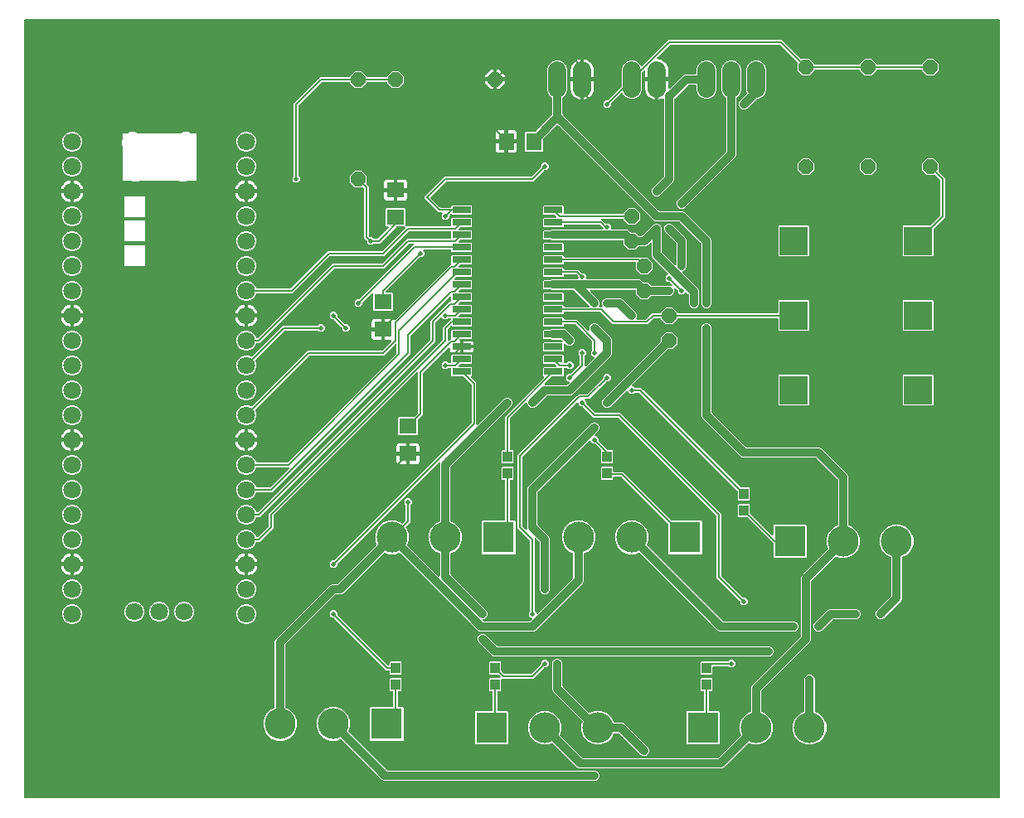
<source format=gtl>
G04 EAGLE Gerber RS-274X export*
G75*
%MOMM*%
%FSLAX34Y34*%
%LPD*%
%INTop Copper*%
%IPPOS*%
%AMOC8*
5,1,8,0,0,1.08239X$1,22.5*%
G01*
%ADD10P,1.583577X8X292.500000*%
%ADD11R,1.800000X1.600000*%
%ADD12R,2.880000X2.880000*%
%ADD13R,1.890000X0.650000*%
%ADD14C,1.828800*%
%ADD15R,3.150000X3.150000*%
%ADD16C,3.150000*%
%ADD17P,1.583577X8X202.500000*%
%ADD18R,1.000000X1.100000*%
%ADD19C,1.800000*%
%ADD20R,1.600000X1.800000*%
%ADD21C,0.812800*%
%ADD22C,0.502400*%
%ADD23C,0.203200*%
%ADD24C,0.304800*%
%ADD25C,0.602400*%

G36*
X984342Y2009D02*
X984342Y2009D01*
X984400Y2007D01*
X984482Y2029D01*
X984566Y2041D01*
X984619Y2064D01*
X984675Y2079D01*
X984748Y2122D01*
X984825Y2157D01*
X984870Y2195D01*
X984920Y2224D01*
X984978Y2286D01*
X985042Y2340D01*
X985074Y2389D01*
X985114Y2432D01*
X985153Y2507D01*
X985200Y2577D01*
X985217Y2633D01*
X985244Y2685D01*
X985255Y2753D01*
X985285Y2848D01*
X985288Y2948D01*
X985299Y3016D01*
X985299Y796984D01*
X985292Y797035D01*
X985293Y797058D01*
X985292Y797062D01*
X985293Y797100D01*
X985271Y797182D01*
X985259Y797266D01*
X985236Y797319D01*
X985221Y797375D01*
X985178Y797448D01*
X985143Y797525D01*
X985105Y797570D01*
X985076Y797620D01*
X985014Y797678D01*
X984960Y797742D01*
X984911Y797774D01*
X984868Y797814D01*
X984793Y797853D01*
X984723Y797900D01*
X984667Y797917D01*
X984615Y797944D01*
X984547Y797955D01*
X984452Y797985D01*
X984352Y797988D01*
X984284Y797999D01*
X-9684Y797999D01*
X-9742Y797991D01*
X-9800Y797993D01*
X-9882Y797971D01*
X-9966Y797959D01*
X-10019Y797936D01*
X-10075Y797921D01*
X-10148Y797878D01*
X-10225Y797843D01*
X-10270Y797805D01*
X-10320Y797776D01*
X-10378Y797714D01*
X-10442Y797660D01*
X-10474Y797611D01*
X-10514Y797568D01*
X-10553Y797493D01*
X-10600Y797423D01*
X-10617Y797367D01*
X-10644Y797315D01*
X-10655Y797247D01*
X-10685Y797152D01*
X-10688Y797052D01*
X-10699Y796984D01*
X-10699Y3016D01*
X-10691Y2958D01*
X-10693Y2900D01*
X-10671Y2818D01*
X-10659Y2734D01*
X-10636Y2681D01*
X-10621Y2625D01*
X-10578Y2552D01*
X-10543Y2475D01*
X-10505Y2430D01*
X-10476Y2380D01*
X-10414Y2322D01*
X-10360Y2258D01*
X-10311Y2226D01*
X-10268Y2186D01*
X-10193Y2147D01*
X-10123Y2100D01*
X-10067Y2083D01*
X-10015Y2056D01*
X-9947Y2045D01*
X-9852Y2015D01*
X-9752Y2012D01*
X-9684Y2001D01*
X984284Y2001D01*
X984342Y2009D01*
G37*
%LPC*%
G36*
X246914Y61179D02*
X246914Y61179D01*
X240658Y63771D01*
X235871Y68558D01*
X233279Y74814D01*
X233279Y81586D01*
X235871Y87842D01*
X240658Y92629D01*
X244339Y94154D01*
X244340Y94155D01*
X244341Y94155D01*
X244460Y94225D01*
X244583Y94298D01*
X244584Y94299D01*
X244586Y94300D01*
X244682Y94403D01*
X244779Y94505D01*
X244779Y94506D01*
X244780Y94508D01*
X244845Y94633D01*
X244909Y94758D01*
X244909Y94759D01*
X244910Y94761D01*
X244912Y94776D01*
X244964Y95037D01*
X244961Y95067D01*
X244965Y95092D01*
X244965Y162461D01*
X245777Y164422D01*
X300135Y218779D01*
X301778Y220423D01*
X303739Y221235D01*
X309170Y221235D01*
X309256Y221247D01*
X309344Y221250D01*
X309396Y221267D01*
X309451Y221275D01*
X309531Y221310D01*
X309614Y221337D01*
X309654Y221365D01*
X309711Y221391D01*
X309824Y221487D01*
X309888Y221532D01*
X324471Y236115D01*
X329035Y240679D01*
X335385Y247029D01*
X348883Y260528D01*
X348884Y260529D01*
X348886Y260530D01*
X348968Y260640D01*
X349054Y260755D01*
X349055Y260757D01*
X349056Y260758D01*
X349106Y260889D01*
X349156Y261021D01*
X349156Y261022D01*
X349156Y261024D01*
X349168Y261168D01*
X349179Y261304D01*
X349179Y261306D01*
X349179Y261307D01*
X349175Y261323D01*
X349123Y261583D01*
X349109Y261610D01*
X349104Y261634D01*
X347579Y265314D01*
X347579Y272086D01*
X350171Y278342D01*
X354958Y283129D01*
X361214Y285721D01*
X367986Y285721D01*
X374241Y283129D01*
X374301Y283070D01*
X374347Y283035D01*
X374388Y282993D01*
X374460Y282950D01*
X374528Y282899D01*
X374582Y282879D01*
X374633Y282849D01*
X374715Y282828D01*
X374793Y282798D01*
X374852Y282793D01*
X374908Y282779D01*
X374993Y282782D01*
X375077Y282775D01*
X375134Y282786D01*
X375193Y282788D01*
X375273Y282814D01*
X375355Y282830D01*
X375407Y282857D01*
X375463Y282875D01*
X375519Y282915D01*
X375608Y282961D01*
X375680Y283030D01*
X375736Y283070D01*
X378416Y285750D01*
X378468Y285820D01*
X378528Y285884D01*
X378554Y285933D01*
X378587Y285977D01*
X378618Y286059D01*
X378658Y286137D01*
X378666Y286184D01*
X378688Y286243D01*
X378700Y286390D01*
X378713Y286468D01*
X378713Y301317D01*
X378701Y301403D01*
X378698Y301491D01*
X378681Y301543D01*
X378673Y301598D01*
X378638Y301678D01*
X378611Y301761D01*
X378583Y301800D01*
X378557Y301858D01*
X378461Y301971D01*
X378416Y302034D01*
X377217Y303233D01*
X377217Y306367D01*
X379433Y308583D01*
X382567Y308583D01*
X384783Y306367D01*
X384783Y303233D01*
X383584Y302034D01*
X383532Y301965D01*
X383472Y301901D01*
X383446Y301851D01*
X383413Y301807D01*
X383382Y301726D01*
X383342Y301648D01*
X383334Y301600D01*
X383312Y301542D01*
X383300Y301394D01*
X383287Y301317D01*
X383287Y284153D01*
X378970Y279836D01*
X378935Y279790D01*
X378893Y279749D01*
X378850Y279677D01*
X378799Y279609D01*
X378779Y279554D01*
X378749Y279504D01*
X378728Y279422D01*
X378698Y279344D01*
X378693Y279285D01*
X378679Y279229D01*
X378682Y279144D01*
X378675Y279060D01*
X378686Y279003D01*
X378688Y278944D01*
X378714Y278864D01*
X378731Y278782D01*
X378757Y278730D01*
X378775Y278674D01*
X378816Y278618D01*
X378862Y278529D01*
X378930Y278457D01*
X378970Y278401D01*
X379029Y278341D01*
X381621Y272086D01*
X381621Y265314D01*
X380096Y261634D01*
X380096Y261633D01*
X380095Y261631D01*
X380061Y261497D01*
X380025Y261359D01*
X380026Y261357D01*
X380025Y261356D01*
X380030Y261215D01*
X380034Y261075D01*
X380034Y261073D01*
X380034Y261072D01*
X380077Y260939D01*
X380120Y260804D01*
X380121Y260803D01*
X380122Y260801D01*
X380130Y260789D01*
X380279Y260568D01*
X380302Y260548D01*
X380317Y260528D01*
X412032Y228812D01*
X412056Y228795D01*
X412075Y228772D01*
X412169Y228709D01*
X412259Y228641D01*
X412287Y228631D01*
X412311Y228615D01*
X412419Y228580D01*
X412525Y228540D01*
X412554Y228538D01*
X412582Y228529D01*
X412696Y228526D01*
X412808Y228517D01*
X412837Y228522D01*
X412866Y228522D01*
X412976Y228550D01*
X413087Y228573D01*
X413113Y228586D01*
X413141Y228593D01*
X413239Y228651D01*
X413339Y228704D01*
X413361Y228724D01*
X413386Y228739D01*
X413463Y228821D01*
X413545Y228899D01*
X413560Y228925D01*
X413580Y228946D01*
X413632Y229047D01*
X413689Y229145D01*
X413696Y229173D01*
X413710Y229199D01*
X413723Y229277D01*
X413759Y229420D01*
X413757Y229483D01*
X413765Y229530D01*
X413765Y251808D01*
X413765Y251810D01*
X413765Y251811D01*
X413758Y251859D01*
X413759Y251869D01*
X413755Y251882D01*
X413745Y251951D01*
X413725Y252090D01*
X413725Y252091D01*
X413725Y252093D01*
X413668Y252219D01*
X413609Y252349D01*
X413608Y252350D01*
X413607Y252352D01*
X413516Y252459D01*
X413426Y252566D01*
X413424Y252567D01*
X413423Y252568D01*
X413410Y252576D01*
X413189Y252724D01*
X413160Y252733D01*
X413139Y252746D01*
X409458Y254271D01*
X404671Y259058D01*
X402079Y265314D01*
X402079Y272086D01*
X404671Y278342D01*
X409458Y283129D01*
X413139Y284654D01*
X413140Y284655D01*
X413141Y284655D01*
X413260Y284725D01*
X413383Y284798D01*
X413384Y284799D01*
X413386Y284800D01*
X413482Y284903D01*
X413579Y285005D01*
X413579Y285006D01*
X413580Y285008D01*
X413645Y285133D01*
X413709Y285258D01*
X413709Y285259D01*
X413710Y285261D01*
X413712Y285276D01*
X413764Y285537D01*
X413761Y285567D01*
X413765Y285592D01*
X413765Y343961D01*
X413983Y344487D01*
X414004Y344570D01*
X414035Y344650D01*
X414040Y344707D01*
X414054Y344762D01*
X414051Y344848D01*
X414059Y344934D01*
X414047Y344989D01*
X414046Y345046D01*
X414020Y345128D01*
X414003Y345212D01*
X413977Y345263D01*
X413959Y345317D01*
X413911Y345389D01*
X413872Y345465D01*
X413833Y345506D01*
X413801Y345553D01*
X413735Y345608D01*
X413676Y345671D01*
X413627Y345700D01*
X413583Y345736D01*
X413505Y345771D01*
X413431Y345815D01*
X413376Y345829D01*
X413324Y345852D01*
X413238Y345863D01*
X413155Y345885D01*
X413098Y345883D01*
X413042Y345891D01*
X412957Y345878D01*
X412871Y345876D01*
X412817Y345858D01*
X412761Y345850D01*
X412682Y345815D01*
X412601Y345788D01*
X412560Y345759D01*
X412501Y345733D01*
X412391Y345639D01*
X412327Y345593D01*
X308880Y242146D01*
X308828Y242076D01*
X308768Y242012D01*
X308742Y241963D01*
X308709Y241919D01*
X308678Y241837D01*
X308638Y241759D01*
X308630Y241712D01*
X308608Y241653D01*
X308596Y241506D01*
X308583Y241428D01*
X308583Y239733D01*
X306367Y237517D01*
X303233Y237517D01*
X301017Y239733D01*
X301017Y242867D01*
X303233Y245083D01*
X304928Y245083D01*
X305015Y245095D01*
X305102Y245098D01*
X305155Y245115D01*
X305210Y245123D01*
X305290Y245158D01*
X305373Y245185D01*
X305412Y245213D01*
X305469Y245239D01*
X305582Y245335D01*
X305646Y245380D01*
X445916Y385650D01*
X445968Y385720D01*
X446028Y385784D01*
X446054Y385833D01*
X446087Y385877D01*
X446118Y385959D01*
X446158Y386037D01*
X446166Y386084D01*
X446188Y386143D01*
X446200Y386290D01*
X446213Y386368D01*
X446213Y424082D01*
X446201Y424169D01*
X446198Y424256D01*
X446181Y424309D01*
X446173Y424364D01*
X446138Y424444D01*
X446111Y424527D01*
X446083Y424566D01*
X446057Y424623D01*
X445962Y424736D01*
X445916Y424800D01*
X437384Y433332D01*
X437314Y433384D01*
X437250Y433444D01*
X437201Y433470D01*
X437157Y433503D01*
X437075Y433534D01*
X436997Y433574D01*
X436950Y433582D01*
X436891Y433604D01*
X436744Y433616D01*
X436666Y433629D01*
X425824Y433629D01*
X425079Y434374D01*
X425079Y441198D01*
X425071Y441256D01*
X425073Y441314D01*
X425051Y441396D01*
X425039Y441480D01*
X425016Y441533D01*
X425001Y441589D01*
X424958Y441662D01*
X424923Y441739D01*
X424885Y441784D01*
X424856Y441834D01*
X424794Y441892D01*
X424740Y441956D01*
X424691Y441988D01*
X424648Y442028D01*
X424573Y442067D01*
X424503Y442114D01*
X424447Y442131D01*
X424395Y442158D01*
X424327Y442169D01*
X424232Y442199D01*
X424132Y442202D01*
X424064Y442213D01*
X422583Y442213D01*
X422497Y442201D01*
X422409Y442198D01*
X422357Y442181D01*
X422302Y442173D01*
X422222Y442138D01*
X422139Y442111D01*
X422099Y442083D01*
X422042Y442057D01*
X421929Y441961D01*
X421865Y441916D01*
X420667Y440717D01*
X417533Y440717D01*
X415317Y442933D01*
X415317Y446067D01*
X417533Y448283D01*
X420667Y448283D01*
X421865Y447084D01*
X421935Y447032D01*
X421999Y446972D01*
X422048Y446946D01*
X422093Y446913D01*
X422174Y446882D01*
X422252Y446842D01*
X422300Y446834D01*
X422358Y446812D01*
X422506Y446800D01*
X422583Y446787D01*
X424064Y446787D01*
X424122Y446795D01*
X424180Y446793D01*
X424262Y446815D01*
X424346Y446827D01*
X424399Y446850D01*
X424455Y446865D01*
X424528Y446908D01*
X424605Y446943D01*
X424650Y446981D01*
X424700Y447010D01*
X424758Y447072D01*
X424822Y447126D01*
X424854Y447175D01*
X424894Y447218D01*
X424933Y447293D01*
X424980Y447363D01*
X424997Y447419D01*
X425024Y447471D01*
X425035Y447539D01*
X425065Y447634D01*
X425068Y447734D01*
X425079Y447802D01*
X425079Y454626D01*
X425824Y455371D01*
X445776Y455371D01*
X446521Y454626D01*
X446521Y447074D01*
X445776Y446329D01*
X434934Y446329D01*
X434847Y446317D01*
X434760Y446314D01*
X434707Y446297D01*
X434652Y446289D01*
X434572Y446254D01*
X434489Y446227D01*
X434450Y446199D01*
X434393Y446173D01*
X434280Y446077D01*
X434216Y446032D01*
X432588Y444404D01*
X432570Y444380D01*
X432548Y444361D01*
X432485Y444267D01*
X432417Y444177D01*
X432406Y444149D01*
X432390Y444125D01*
X432356Y444017D01*
X432316Y443911D01*
X432313Y443882D01*
X432304Y443854D01*
X432301Y443740D01*
X432292Y443628D01*
X432298Y443599D01*
X432297Y443570D01*
X432326Y443460D01*
X432348Y443349D01*
X432362Y443323D01*
X432369Y443295D01*
X432427Y443197D01*
X432479Y443097D01*
X432499Y443075D01*
X432514Y443050D01*
X432597Y442973D01*
X432675Y442891D01*
X432700Y442876D01*
X432721Y442856D01*
X432822Y442804D01*
X432920Y442747D01*
X432948Y442740D01*
X432975Y442726D01*
X433052Y442713D01*
X433196Y442677D01*
X433258Y442679D01*
X433306Y442671D01*
X445776Y442671D01*
X446521Y441926D01*
X446521Y434374D01*
X445739Y433591D01*
X445724Y433589D01*
X445697Y433577D01*
X445669Y433572D01*
X445568Y433520D01*
X445465Y433473D01*
X445442Y433454D01*
X445416Y433441D01*
X445334Y433363D01*
X445248Y433290D01*
X445231Y433265D01*
X445210Y433245D01*
X445153Y433147D01*
X445090Y433053D01*
X445081Y433025D01*
X445067Y433000D01*
X445039Y432890D01*
X445004Y432782D01*
X445004Y432752D01*
X444996Y432724D01*
X445000Y432611D01*
X444997Y432498D01*
X445005Y432469D01*
X445005Y432440D01*
X445040Y432332D01*
X445069Y432223D01*
X445084Y432197D01*
X445093Y432169D01*
X445138Y432106D01*
X445214Y431978D01*
X445260Y431935D01*
X445288Y431896D01*
X449150Y428034D01*
X450787Y426397D01*
X450787Y384582D01*
X450791Y384553D01*
X450788Y384524D01*
X450811Y384413D01*
X450827Y384301D01*
X450839Y384274D01*
X450844Y384245D01*
X450896Y384145D01*
X450943Y384041D01*
X450962Y384019D01*
X450975Y383993D01*
X451053Y383911D01*
X451126Y383824D01*
X451151Y383808D01*
X451171Y383787D01*
X451269Y383730D01*
X451363Y383667D01*
X451391Y383658D01*
X451416Y383643D01*
X451526Y383615D01*
X451634Y383581D01*
X451664Y383580D01*
X451692Y383573D01*
X451805Y383577D01*
X451918Y383574D01*
X451947Y383581D01*
X451976Y383582D01*
X452084Y383617D01*
X452193Y383645D01*
X452219Y383660D01*
X452247Y383669D01*
X452310Y383715D01*
X452438Y383791D01*
X452481Y383836D01*
X452520Y383864D01*
X479578Y410923D01*
X481539Y411735D01*
X483661Y411735D01*
X485622Y410923D01*
X487123Y409422D01*
X487935Y407461D01*
X487935Y405339D01*
X487123Y403378D01*
X424732Y340988D01*
X424680Y340918D01*
X424620Y340854D01*
X424594Y340805D01*
X424561Y340760D01*
X424530Y340679D01*
X424490Y340601D01*
X424482Y340553D01*
X424460Y340495D01*
X424448Y340347D01*
X424435Y340270D01*
X424435Y285592D01*
X424435Y285590D01*
X424435Y285589D01*
X424455Y285449D01*
X424475Y285310D01*
X424475Y285309D01*
X424475Y285307D01*
X424532Y285181D01*
X424591Y285051D01*
X424592Y285050D01*
X424593Y285048D01*
X424684Y284941D01*
X424774Y284834D01*
X424776Y284833D01*
X424777Y284832D01*
X424790Y284824D01*
X425011Y284676D01*
X425040Y284667D01*
X425061Y284654D01*
X428742Y283129D01*
X433529Y278342D01*
X436121Y272086D01*
X436121Y265314D01*
X433529Y259058D01*
X428742Y254271D01*
X425061Y252746D01*
X425060Y252745D01*
X425059Y252745D01*
X424940Y252675D01*
X424817Y252602D01*
X424816Y252601D01*
X424814Y252600D01*
X424713Y252492D01*
X424621Y252395D01*
X424621Y252394D01*
X424620Y252392D01*
X424555Y252267D01*
X424491Y252142D01*
X424491Y252141D01*
X424490Y252139D01*
X424488Y252124D01*
X424436Y251863D01*
X424439Y251833D01*
X424435Y251808D01*
X424435Y231230D01*
X424447Y231144D01*
X424450Y231056D01*
X424467Y231004D01*
X424475Y230949D01*
X424510Y230869D01*
X424537Y230786D01*
X424565Y230746D01*
X424591Y230689D01*
X424687Y230576D01*
X424732Y230512D01*
X461723Y193522D01*
X462535Y191561D01*
X462535Y189439D01*
X461723Y187478D01*
X460222Y185977D01*
X458261Y185165D01*
X458130Y185165D01*
X458101Y185161D01*
X458072Y185164D01*
X457961Y185141D01*
X457849Y185125D01*
X457822Y185113D01*
X457793Y185108D01*
X457693Y185056D01*
X457589Y185009D01*
X457567Y184990D01*
X457541Y184977D01*
X457459Y184899D01*
X457372Y184826D01*
X457356Y184801D01*
X457335Y184781D01*
X457277Y184683D01*
X457215Y184589D01*
X457206Y184561D01*
X457191Y184536D01*
X457163Y184426D01*
X457129Y184318D01*
X457128Y184288D01*
X457121Y184260D01*
X457125Y184147D01*
X457122Y184034D01*
X457129Y184005D01*
X457130Y183976D01*
X457165Y183868D01*
X457193Y183759D01*
X457208Y183733D01*
X457217Y183705D01*
X457263Y183642D01*
X457339Y183514D01*
X457381Y183475D01*
X457384Y183471D01*
X457412Y183432D01*
X457482Y183380D01*
X457546Y183320D01*
X457595Y183294D01*
X457640Y183261D01*
X457721Y183230D01*
X457799Y183190D01*
X457847Y183182D01*
X457905Y183160D01*
X458053Y183148D01*
X458130Y183135D01*
X505370Y183135D01*
X505456Y183147D01*
X505544Y183150D01*
X505596Y183167D01*
X505651Y183175D01*
X505731Y183210D01*
X505814Y183237D01*
X505854Y183265D01*
X505911Y183291D01*
X506024Y183387D01*
X506088Y183432D01*
X507640Y184984D01*
X507657Y185008D01*
X507680Y185027D01*
X507742Y185121D01*
X507811Y185211D01*
X507821Y185239D01*
X507837Y185263D01*
X507871Y185371D01*
X507912Y185477D01*
X507914Y185506D01*
X507923Y185534D01*
X507926Y185648D01*
X507935Y185760D01*
X507930Y185789D01*
X507930Y185818D01*
X507902Y185928D01*
X507879Y186039D01*
X507866Y186065D01*
X507859Y186093D01*
X507801Y186191D01*
X507749Y186291D01*
X507728Y186313D01*
X507713Y186338D01*
X507631Y186415D01*
X507553Y186497D01*
X507527Y186512D01*
X507506Y186532D01*
X507405Y186584D01*
X507307Y186641D01*
X507279Y186648D01*
X507253Y186662D01*
X507176Y186675D01*
X507032Y186711D01*
X506969Y186709D01*
X506922Y186717D01*
X506433Y186717D01*
X504217Y188933D01*
X504217Y192067D01*
X505416Y193266D01*
X505468Y193335D01*
X505528Y193399D01*
X505554Y193449D01*
X505587Y193493D01*
X505618Y193574D01*
X505658Y193652D01*
X505666Y193700D01*
X505688Y193758D01*
X505700Y193906D01*
X505713Y193983D01*
X505713Y265332D01*
X505701Y265419D01*
X505698Y265506D01*
X505681Y265559D01*
X505673Y265614D01*
X505638Y265694D01*
X505611Y265777D01*
X505583Y265816D01*
X505557Y265873D01*
X505461Y265986D01*
X505416Y266050D01*
X493013Y278453D01*
X493013Y352635D01*
X494650Y354272D01*
X553682Y413304D01*
X555319Y414941D01*
X563686Y414941D01*
X563773Y414953D01*
X563860Y414956D01*
X563913Y414973D01*
X563968Y414980D01*
X564048Y415016D01*
X564131Y415043D01*
X564170Y415071D01*
X564227Y415097D01*
X564340Y415193D01*
X564404Y415238D01*
X580120Y430954D01*
X580172Y431024D01*
X580232Y431088D01*
X580258Y431137D01*
X580291Y431181D01*
X580322Y431263D01*
X580362Y431341D01*
X580370Y431388D01*
X580392Y431447D01*
X580404Y431594D01*
X580417Y431672D01*
X580417Y433367D01*
X582633Y435583D01*
X585767Y435583D01*
X587983Y433367D01*
X587983Y430233D01*
X585767Y428017D01*
X584072Y428017D01*
X583985Y428005D01*
X583898Y428002D01*
X583845Y427985D01*
X583790Y427977D01*
X583710Y427942D01*
X583627Y427915D01*
X583588Y427887D01*
X583531Y427861D01*
X583418Y427765D01*
X583354Y427720D01*
X566001Y410367D01*
X562633Y410367D01*
X562604Y410363D01*
X562575Y410366D01*
X562464Y410343D01*
X562352Y410327D01*
X562325Y410315D01*
X562296Y410310D01*
X562196Y410257D01*
X562092Y410211D01*
X562070Y410192D01*
X562044Y410179D01*
X561962Y410101D01*
X561875Y410027D01*
X561859Y410003D01*
X561838Y409983D01*
X561781Y409885D01*
X561718Y409791D01*
X561709Y409763D01*
X561694Y409738D01*
X561666Y409628D01*
X561632Y409520D01*
X561631Y409490D01*
X561624Y409462D01*
X561628Y409349D01*
X561625Y409236D01*
X561632Y409207D01*
X561633Y409178D01*
X561668Y409070D01*
X561697Y408961D01*
X561712Y408935D01*
X561721Y408907D01*
X561766Y408843D01*
X561842Y408716D01*
X561888Y408673D01*
X561916Y408634D01*
X562679Y407871D01*
X562679Y406176D01*
X562691Y406089D01*
X562694Y406002D01*
X562711Y405949D01*
X562719Y405894D01*
X562754Y405814D01*
X562781Y405731D01*
X562809Y405692D01*
X562835Y405635D01*
X562931Y405522D01*
X562976Y405458D01*
X572150Y396284D01*
X572220Y396232D01*
X572284Y396172D01*
X572333Y396146D01*
X572377Y396113D01*
X572459Y396082D01*
X572537Y396042D01*
X572584Y396034D01*
X572643Y396012D01*
X572790Y396000D01*
X572868Y395987D01*
X597847Y395987D01*
X700787Y293047D01*
X700787Y229968D01*
X700799Y229881D01*
X700802Y229794D01*
X700819Y229741D01*
X700827Y229686D01*
X700862Y229606D01*
X700889Y229523D01*
X700917Y229484D01*
X700943Y229427D01*
X701039Y229314D01*
X701084Y229250D01*
X723054Y207280D01*
X723124Y207228D01*
X723188Y207168D01*
X723237Y207142D01*
X723281Y207109D01*
X723363Y207078D01*
X723441Y207038D01*
X723488Y207030D01*
X723547Y207008D01*
X723694Y206996D01*
X723772Y206983D01*
X725467Y206983D01*
X727683Y204767D01*
X727683Y201633D01*
X725467Y199417D01*
X722333Y199417D01*
X720117Y201633D01*
X720117Y203328D01*
X720105Y203415D01*
X720102Y203502D01*
X720085Y203555D01*
X720077Y203610D01*
X720042Y203690D01*
X720015Y203773D01*
X719987Y203812D01*
X719961Y203869D01*
X719865Y203982D01*
X719820Y204046D01*
X696213Y227653D01*
X696213Y290732D01*
X696201Y290819D01*
X696198Y290906D01*
X696181Y290959D01*
X696173Y291014D01*
X696138Y291094D01*
X696111Y291177D01*
X696083Y291216D01*
X696057Y291273D01*
X695961Y291386D01*
X695916Y291450D01*
X596250Y391116D01*
X596180Y391168D01*
X596116Y391228D01*
X596067Y391254D01*
X596023Y391287D01*
X595941Y391318D01*
X595863Y391358D01*
X595816Y391366D01*
X595757Y391388D01*
X595610Y391400D01*
X595532Y391413D01*
X570553Y391413D01*
X559742Y402224D01*
X559672Y402276D01*
X559608Y402336D01*
X559559Y402362D01*
X559515Y402395D01*
X559433Y402426D01*
X559355Y402466D01*
X559308Y402474D01*
X559249Y402496D01*
X559102Y402508D01*
X559024Y402521D01*
X557329Y402521D01*
X555113Y404737D01*
X555113Y405817D01*
X555109Y405846D01*
X555112Y405875D01*
X555089Y405986D01*
X555073Y406098D01*
X555062Y406125D01*
X555056Y406154D01*
X555004Y406254D01*
X554957Y406357D01*
X554938Y406380D01*
X554925Y406406D01*
X554847Y406488D01*
X554774Y406574D01*
X554749Y406591D01*
X554729Y406612D01*
X554631Y406669D01*
X554537Y406732D01*
X554509Y406741D01*
X554484Y406756D01*
X554374Y406784D01*
X554266Y406818D01*
X554237Y406819D01*
X554208Y406826D01*
X554095Y406822D01*
X553982Y406825D01*
X553953Y406818D01*
X553924Y406817D01*
X553816Y406782D01*
X553707Y406753D01*
X553681Y406738D01*
X553654Y406729D01*
X553590Y406684D01*
X553462Y406608D01*
X553419Y406562D01*
X553380Y406534D01*
X497884Y351038D01*
X497832Y350969D01*
X497772Y350905D01*
X497746Y350855D01*
X497713Y350811D01*
X497682Y350729D01*
X497642Y350652D01*
X497634Y350604D01*
X497612Y350546D01*
X497600Y350398D01*
X497587Y350320D01*
X497587Y280768D01*
X497599Y280681D01*
X497602Y280594D01*
X497619Y280541D01*
X497627Y280486D01*
X497662Y280406D01*
X497689Y280323D01*
X497717Y280284D01*
X497743Y280227D01*
X497839Y280114D01*
X497884Y280050D01*
X501227Y276707D01*
X501296Y276655D01*
X501358Y276596D01*
X501409Y276570D01*
X501454Y276536D01*
X501535Y276505D01*
X501611Y276466D01*
X501667Y276455D01*
X501720Y276435D01*
X501806Y276428D01*
X501890Y276411D01*
X501947Y276416D01*
X502003Y276411D01*
X502088Y276428D01*
X502173Y276435D01*
X502226Y276456D01*
X502282Y276467D01*
X502358Y276507D01*
X502439Y276537D01*
X502484Y276572D01*
X502534Y276598D01*
X502597Y276657D01*
X502665Y276709D01*
X502699Y276755D01*
X502740Y276794D01*
X502784Y276868D01*
X502835Y276937D01*
X502855Y276990D01*
X502884Y277039D01*
X502905Y277122D01*
X502936Y277203D01*
X502940Y277259D01*
X502954Y277315D01*
X502952Y277400D01*
X502958Y277486D01*
X502947Y277534D01*
X502945Y277599D01*
X502901Y277737D01*
X502883Y277813D01*
X502665Y278339D01*
X502665Y318561D01*
X503477Y320522D01*
X505121Y322165D01*
X568478Y385523D01*
X570439Y386335D01*
X572561Y386335D01*
X574522Y385523D01*
X576023Y384022D01*
X576835Y382061D01*
X576835Y379939D01*
X576023Y377978D01*
X571860Y373816D01*
X571843Y373792D01*
X571820Y373773D01*
X571758Y373679D01*
X571689Y373589D01*
X571679Y373561D01*
X571663Y373537D01*
X571628Y373429D01*
X571588Y373323D01*
X571586Y373294D01*
X571577Y373266D01*
X571574Y373152D01*
X571565Y373040D01*
X571570Y373011D01*
X571570Y372982D01*
X571598Y372872D01*
X571621Y372761D01*
X571634Y372735D01*
X571641Y372707D01*
X571699Y372609D01*
X571752Y372509D01*
X571772Y372487D01*
X571787Y372462D01*
X571869Y372385D01*
X571947Y372303D01*
X571973Y372288D01*
X571994Y372268D01*
X572095Y372216D01*
X572193Y372159D01*
X572221Y372152D01*
X572247Y372138D01*
X572325Y372125D01*
X572468Y372089D01*
X572531Y372091D01*
X572578Y372083D01*
X573067Y372083D01*
X575283Y369867D01*
X575283Y368172D01*
X575295Y368085D01*
X575298Y367998D01*
X575315Y367945D01*
X575323Y367890D01*
X575358Y367810D01*
X575385Y367727D01*
X575413Y367688D01*
X575439Y367631D01*
X575535Y367518D01*
X575580Y367454D01*
X584566Y358468D01*
X584636Y358416D01*
X584700Y358356D01*
X584749Y358330D01*
X584793Y358297D01*
X584875Y358266D01*
X584953Y358226D01*
X585000Y358218D01*
X585059Y358196D01*
X585206Y358184D01*
X585284Y358171D01*
X589726Y358171D01*
X590471Y357426D01*
X590471Y345374D01*
X589726Y344629D01*
X578674Y344629D01*
X577929Y345374D01*
X577929Y357461D01*
X577937Y357473D01*
X577987Y357541D01*
X578008Y357596D01*
X578038Y357646D01*
X578059Y357728D01*
X578089Y357806D01*
X578094Y357865D01*
X578108Y357921D01*
X578105Y358006D01*
X578112Y358090D01*
X578101Y358147D01*
X578099Y358206D01*
X578073Y358286D01*
X578056Y358369D01*
X578029Y358421D01*
X578011Y358476D01*
X577971Y358532D01*
X577925Y358621D01*
X577857Y358693D01*
X577817Y358749D01*
X572346Y364220D01*
X572276Y364272D01*
X572212Y364332D01*
X572163Y364358D01*
X572119Y364391D01*
X572037Y364422D01*
X571959Y364462D01*
X571912Y364470D01*
X571853Y364492D01*
X571706Y364504D01*
X571628Y364517D01*
X569933Y364517D01*
X567717Y366733D01*
X567717Y367222D01*
X567713Y367251D01*
X567716Y367280D01*
X567693Y367391D01*
X567677Y367503D01*
X567665Y367530D01*
X567660Y367559D01*
X567608Y367659D01*
X567561Y367763D01*
X567542Y367785D01*
X567529Y367811D01*
X567451Y367893D01*
X567378Y367980D01*
X567353Y367996D01*
X567333Y368017D01*
X567235Y368075D01*
X567141Y368137D01*
X567113Y368146D01*
X567088Y368161D01*
X566978Y368189D01*
X566870Y368223D01*
X566840Y368224D01*
X566812Y368231D01*
X566699Y368227D01*
X566586Y368230D01*
X566557Y368223D01*
X566528Y368222D01*
X566420Y368187D01*
X566311Y368159D01*
X566285Y368144D01*
X566257Y368135D01*
X566194Y368089D01*
X566066Y368013D01*
X566023Y367968D01*
X565984Y367940D01*
X513632Y315588D01*
X513580Y315518D01*
X513520Y315454D01*
X513494Y315405D01*
X513461Y315360D01*
X513430Y315279D01*
X513390Y315201D01*
X513382Y315153D01*
X513360Y315095D01*
X513348Y314947D01*
X513335Y314870D01*
X513335Y282030D01*
X513347Y281944D01*
X513350Y281856D01*
X513367Y281804D01*
X513375Y281749D01*
X513410Y281669D01*
X513437Y281586D01*
X513465Y281546D01*
X513491Y281489D01*
X513587Y281376D01*
X513632Y281312D01*
X525223Y269722D01*
X526035Y267761D01*
X526035Y214839D01*
X525223Y212878D01*
X523722Y211377D01*
X521761Y210565D01*
X519639Y210565D01*
X517678Y211377D01*
X516177Y212878D01*
X515365Y214839D01*
X515365Y264070D01*
X515353Y264156D01*
X515350Y264244D01*
X515333Y264296D01*
X515325Y264351D01*
X515290Y264431D01*
X515263Y264514D01*
X515235Y264554D01*
X515209Y264611D01*
X515113Y264724D01*
X515068Y264788D01*
X512020Y267836D01*
X511996Y267853D01*
X511977Y267876D01*
X511883Y267938D01*
X511793Y268007D01*
X511765Y268017D01*
X511741Y268033D01*
X511633Y268068D01*
X511527Y268108D01*
X511498Y268110D01*
X511470Y268119D01*
X511356Y268122D01*
X511244Y268131D01*
X511215Y268126D01*
X511186Y268126D01*
X511076Y268098D01*
X510965Y268075D01*
X510939Y268062D01*
X510911Y268055D01*
X510813Y267997D01*
X510713Y267944D01*
X510691Y267924D01*
X510666Y267909D01*
X510589Y267827D01*
X510507Y267749D01*
X510492Y267723D01*
X510472Y267702D01*
X510420Y267601D01*
X510363Y267503D01*
X510356Y267475D01*
X510342Y267449D01*
X510329Y267371D01*
X510293Y267228D01*
X510295Y267165D01*
X510287Y267118D01*
X510287Y193983D01*
X510299Y193897D01*
X510302Y193809D01*
X510319Y193757D01*
X510327Y193702D01*
X510362Y193622D01*
X510389Y193539D01*
X510417Y193500D01*
X510443Y193442D01*
X510539Y193329D01*
X510584Y193266D01*
X511783Y192067D01*
X511783Y191578D01*
X511787Y191549D01*
X511784Y191520D01*
X511807Y191409D01*
X511823Y191297D01*
X511835Y191270D01*
X511840Y191241D01*
X511892Y191141D01*
X511939Y191037D01*
X511958Y191015D01*
X511971Y190989D01*
X512049Y190907D01*
X512122Y190820D01*
X512147Y190804D01*
X512167Y190783D01*
X512265Y190726D01*
X512359Y190663D01*
X512387Y190654D01*
X512412Y190639D01*
X512522Y190611D01*
X512630Y190577D01*
X512660Y190576D01*
X512688Y190569D01*
X512801Y190573D01*
X512914Y190570D01*
X512943Y190577D01*
X512972Y190578D01*
X513080Y190613D01*
X513189Y190641D01*
X513215Y190656D01*
X513243Y190665D01*
X513306Y190711D01*
X513434Y190787D01*
X513477Y190832D01*
X513516Y190860D01*
X549468Y226812D01*
X549520Y226882D01*
X549580Y226946D01*
X549606Y226995D01*
X549639Y227040D01*
X549670Y227121D01*
X549710Y227199D01*
X549718Y227247D01*
X549740Y227305D01*
X549752Y227453D01*
X549765Y227530D01*
X549765Y251808D01*
X549765Y251810D01*
X549765Y251811D01*
X549758Y251859D01*
X549759Y251869D01*
X549755Y251882D01*
X549745Y251951D01*
X549725Y252090D01*
X549725Y252091D01*
X549725Y252093D01*
X549668Y252219D01*
X549609Y252349D01*
X549608Y252350D01*
X549607Y252352D01*
X549516Y252459D01*
X549426Y252566D01*
X549424Y252567D01*
X549423Y252568D01*
X549410Y252576D01*
X549189Y252724D01*
X549160Y252733D01*
X549139Y252746D01*
X545458Y254271D01*
X540671Y259058D01*
X538079Y265314D01*
X538079Y272086D01*
X540671Y278342D01*
X545458Y283129D01*
X551714Y285721D01*
X558486Y285721D01*
X564742Y283129D01*
X569529Y278342D01*
X572121Y272086D01*
X572121Y265314D01*
X569529Y259058D01*
X564742Y254271D01*
X561061Y252746D01*
X561060Y252745D01*
X561059Y252745D01*
X560940Y252675D01*
X560817Y252602D01*
X560816Y252601D01*
X560814Y252600D01*
X560713Y252492D01*
X560621Y252395D01*
X560621Y252394D01*
X560620Y252392D01*
X560555Y252267D01*
X560491Y252142D01*
X560491Y252141D01*
X560490Y252139D01*
X560488Y252124D01*
X560436Y251863D01*
X560439Y251833D01*
X560435Y251808D01*
X560435Y223839D01*
X559623Y221878D01*
X511022Y173277D01*
X509061Y172465D01*
X454439Y172465D01*
X452478Y173277D01*
X450835Y174921D01*
X372772Y252983D01*
X372771Y252984D01*
X372770Y252986D01*
X372655Y253072D01*
X372545Y253154D01*
X372543Y253155D01*
X372542Y253156D01*
X372409Y253206D01*
X372279Y253256D01*
X372278Y253256D01*
X372276Y253256D01*
X372132Y253268D01*
X371996Y253279D01*
X371994Y253279D01*
X371993Y253279D01*
X371977Y253275D01*
X371717Y253223D01*
X371690Y253209D01*
X371666Y253204D01*
X367986Y251679D01*
X361214Y251679D01*
X357534Y253204D01*
X357533Y253204D01*
X357531Y253205D01*
X357397Y253239D01*
X357259Y253275D01*
X357257Y253274D01*
X357256Y253275D01*
X357115Y253270D01*
X356975Y253266D01*
X356973Y253266D01*
X356972Y253266D01*
X356839Y253223D01*
X356704Y253180D01*
X356703Y253179D01*
X356701Y253178D01*
X356689Y253170D01*
X356468Y253021D01*
X356448Y252998D01*
X356428Y252983D01*
X342929Y239485D01*
X342929Y239484D01*
X336579Y233135D01*
X332015Y228571D01*
X314822Y211377D01*
X312861Y210565D01*
X307430Y210565D01*
X307344Y210553D01*
X307256Y210550D01*
X307204Y210533D01*
X307149Y210525D01*
X307069Y210490D01*
X306986Y210463D01*
X306946Y210435D01*
X306889Y210409D01*
X306776Y210313D01*
X306712Y210268D01*
X255932Y159488D01*
X255880Y159418D01*
X255820Y159354D01*
X255794Y159305D01*
X255761Y159260D01*
X255730Y159179D01*
X255690Y159101D01*
X255682Y159053D01*
X255660Y158995D01*
X255648Y158847D01*
X255635Y158770D01*
X255635Y95092D01*
X255635Y95090D01*
X255635Y95089D01*
X255655Y94949D01*
X255675Y94810D01*
X255675Y94809D01*
X255675Y94807D01*
X255732Y94681D01*
X255791Y94551D01*
X255792Y94550D01*
X255793Y94548D01*
X255884Y94441D01*
X255974Y94334D01*
X255976Y94333D01*
X255977Y94332D01*
X255990Y94324D01*
X256211Y94176D01*
X256240Y94167D01*
X256261Y94154D01*
X259942Y92629D01*
X264729Y87842D01*
X267321Y81586D01*
X267321Y74814D01*
X264729Y68558D01*
X259942Y63771D01*
X253686Y61179D01*
X246914Y61179D01*
G37*
%LPD*%
%LPC*%
G36*
X213857Y256429D02*
X213857Y256429D01*
X210082Y257993D01*
X207193Y260882D01*
X205629Y264657D01*
X205629Y268743D01*
X207193Y272518D01*
X210082Y275407D01*
X213857Y276971D01*
X217943Y276971D01*
X221718Y275407D01*
X224607Y272518D01*
X225810Y269613D01*
X225811Y269612D01*
X225811Y269611D01*
X225886Y269486D01*
X225955Y269369D01*
X225956Y269368D01*
X225957Y269366D01*
X226061Y269269D01*
X226161Y269173D01*
X226163Y269173D01*
X226164Y269172D01*
X226290Y269107D01*
X226414Y269043D01*
X226416Y269043D01*
X226417Y269042D01*
X226432Y269040D01*
X226693Y268988D01*
X226723Y268991D01*
X226748Y268987D01*
X227232Y268987D01*
X227319Y268999D01*
X227406Y269002D01*
X227459Y269019D01*
X227514Y269027D01*
X227594Y269062D01*
X227677Y269089D01*
X227716Y269117D01*
X227773Y269143D01*
X227886Y269239D01*
X227950Y269284D01*
X238716Y280050D01*
X238768Y280120D01*
X238828Y280184D01*
X238854Y280233D01*
X238887Y280277D01*
X238918Y280359D01*
X238958Y280437D01*
X238966Y280484D01*
X238988Y280543D01*
X239000Y280690D01*
X239013Y280768D01*
X239013Y293047D01*
X416516Y470550D01*
X416568Y470620D01*
X416628Y470684D01*
X416654Y470733D01*
X416687Y470777D01*
X416718Y470859D01*
X416758Y470937D01*
X416766Y470984D01*
X416788Y471043D01*
X416800Y471190D01*
X416813Y471268D01*
X416813Y483547D01*
X422866Y489600D01*
X424546Y491280D01*
X424564Y491304D01*
X424586Y491323D01*
X424649Y491417D01*
X424717Y491507D01*
X424728Y491535D01*
X424744Y491559D01*
X424778Y491667D01*
X424818Y491773D01*
X424821Y491802D01*
X424830Y491830D01*
X424833Y491944D01*
X424842Y492056D01*
X424836Y492085D01*
X424837Y492114D01*
X424808Y492224D01*
X424786Y492335D01*
X424772Y492361D01*
X424765Y492389D01*
X424707Y492487D01*
X424655Y492587D01*
X424635Y492609D01*
X424620Y492634D01*
X424537Y492711D01*
X424459Y492793D01*
X424434Y492808D01*
X424413Y492828D01*
X424312Y492880D01*
X424214Y492937D01*
X424186Y492944D01*
X424159Y492958D01*
X424082Y492971D01*
X423938Y493007D01*
X423876Y493005D01*
X423828Y493013D01*
X422583Y493013D01*
X422497Y493001D01*
X422409Y492998D01*
X422357Y492981D01*
X422302Y492973D01*
X422222Y492938D01*
X422139Y492911D01*
X422100Y492883D01*
X422042Y492857D01*
X421929Y492761D01*
X421866Y492716D01*
X420667Y491517D01*
X417533Y491517D01*
X415367Y493683D01*
X415321Y493718D01*
X415280Y493761D01*
X415208Y493803D01*
X415140Y493854D01*
X415086Y493875D01*
X415035Y493904D01*
X414953Y493925D01*
X414874Y493955D01*
X414816Y493960D01*
X414760Y493974D01*
X414675Y493972D01*
X414591Y493979D01*
X414534Y493967D01*
X414475Y493965D01*
X414395Y493939D01*
X414312Y493923D01*
X414261Y493896D01*
X414205Y493878D01*
X414149Y493838D01*
X414060Y493792D01*
X413988Y493723D01*
X413932Y493683D01*
X408984Y488736D01*
X408932Y488666D01*
X408872Y488602D01*
X408846Y488553D01*
X408813Y488508D01*
X408782Y488427D01*
X408742Y488349D01*
X408734Y488301D01*
X408712Y488243D01*
X408700Y488095D01*
X408687Y488018D01*
X408687Y468953D01*
X229547Y289813D01*
X226748Y289813D01*
X226747Y289813D01*
X226745Y289813D01*
X226605Y289793D01*
X226467Y289773D01*
X226465Y289773D01*
X226464Y289773D01*
X226338Y289716D01*
X226207Y289657D01*
X226206Y289656D01*
X226205Y289655D01*
X226097Y289564D01*
X225990Y289474D01*
X225989Y289472D01*
X225988Y289471D01*
X225980Y289458D01*
X225833Y289237D01*
X225823Y289208D01*
X225810Y289187D01*
X224607Y286282D01*
X221718Y283393D01*
X217943Y281829D01*
X213857Y281829D01*
X210082Y283393D01*
X207193Y286282D01*
X205629Y290057D01*
X205629Y294143D01*
X207193Y297918D01*
X210082Y300807D01*
X213857Y302371D01*
X217943Y302371D01*
X221718Y300807D01*
X224607Y297918D01*
X225810Y295013D01*
X225811Y295012D01*
X225811Y295011D01*
X225886Y294886D01*
X225955Y294769D01*
X225956Y294768D01*
X225957Y294766D01*
X226061Y294669D01*
X226161Y294573D01*
X226163Y294573D01*
X226164Y294572D01*
X226290Y294507D01*
X226414Y294443D01*
X226416Y294443D01*
X226417Y294442D01*
X226432Y294440D01*
X226693Y294388D01*
X226723Y294391D01*
X226748Y294387D01*
X227232Y294387D01*
X227319Y294399D01*
X227406Y294402D01*
X227459Y294419D01*
X227514Y294427D01*
X227594Y294462D01*
X227677Y294489D01*
X227716Y294517D01*
X227773Y294543D01*
X227886Y294639D01*
X227950Y294684D01*
X403816Y470550D01*
X403868Y470620D01*
X403928Y470684D01*
X403954Y470733D01*
X403987Y470777D01*
X404018Y470859D01*
X404058Y470937D01*
X404066Y470984D01*
X404088Y471043D01*
X404100Y471190D01*
X404113Y471268D01*
X404113Y490333D01*
X405750Y491969D01*
X405750Y491970D01*
X421616Y507836D01*
X421617Y507836D01*
X423253Y509473D01*
X424064Y509473D01*
X424122Y509481D01*
X424180Y509479D01*
X424262Y509501D01*
X424346Y509513D01*
X424399Y509536D01*
X424455Y509551D01*
X424528Y509594D01*
X424605Y509629D01*
X424650Y509667D01*
X424700Y509696D01*
X424758Y509758D01*
X424822Y509812D01*
X424854Y509861D01*
X424894Y509904D01*
X424933Y509979D01*
X424980Y510049D01*
X424997Y510105D01*
X425024Y510157D01*
X425035Y510225D01*
X425065Y510320D01*
X425068Y510420D01*
X425079Y510488D01*
X425079Y513877D01*
X425075Y513906D01*
X425078Y513935D01*
X425055Y514047D01*
X425039Y514159D01*
X425027Y514185D01*
X425022Y514214D01*
X424970Y514315D01*
X424923Y514418D01*
X424904Y514441D01*
X424891Y514467D01*
X424813Y514549D01*
X424740Y514635D01*
X424715Y514651D01*
X424695Y514673D01*
X424597Y514730D01*
X424503Y514793D01*
X424475Y514802D01*
X424450Y514816D01*
X424340Y514844D01*
X424232Y514878D01*
X424202Y514879D01*
X424174Y514886D01*
X424061Y514883D01*
X423948Y514886D01*
X423919Y514878D01*
X423890Y514877D01*
X423782Y514843D01*
X423673Y514814D01*
X423647Y514799D01*
X423619Y514790D01*
X423556Y514744D01*
X423428Y514669D01*
X423385Y514623D01*
X423346Y514595D01*
X383584Y474833D01*
X383532Y474763D01*
X383472Y474699D01*
X383446Y474650D01*
X383413Y474606D01*
X383382Y474524D01*
X383342Y474446D01*
X383334Y474399D01*
X383312Y474340D01*
X383307Y474279D01*
X383301Y474260D01*
X383299Y474187D01*
X383287Y474115D01*
X383287Y456253D01*
X242247Y315213D01*
X226748Y315213D01*
X226747Y315213D01*
X226745Y315213D01*
X226605Y315193D01*
X226467Y315173D01*
X226465Y315173D01*
X226464Y315173D01*
X226338Y315116D01*
X226207Y315057D01*
X226206Y315056D01*
X226205Y315055D01*
X226097Y314964D01*
X225990Y314874D01*
X225989Y314872D01*
X225988Y314871D01*
X225980Y314858D01*
X225833Y314637D01*
X225823Y314608D01*
X225810Y314587D01*
X224607Y311682D01*
X221718Y308793D01*
X217943Y307229D01*
X213857Y307229D01*
X210082Y308793D01*
X207193Y311682D01*
X205629Y315457D01*
X205629Y319543D01*
X207193Y323318D01*
X210082Y326207D01*
X213857Y327771D01*
X217943Y327771D01*
X221718Y326207D01*
X224607Y323318D01*
X225810Y320413D01*
X225811Y320412D01*
X225811Y320411D01*
X225882Y320292D01*
X225955Y320169D01*
X225956Y320168D01*
X225957Y320166D01*
X226061Y320069D01*
X226161Y319973D01*
X226163Y319973D01*
X226164Y319972D01*
X226290Y319907D01*
X226414Y319843D01*
X226416Y319843D01*
X226417Y319842D01*
X226432Y319840D01*
X226693Y319788D01*
X226723Y319791D01*
X226748Y319787D01*
X239932Y319787D01*
X240019Y319799D01*
X240106Y319802D01*
X240159Y319819D01*
X240214Y319827D01*
X240294Y319862D01*
X240377Y319889D01*
X240416Y319917D01*
X240473Y319943D01*
X240586Y320039D01*
X240650Y320084D01*
X259446Y338880D01*
X259464Y338904D01*
X259486Y338923D01*
X259549Y339017D01*
X259617Y339107D01*
X259628Y339135D01*
X259644Y339159D01*
X259678Y339267D01*
X259718Y339373D01*
X259721Y339402D01*
X259730Y339430D01*
X259733Y339544D01*
X259742Y339656D01*
X259736Y339685D01*
X259737Y339714D01*
X259708Y339824D01*
X259686Y339935D01*
X259672Y339961D01*
X259665Y339989D01*
X259607Y340087D01*
X259555Y340187D01*
X259535Y340209D01*
X259520Y340234D01*
X259437Y340311D01*
X259359Y340393D01*
X259334Y340408D01*
X259313Y340428D01*
X259212Y340480D01*
X259114Y340537D01*
X259086Y340544D01*
X259059Y340558D01*
X258982Y340571D01*
X258838Y340607D01*
X258776Y340605D01*
X258728Y340613D01*
X226748Y340613D01*
X226747Y340613D01*
X226745Y340613D01*
X226605Y340593D01*
X226467Y340573D01*
X226465Y340573D01*
X226464Y340573D01*
X226338Y340516D01*
X226207Y340457D01*
X226206Y340456D01*
X226205Y340455D01*
X226097Y340364D01*
X225990Y340274D01*
X225989Y340272D01*
X225988Y340271D01*
X225980Y340258D01*
X225833Y340037D01*
X225823Y340008D01*
X225810Y339987D01*
X224607Y337082D01*
X221718Y334193D01*
X217943Y332629D01*
X213857Y332629D01*
X210082Y334193D01*
X207193Y337082D01*
X205629Y340857D01*
X205629Y344943D01*
X207193Y348718D01*
X210082Y351607D01*
X213857Y353171D01*
X217943Y353171D01*
X221718Y351607D01*
X224607Y348718D01*
X225810Y345813D01*
X225811Y345812D01*
X225811Y345811D01*
X225886Y345686D01*
X225955Y345569D01*
X225956Y345568D01*
X225957Y345566D01*
X226065Y345465D01*
X226161Y345373D01*
X226163Y345373D01*
X226164Y345372D01*
X226290Y345307D01*
X226414Y345243D01*
X226416Y345243D01*
X226417Y345242D01*
X226432Y345240D01*
X226693Y345188D01*
X226723Y345191D01*
X226748Y345187D01*
X257302Y345187D01*
X257389Y345199D01*
X257476Y345202D01*
X257529Y345219D01*
X257584Y345227D01*
X257663Y345262D01*
X257747Y345289D01*
X257786Y345317D01*
X257843Y345343D01*
X257956Y345439D01*
X258020Y345484D01*
X369018Y456482D01*
X369070Y456552D01*
X369130Y456616D01*
X369156Y456665D01*
X369189Y456709D01*
X369220Y456791D01*
X369260Y456869D01*
X369268Y456916D01*
X369290Y456975D01*
X369302Y457123D01*
X369315Y457200D01*
X369315Y465230D01*
X369311Y465259D01*
X369314Y465289D01*
X369291Y465400D01*
X369275Y465512D01*
X369263Y465539D01*
X369258Y465567D01*
X369206Y465668D01*
X369159Y465771D01*
X369140Y465794D01*
X369127Y465820D01*
X369049Y465902D01*
X368976Y465988D01*
X368951Y466005D01*
X368931Y466026D01*
X368833Y466083D01*
X368739Y466146D01*
X368711Y466155D01*
X368686Y466169D01*
X368576Y466197D01*
X368468Y466232D01*
X368438Y466232D01*
X368410Y466240D01*
X368297Y466236D01*
X368184Y466239D01*
X368155Y466231D01*
X368126Y466231D01*
X368018Y466196D01*
X367909Y466167D01*
X367883Y466152D01*
X367855Y466143D01*
X367792Y466098D01*
X367664Y466022D01*
X367621Y465976D01*
X367582Y465948D01*
X358184Y456550D01*
X356547Y454913D01*
X280768Y454913D01*
X280681Y454901D01*
X280594Y454898D01*
X280541Y454881D01*
X280486Y454873D01*
X280406Y454838D01*
X280323Y454811D01*
X280284Y454783D01*
X280227Y454757D01*
X280114Y454661D01*
X280050Y454616D01*
X225188Y399754D01*
X225187Y399753D01*
X225186Y399752D01*
X225099Y399636D01*
X225017Y399527D01*
X225016Y399525D01*
X225015Y399524D01*
X224965Y399390D01*
X224916Y399261D01*
X224916Y399259D01*
X224915Y399258D01*
X224903Y399112D01*
X224892Y398978D01*
X224892Y398976D01*
X224892Y398975D01*
X224896Y398959D01*
X224948Y398699D01*
X224962Y398672D01*
X224968Y398647D01*
X226171Y395743D01*
X226171Y391657D01*
X224607Y387882D01*
X221718Y384993D01*
X217943Y383429D01*
X213857Y383429D01*
X210082Y384993D01*
X207193Y387882D01*
X205629Y391657D01*
X205629Y395743D01*
X207193Y399518D01*
X210082Y402407D01*
X213857Y403971D01*
X217943Y403971D01*
X220847Y402768D01*
X220849Y402767D01*
X220850Y402766D01*
X220985Y402732D01*
X221123Y402697D01*
X221124Y402697D01*
X221126Y402696D01*
X221266Y402701D01*
X221407Y402705D01*
X221408Y402705D01*
X221410Y402705D01*
X221543Y402748D01*
X221678Y402792D01*
X221679Y402792D01*
X221680Y402793D01*
X221693Y402801D01*
X221914Y402950D01*
X221934Y402973D01*
X221954Y402988D01*
X276816Y457850D01*
X278453Y459487D01*
X354232Y459487D01*
X354319Y459499D01*
X354406Y459502D01*
X354459Y459519D01*
X354514Y459527D01*
X354594Y459562D01*
X354677Y459589D01*
X354716Y459617D01*
X354773Y459643D01*
X354886Y459739D01*
X354950Y459784D01*
X364192Y469026D01*
X364210Y469050D01*
X364232Y469069D01*
X364295Y469163D01*
X364363Y469253D01*
X364374Y469281D01*
X364390Y469305D01*
X364424Y469413D01*
X364464Y469519D01*
X364467Y469548D01*
X364476Y469576D01*
X364479Y469690D01*
X364488Y469802D01*
X364482Y469831D01*
X364483Y469860D01*
X364454Y469970D01*
X364432Y470081D01*
X364418Y470107D01*
X364411Y470135D01*
X364353Y470233D01*
X364301Y470333D01*
X364281Y470355D01*
X364266Y470380D01*
X364183Y470457D01*
X364105Y470539D01*
X364080Y470554D01*
X364059Y470574D01*
X363958Y470626D01*
X363860Y470683D01*
X363832Y470690D01*
X363805Y470704D01*
X363728Y470717D01*
X363584Y470753D01*
X363522Y470751D01*
X363474Y470759D01*
X357631Y470759D01*
X357631Y480284D01*
X357623Y480342D01*
X357624Y480400D01*
X357603Y480482D01*
X357591Y480565D01*
X357567Y480619D01*
X357553Y480675D01*
X357510Y480748D01*
X357475Y480825D01*
X357437Y480869D01*
X357407Y480920D01*
X357346Y480977D01*
X357291Y481042D01*
X357243Y481074D01*
X357200Y481114D01*
X357125Y481153D01*
X357055Y481199D01*
X356999Y481217D01*
X356947Y481244D01*
X356879Y481255D01*
X356784Y481285D01*
X356684Y481288D01*
X356616Y481299D01*
X355599Y481299D01*
X355599Y481301D01*
X356616Y481301D01*
X356674Y481309D01*
X356732Y481308D01*
X356814Y481329D01*
X356897Y481341D01*
X356951Y481365D01*
X357007Y481379D01*
X357080Y481422D01*
X357157Y481457D01*
X357201Y481495D01*
X357252Y481525D01*
X357309Y481586D01*
X357374Y481641D01*
X357406Y481689D01*
X357446Y481732D01*
X357485Y481807D01*
X357531Y481877D01*
X357549Y481933D01*
X357576Y481985D01*
X357587Y482053D01*
X357617Y482148D01*
X357620Y482248D01*
X357631Y482316D01*
X357631Y491841D01*
X364934Y491841D01*
X365581Y491668D01*
X366160Y491333D01*
X366470Y491023D01*
X366517Y490988D01*
X366557Y490945D01*
X366630Y490903D01*
X366697Y490852D01*
X366752Y490831D01*
X366803Y490802D01*
X366884Y490781D01*
X366963Y490751D01*
X367021Y490746D01*
X367078Y490731D01*
X367162Y490734D01*
X367246Y490727D01*
X367304Y490739D01*
X367362Y490741D01*
X367442Y490766D01*
X367525Y490783D01*
X367577Y490810D01*
X367633Y490828D01*
X367689Y490868D01*
X367777Y490914D01*
X367850Y490983D01*
X367906Y491023D01*
X424650Y547767D01*
X424700Y547796D01*
X424758Y547858D01*
X424822Y547912D01*
X424854Y547961D01*
X424894Y548004D01*
X424933Y548079D01*
X424980Y548149D01*
X424997Y548205D01*
X425024Y548257D01*
X425035Y548325D01*
X425065Y548420D01*
X425068Y548520D01*
X425079Y548588D01*
X425079Y556226D01*
X425824Y556971D01*
X445776Y556971D01*
X446521Y556226D01*
X446521Y548674D01*
X445776Y547929D01*
X434934Y547929D01*
X434847Y547917D01*
X434760Y547914D01*
X434707Y547897D01*
X434652Y547889D01*
X434572Y547854D01*
X434489Y547827D01*
X434450Y547799D01*
X434393Y547773D01*
X434280Y547677D01*
X434216Y547632D01*
X432588Y546004D01*
X432570Y545980D01*
X432548Y545961D01*
X432485Y545867D01*
X432417Y545777D01*
X432406Y545749D01*
X432390Y545725D01*
X432356Y545617D01*
X432316Y545511D01*
X432313Y545482D01*
X432304Y545454D01*
X432301Y545340D01*
X432292Y545228D01*
X432298Y545199D01*
X432297Y545170D01*
X432326Y545060D01*
X432348Y544949D01*
X432362Y544923D01*
X432369Y544895D01*
X432427Y544797D01*
X432479Y544697D01*
X432499Y544675D01*
X432514Y544650D01*
X432597Y544573D01*
X432675Y544491D01*
X432700Y544476D01*
X432721Y544456D01*
X432822Y544404D01*
X432920Y544347D01*
X432948Y544340D01*
X432975Y544326D01*
X433052Y544313D01*
X433196Y544277D01*
X433258Y544279D01*
X433306Y544271D01*
X445776Y544271D01*
X446521Y543526D01*
X446521Y535974D01*
X445776Y535229D01*
X430934Y535229D01*
X430847Y535217D01*
X430760Y535214D01*
X430707Y535197D01*
X430652Y535189D01*
X430572Y535154D01*
X430489Y535127D01*
X430450Y535099D01*
X430393Y535073D01*
X430280Y534977D01*
X430216Y534932D01*
X428588Y533304D01*
X428570Y533280D01*
X428548Y533261D01*
X428485Y533167D01*
X428417Y533077D01*
X428406Y533049D01*
X428390Y533025D01*
X428356Y532917D01*
X428316Y532811D01*
X428313Y532782D01*
X428304Y532754D01*
X428301Y532640D01*
X428292Y532528D01*
X428298Y532499D01*
X428297Y532470D01*
X428326Y532360D01*
X428348Y532249D01*
X428362Y532223D01*
X428369Y532195D01*
X428427Y532097D01*
X428479Y531997D01*
X428499Y531975D01*
X428514Y531950D01*
X428597Y531873D01*
X428675Y531791D01*
X428700Y531776D01*
X428721Y531756D01*
X428822Y531704D01*
X428920Y531647D01*
X428948Y531640D01*
X428975Y531626D01*
X429052Y531613D01*
X429196Y531577D01*
X429258Y531579D01*
X429306Y531571D01*
X445776Y531571D01*
X446521Y530826D01*
X446521Y523274D01*
X445776Y522529D01*
X434934Y522529D01*
X434847Y522517D01*
X434760Y522514D01*
X434707Y522497D01*
X434652Y522489D01*
X434572Y522454D01*
X434489Y522427D01*
X434450Y522399D01*
X434393Y522373D01*
X434280Y522277D01*
X434216Y522232D01*
X432588Y520604D01*
X432570Y520580D01*
X432548Y520561D01*
X432485Y520467D01*
X432417Y520377D01*
X432406Y520349D01*
X432390Y520325D01*
X432356Y520217D01*
X432316Y520111D01*
X432313Y520082D01*
X432304Y520054D01*
X432301Y519940D01*
X432292Y519828D01*
X432298Y519799D01*
X432297Y519770D01*
X432326Y519660D01*
X432348Y519549D01*
X432362Y519523D01*
X432369Y519495D01*
X432427Y519397D01*
X432479Y519297D01*
X432499Y519275D01*
X432514Y519250D01*
X432597Y519173D01*
X432675Y519091D01*
X432700Y519076D01*
X432721Y519056D01*
X432822Y519004D01*
X432920Y518947D01*
X432948Y518940D01*
X432975Y518926D01*
X433052Y518913D01*
X433196Y518877D01*
X433258Y518879D01*
X433306Y518871D01*
X445776Y518871D01*
X446521Y518126D01*
X446521Y510574D01*
X445776Y509829D01*
X434934Y509829D01*
X434847Y509817D01*
X434760Y509814D01*
X434707Y509797D01*
X434652Y509789D01*
X434572Y509754D01*
X434489Y509727D01*
X434450Y509699D01*
X434393Y509673D01*
X434280Y509577D01*
X434216Y509532D01*
X432588Y507904D01*
X432570Y507880D01*
X432548Y507861D01*
X432485Y507767D01*
X432417Y507677D01*
X432406Y507649D01*
X432390Y507625D01*
X432356Y507517D01*
X432316Y507411D01*
X432313Y507382D01*
X432304Y507354D01*
X432301Y507240D01*
X432292Y507128D01*
X432298Y507099D01*
X432297Y507070D01*
X432326Y506960D01*
X432348Y506849D01*
X432362Y506823D01*
X432369Y506795D01*
X432427Y506697D01*
X432479Y506597D01*
X432499Y506575D01*
X432514Y506550D01*
X432597Y506473D01*
X432675Y506391D01*
X432700Y506376D01*
X432721Y506356D01*
X432822Y506304D01*
X432920Y506247D01*
X432948Y506240D01*
X432975Y506226D01*
X433052Y506213D01*
X433196Y506177D01*
X433258Y506179D01*
X433306Y506171D01*
X445776Y506171D01*
X446521Y505426D01*
X446521Y497874D01*
X445776Y497129D01*
X434934Y497129D01*
X434847Y497117D01*
X434760Y497114D01*
X434707Y497097D01*
X434652Y497089D01*
X434572Y497054D01*
X434489Y497027D01*
X434450Y496999D01*
X434393Y496973D01*
X434280Y496877D01*
X434216Y496832D01*
X432588Y495204D01*
X432570Y495180D01*
X432548Y495161D01*
X432485Y495067D01*
X432417Y494977D01*
X432406Y494949D01*
X432390Y494925D01*
X432356Y494817D01*
X432316Y494711D01*
X432313Y494682D01*
X432304Y494654D01*
X432301Y494540D01*
X432292Y494428D01*
X432298Y494399D01*
X432297Y494370D01*
X432326Y494260D01*
X432348Y494149D01*
X432362Y494123D01*
X432369Y494095D01*
X432427Y493997D01*
X432479Y493897D01*
X432499Y493875D01*
X432514Y493850D01*
X432597Y493773D01*
X432675Y493691D01*
X432700Y493676D01*
X432721Y493656D01*
X432822Y493604D01*
X432920Y493547D01*
X432948Y493540D01*
X432975Y493526D01*
X433052Y493513D01*
X433196Y493477D01*
X433258Y493479D01*
X433306Y493471D01*
X445776Y493471D01*
X446521Y492726D01*
X446521Y485174D01*
X445776Y484429D01*
X425824Y484429D01*
X425711Y484542D01*
X425665Y484577D01*
X425624Y484619D01*
X425552Y484662D01*
X425484Y484713D01*
X425429Y484733D01*
X425379Y484763D01*
X425297Y484784D01*
X425218Y484814D01*
X425160Y484819D01*
X425104Y484833D01*
X425019Y484830D01*
X424935Y484837D01*
X424878Y484826D01*
X424819Y484824D01*
X424739Y484798D01*
X424656Y484781D01*
X424605Y484754D01*
X424549Y484736D01*
X424493Y484696D01*
X424404Y484650D01*
X424332Y484582D01*
X424276Y484542D01*
X421684Y481950D01*
X421632Y481880D01*
X421572Y481816D01*
X421546Y481767D01*
X421513Y481723D01*
X421482Y481641D01*
X421442Y481563D01*
X421434Y481516D01*
X421412Y481457D01*
X421406Y481383D01*
X421401Y481367D01*
X421399Y481306D01*
X421387Y481232D01*
X421387Y470755D01*
X421391Y470725D01*
X421388Y470696D01*
X421411Y470585D01*
X421427Y470473D01*
X421439Y470446D01*
X421444Y470418D01*
X421497Y470317D01*
X421543Y470214D01*
X421562Y470191D01*
X421575Y470165D01*
X421653Y470083D01*
X421726Y469997D01*
X421751Y469980D01*
X421771Y469959D01*
X421869Y469902D01*
X421963Y469839D01*
X421991Y469830D01*
X422016Y469815D01*
X422126Y469788D01*
X422234Y469753D01*
X422264Y469753D01*
X422292Y469745D01*
X422405Y469749D01*
X422518Y469746D01*
X422547Y469753D01*
X422576Y469754D01*
X422684Y469789D01*
X422793Y469818D01*
X422819Y469833D01*
X422847Y469842D01*
X422911Y469887D01*
X423038Y469963D01*
X423081Y470009D01*
X423120Y470037D01*
X424650Y471567D01*
X424700Y471596D01*
X424758Y471658D01*
X424822Y471712D01*
X424854Y471761D01*
X424894Y471804D01*
X424933Y471879D01*
X424980Y471949D01*
X424997Y472005D01*
X425024Y472057D01*
X425035Y472125D01*
X425065Y472220D01*
X425068Y472320D01*
X425079Y472388D01*
X425079Y480026D01*
X425824Y480771D01*
X445776Y480771D01*
X446521Y480026D01*
X446521Y472474D01*
X445776Y471729D01*
X434934Y471729D01*
X434847Y471717D01*
X434760Y471714D01*
X434707Y471697D01*
X434652Y471689D01*
X434573Y471654D01*
X434489Y471627D01*
X434450Y471599D01*
X434393Y471573D01*
X434280Y471477D01*
X434216Y471432D01*
X433858Y471074D01*
X433840Y471050D01*
X433818Y471031D01*
X433755Y470937D01*
X433687Y470847D01*
X433676Y470819D01*
X433660Y470795D01*
X433626Y470687D01*
X433586Y470581D01*
X433583Y470552D01*
X433574Y470524D01*
X433571Y470411D01*
X433562Y470298D01*
X433568Y470269D01*
X433567Y470240D01*
X433596Y470130D01*
X433618Y470019D01*
X433632Y469993D01*
X433639Y469965D01*
X433697Y469867D01*
X433749Y469767D01*
X433769Y469745D01*
X433784Y469720D01*
X433867Y469643D01*
X433945Y469561D01*
X433970Y469546D01*
X433991Y469526D01*
X434092Y469474D01*
X434176Y469425D01*
X434176Y464159D01*
X434184Y464101D01*
X434182Y464043D01*
X434204Y463961D01*
X434216Y463878D01*
X434239Y463824D01*
X434254Y463768D01*
X434297Y463695D01*
X434332Y463618D01*
X434370Y463574D01*
X434384Y463550D01*
X434361Y463525D01*
X434322Y463450D01*
X434275Y463380D01*
X434258Y463324D01*
X434231Y463272D01*
X434220Y463204D01*
X434190Y463109D01*
X434187Y463009D01*
X434176Y462941D01*
X434176Y457759D01*
X426016Y457759D01*
X425369Y457932D01*
X424790Y458267D01*
X424317Y458740D01*
X423982Y459319D01*
X423809Y459966D01*
X423809Y461807D01*
X423805Y461836D01*
X423808Y461865D01*
X423785Y461977D01*
X423769Y462089D01*
X423757Y462115D01*
X423752Y462144D01*
X423700Y462245D01*
X423653Y462348D01*
X423634Y462371D01*
X423621Y462397D01*
X423543Y462479D01*
X423470Y462565D01*
X423445Y462581D01*
X423425Y462603D01*
X423327Y462660D01*
X423233Y462723D01*
X423205Y462732D01*
X423180Y462746D01*
X423070Y462774D01*
X422962Y462808D01*
X422932Y462809D01*
X422904Y462816D01*
X422791Y462813D01*
X422678Y462816D01*
X422649Y462808D01*
X422620Y462807D01*
X422512Y462773D01*
X422403Y462744D01*
X422377Y462729D01*
X422349Y462720D01*
X422286Y462674D01*
X422158Y462599D01*
X422115Y462553D01*
X422076Y462525D01*
X396284Y436733D01*
X396232Y436663D01*
X396172Y436599D01*
X396146Y436550D01*
X396113Y436506D01*
X396082Y436424D01*
X396042Y436346D01*
X396034Y436299D01*
X396012Y436240D01*
X396000Y436093D01*
X395987Y436015D01*
X395987Y394053D01*
X394350Y392416D01*
X391568Y389634D01*
X391516Y389564D01*
X391456Y389500D01*
X391430Y389451D01*
X391397Y389407D01*
X391366Y389325D01*
X391326Y389247D01*
X391318Y389200D01*
X391296Y389141D01*
X391284Y388994D01*
X391271Y388916D01*
X391271Y373774D01*
X390526Y373029D01*
X371474Y373029D01*
X370729Y373774D01*
X370729Y390826D01*
X371474Y391571D01*
X386616Y391571D01*
X386703Y391583D01*
X386790Y391586D01*
X386843Y391603D01*
X386898Y391611D01*
X386978Y391646D01*
X387061Y391673D01*
X387100Y391701D01*
X387157Y391727D01*
X387270Y391823D01*
X387334Y391868D01*
X391116Y395650D01*
X391168Y395720D01*
X391228Y395784D01*
X391254Y395833D01*
X391287Y395877D01*
X391318Y395959D01*
X391358Y396037D01*
X391366Y396084D01*
X391388Y396143D01*
X391400Y396290D01*
X391413Y396368D01*
X391413Y436528D01*
X391409Y436557D01*
X391412Y436587D01*
X391406Y436615D01*
X391407Y436644D01*
X391385Y436725D01*
X391373Y436810D01*
X391361Y436837D01*
X391356Y436865D01*
X391342Y436892D01*
X391335Y436919D01*
X391293Y436990D01*
X391257Y437069D01*
X391238Y437092D01*
X391225Y437118D01*
X391204Y437140D01*
X391190Y437164D01*
X391131Y437219D01*
X391074Y437286D01*
X391049Y437302D01*
X391029Y437324D01*
X391002Y437340D01*
X390982Y437358D01*
X390911Y437394D01*
X390837Y437444D01*
X390809Y437453D01*
X390784Y437467D01*
X390753Y437475D01*
X390729Y437487D01*
X390665Y437498D01*
X390566Y437530D01*
X390536Y437530D01*
X390508Y437538D01*
X390443Y437535D01*
X390398Y437543D01*
X390397Y437543D01*
X390343Y437535D01*
X390282Y437537D01*
X390253Y437529D01*
X390224Y437529D01*
X390168Y437511D01*
X390116Y437503D01*
X390065Y437480D01*
X390007Y437465D01*
X389981Y437450D01*
X389953Y437441D01*
X389913Y437412D01*
X389856Y437387D01*
X389813Y437350D01*
X389762Y437320D01*
X389719Y437274D01*
X389680Y437246D01*
X243884Y291450D01*
X243832Y291380D01*
X243772Y291316D01*
X243746Y291267D01*
X243713Y291223D01*
X243682Y291141D01*
X243642Y291063D01*
X243634Y291016D01*
X243612Y290957D01*
X243600Y290810D01*
X243587Y290732D01*
X243587Y278453D01*
X229547Y264413D01*
X226748Y264413D01*
X226747Y264413D01*
X226745Y264413D01*
X226605Y264393D01*
X226467Y264373D01*
X226465Y264373D01*
X226464Y264373D01*
X226335Y264315D01*
X226207Y264257D01*
X226206Y264256D01*
X226205Y264255D01*
X226097Y264164D01*
X225990Y264074D01*
X225989Y264072D01*
X225988Y264071D01*
X225980Y264058D01*
X225833Y263837D01*
X225823Y263808D01*
X225810Y263787D01*
X224607Y260882D01*
X221718Y257993D01*
X217943Y256429D01*
X213857Y256429D01*
G37*
%LPD*%
%LPC*%
G36*
X555739Y32765D02*
X555739Y32765D01*
X553778Y33577D01*
X552135Y35221D01*
X528872Y58483D01*
X528871Y58484D01*
X528870Y58486D01*
X528755Y58572D01*
X528645Y58654D01*
X528643Y58655D01*
X528642Y58656D01*
X528509Y58706D01*
X528379Y58756D01*
X528378Y58756D01*
X528376Y58756D01*
X528232Y58768D01*
X528096Y58779D01*
X528094Y58779D01*
X528093Y58779D01*
X528077Y58775D01*
X527817Y58723D01*
X527790Y58709D01*
X527766Y58704D01*
X524086Y57179D01*
X517314Y57179D01*
X511058Y59771D01*
X506271Y64558D01*
X503679Y70814D01*
X503679Y77586D01*
X506271Y83842D01*
X511058Y88629D01*
X517314Y91221D01*
X524086Y91221D01*
X530342Y88629D01*
X535129Y83842D01*
X537721Y77586D01*
X537721Y70814D01*
X536196Y67134D01*
X536196Y67133D01*
X536195Y67131D01*
X536159Y66991D01*
X536125Y66859D01*
X536126Y66857D01*
X536125Y66856D01*
X536130Y66715D01*
X536134Y66575D01*
X536134Y66573D01*
X536134Y66572D01*
X536177Y66439D01*
X536220Y66304D01*
X536221Y66303D01*
X536222Y66301D01*
X536230Y66289D01*
X536379Y66068D01*
X536402Y66048D01*
X536417Y66028D01*
X558712Y43732D01*
X558782Y43680D01*
X558846Y43620D01*
X558895Y43594D01*
X558940Y43561D01*
X559021Y43530D01*
X559099Y43490D01*
X559147Y43482D01*
X559205Y43460D01*
X559353Y43448D01*
X559430Y43435D01*
X697870Y43435D01*
X697956Y43447D01*
X698044Y43450D01*
X698096Y43467D01*
X698151Y43475D01*
X698231Y43510D01*
X698314Y43537D01*
X698354Y43565D01*
X698411Y43591D01*
X698524Y43687D01*
X698588Y43732D01*
X720883Y66028D01*
X720884Y66029D01*
X720886Y66030D01*
X720972Y66145D01*
X721054Y66255D01*
X721055Y66257D01*
X721056Y66258D01*
X721106Y66391D01*
X721156Y66521D01*
X721156Y66522D01*
X721156Y66524D01*
X721168Y66668D01*
X721179Y66804D01*
X721179Y66806D01*
X721179Y66807D01*
X721175Y66823D01*
X721123Y67083D01*
X721109Y67110D01*
X721104Y67134D01*
X719579Y70814D01*
X719579Y77586D01*
X722171Y83842D01*
X726958Y88629D01*
X730639Y90154D01*
X730640Y90155D01*
X730641Y90155D01*
X730760Y90225D01*
X730883Y90298D01*
X730884Y90299D01*
X730886Y90300D01*
X730982Y90403D01*
X731079Y90505D01*
X731079Y90506D01*
X731080Y90508D01*
X731145Y90633D01*
X731209Y90758D01*
X731209Y90759D01*
X731210Y90761D01*
X731212Y90776D01*
X731264Y91037D01*
X731261Y91067D01*
X731265Y91092D01*
X731265Y115361D01*
X732077Y117322D01*
X781768Y167012D01*
X781820Y167082D01*
X781880Y167146D01*
X781906Y167195D01*
X781939Y167240D01*
X781970Y167321D01*
X782010Y167399D01*
X782018Y167447D01*
X782040Y167505D01*
X782052Y167653D01*
X782065Y167730D01*
X782065Y227661D01*
X782877Y229622D01*
X784521Y231265D01*
X809783Y256528D01*
X809784Y256529D01*
X809786Y256530D01*
X809870Y256644D01*
X809954Y256755D01*
X809955Y256757D01*
X809956Y256758D01*
X810003Y256884D01*
X810056Y257021D01*
X810056Y257022D01*
X810056Y257024D01*
X810068Y257168D01*
X810079Y257304D01*
X810079Y257306D01*
X810079Y257307D01*
X810075Y257323D01*
X810023Y257583D01*
X810009Y257610D01*
X810004Y257634D01*
X808479Y261314D01*
X808479Y268086D01*
X811071Y274342D01*
X815858Y279129D01*
X819539Y280654D01*
X819540Y280655D01*
X819541Y280655D01*
X819662Y280727D01*
X819783Y280798D01*
X819784Y280799D01*
X819786Y280800D01*
X819882Y280903D01*
X819979Y281005D01*
X819979Y281006D01*
X819980Y281008D01*
X820045Y281133D01*
X820109Y281258D01*
X820109Y281259D01*
X820110Y281261D01*
X820112Y281275D01*
X820164Y281537D01*
X820161Y281567D01*
X820165Y281592D01*
X820165Y327570D01*
X820153Y327656D01*
X820150Y327744D01*
X820133Y327796D01*
X820125Y327851D01*
X820090Y327931D01*
X820063Y328014D01*
X820035Y328054D01*
X820009Y328111D01*
X819913Y328224D01*
X819868Y328288D01*
X798188Y349968D01*
X798118Y350020D01*
X798054Y350080D01*
X798005Y350106D01*
X797960Y350139D01*
X797879Y350170D01*
X797801Y350210D01*
X797753Y350218D01*
X797695Y350240D01*
X797547Y350252D01*
X797470Y350265D01*
X722839Y350265D01*
X720878Y351077D01*
X681277Y390678D01*
X680465Y392639D01*
X680465Y483661D01*
X681277Y485622D01*
X682778Y487123D01*
X684739Y487935D01*
X686861Y487935D01*
X688822Y487123D01*
X690323Y485622D01*
X691135Y483661D01*
X691135Y396330D01*
X691147Y396244D01*
X691150Y396156D01*
X691167Y396104D01*
X691175Y396049D01*
X691210Y395969D01*
X691237Y395886D01*
X691265Y395846D01*
X691291Y395789D01*
X691387Y395676D01*
X691432Y395612D01*
X725812Y361232D01*
X725882Y361180D01*
X725946Y361120D01*
X725995Y361094D01*
X726040Y361061D01*
X726121Y361030D01*
X726199Y360990D01*
X726247Y360982D01*
X726305Y360960D01*
X726453Y360948D01*
X726530Y360935D01*
X801161Y360935D01*
X803122Y360123D01*
X830023Y333222D01*
X830835Y331261D01*
X830835Y281592D01*
X830835Y281590D01*
X830835Y281589D01*
X830855Y281446D01*
X830875Y281310D01*
X830875Y281309D01*
X830875Y281307D01*
X830934Y281178D01*
X830991Y281051D01*
X830992Y281050D01*
X830993Y281048D01*
X831084Y280941D01*
X831174Y280834D01*
X831176Y280833D01*
X831177Y280832D01*
X831190Y280824D01*
X831411Y280676D01*
X831440Y280667D01*
X831461Y280654D01*
X835142Y279129D01*
X839929Y274342D01*
X842521Y268086D01*
X842521Y261314D01*
X839929Y255058D01*
X835142Y250271D01*
X828886Y247679D01*
X822114Y247679D01*
X818434Y249204D01*
X818433Y249204D01*
X818431Y249205D01*
X818297Y249239D01*
X818159Y249275D01*
X818157Y249274D01*
X818156Y249275D01*
X818015Y249270D01*
X817875Y249266D01*
X817873Y249266D01*
X817872Y249266D01*
X817739Y249223D01*
X817604Y249180D01*
X817603Y249179D01*
X817601Y249178D01*
X817589Y249170D01*
X817368Y249021D01*
X817348Y248998D01*
X817328Y248983D01*
X793032Y224688D01*
X792980Y224618D01*
X792920Y224554D01*
X792894Y224505D01*
X792861Y224460D01*
X792830Y224379D01*
X792790Y224301D01*
X792782Y224253D01*
X792760Y224195D01*
X792748Y224047D01*
X792735Y223970D01*
X792735Y164039D01*
X791923Y162078D01*
X742232Y112388D01*
X742180Y112318D01*
X742120Y112254D01*
X742094Y112205D01*
X742061Y112160D01*
X742030Y112079D01*
X741990Y112001D01*
X741982Y111953D01*
X741960Y111895D01*
X741955Y111836D01*
X741949Y111816D01*
X741947Y111742D01*
X741935Y111670D01*
X741935Y91092D01*
X741935Y91090D01*
X741935Y91089D01*
X741955Y90949D01*
X741975Y90810D01*
X741975Y90809D01*
X741975Y90807D01*
X742032Y90681D01*
X742091Y90551D01*
X742092Y90550D01*
X742093Y90548D01*
X742184Y90441D01*
X742274Y90334D01*
X742276Y90333D01*
X742277Y90332D01*
X742290Y90324D01*
X742511Y90176D01*
X742540Y90167D01*
X742561Y90154D01*
X746242Y88629D01*
X751029Y83842D01*
X753621Y77586D01*
X753621Y70814D01*
X751029Y64558D01*
X746242Y59771D01*
X739986Y57179D01*
X733214Y57179D01*
X729534Y58704D01*
X729533Y58704D01*
X729531Y58705D01*
X729397Y58739D01*
X729259Y58775D01*
X729257Y58774D01*
X729256Y58775D01*
X729115Y58770D01*
X728975Y58766D01*
X728973Y58766D01*
X728972Y58766D01*
X728839Y58723D01*
X728704Y58680D01*
X728703Y58679D01*
X728701Y58678D01*
X728689Y58670D01*
X728468Y58521D01*
X728448Y58498D01*
X728428Y58483D01*
X705165Y35221D01*
X703522Y33577D01*
X701561Y32765D01*
X555739Y32765D01*
G37*
%LPD*%
%LPC*%
G36*
X759774Y479629D02*
X759774Y479629D01*
X759029Y480374D01*
X759029Y491998D01*
X759021Y492056D01*
X759023Y492114D01*
X759001Y492196D01*
X758989Y492280D01*
X758966Y492333D01*
X758951Y492389D01*
X758908Y492462D01*
X758873Y492539D01*
X758835Y492584D01*
X758806Y492634D01*
X758744Y492692D01*
X758690Y492756D01*
X758641Y492788D01*
X758598Y492828D01*
X758523Y492867D01*
X758453Y492914D01*
X758397Y492931D01*
X758345Y492958D01*
X758277Y492969D01*
X758182Y492999D01*
X758082Y493002D01*
X758014Y493013D01*
X657301Y493013D01*
X657243Y493005D01*
X657185Y493007D01*
X657103Y492985D01*
X657020Y492973D01*
X656966Y492950D01*
X656910Y492935D01*
X656837Y492892D01*
X656760Y492857D01*
X656716Y492819D01*
X656665Y492790D01*
X656608Y492728D01*
X656543Y492674D01*
X656511Y492625D01*
X656471Y492582D01*
X656432Y492507D01*
X656386Y492437D01*
X656368Y492381D01*
X656341Y492329D01*
X656330Y492261D01*
X656300Y492166D01*
X656297Y492066D01*
X656286Y491998D01*
X656286Y491744D01*
X651256Y486714D01*
X644144Y486714D01*
X639114Y491744D01*
X639114Y491998D01*
X639106Y492056D01*
X639107Y492114D01*
X639086Y492196D01*
X639074Y492280D01*
X639050Y492333D01*
X639036Y492389D01*
X638993Y492462D01*
X638958Y492539D01*
X638920Y492584D01*
X638890Y492634D01*
X638829Y492692D01*
X638774Y492756D01*
X638726Y492788D01*
X638683Y492828D01*
X638608Y492867D01*
X638538Y492914D01*
X638482Y492931D01*
X638430Y492958D01*
X638362Y492969D01*
X638267Y492999D01*
X638167Y493002D01*
X638099Y493013D01*
X632648Y493013D01*
X632561Y493001D01*
X632474Y492998D01*
X632421Y492981D01*
X632367Y492973D01*
X632287Y492938D01*
X632204Y492911D01*
X632164Y492883D01*
X632107Y492857D01*
X631994Y492761D01*
X631930Y492716D01*
X625878Y486663D01*
X589603Y486663D01*
X577200Y499066D01*
X577130Y499118D01*
X577066Y499178D01*
X577017Y499204D01*
X576973Y499237D01*
X576891Y499268D01*
X576813Y499308D01*
X576766Y499316D01*
X576707Y499338D01*
X576560Y499350D01*
X576482Y499363D01*
X541136Y499363D01*
X541078Y499355D01*
X541020Y499357D01*
X540938Y499335D01*
X540854Y499323D01*
X540801Y499300D01*
X540745Y499285D01*
X540672Y499242D01*
X540595Y499207D01*
X540550Y499169D01*
X540500Y499140D01*
X540442Y499078D01*
X540378Y499024D01*
X540346Y498975D01*
X540306Y498932D01*
X540267Y498857D01*
X540220Y498787D01*
X540203Y498731D01*
X540176Y498679D01*
X540165Y498611D01*
X540135Y498516D01*
X540132Y498416D01*
X540121Y498348D01*
X540121Y497874D01*
X539376Y497129D01*
X519424Y497129D01*
X518679Y497874D01*
X518679Y505426D01*
X519424Y506171D01*
X539376Y506171D01*
X540121Y505426D01*
X540121Y504952D01*
X540129Y504894D01*
X540127Y504836D01*
X540149Y504754D01*
X540161Y504670D01*
X540184Y504617D01*
X540199Y504561D01*
X540242Y504488D01*
X540277Y504411D01*
X540315Y504366D01*
X540344Y504316D01*
X540406Y504258D01*
X540460Y504194D01*
X540509Y504162D01*
X540552Y504122D01*
X540627Y504083D01*
X540697Y504036D01*
X540753Y504019D01*
X540805Y503992D01*
X540873Y503981D01*
X540968Y503951D01*
X541068Y503948D01*
X541136Y503937D01*
X565568Y503937D01*
X565597Y503941D01*
X565626Y503938D01*
X565737Y503961D01*
X565849Y503977D01*
X565876Y503989D01*
X565905Y503994D01*
X566005Y504046D01*
X566109Y504093D01*
X566131Y504112D01*
X566157Y504125D01*
X566239Y504203D01*
X566326Y504276D01*
X566342Y504301D01*
X566363Y504321D01*
X566420Y504419D01*
X566483Y504513D01*
X566492Y504541D01*
X566507Y504566D01*
X566535Y504676D01*
X566569Y504784D01*
X566570Y504814D01*
X566577Y504842D01*
X566573Y504955D01*
X566576Y505068D01*
X566569Y505097D01*
X566568Y505126D01*
X566533Y505234D01*
X566505Y505343D01*
X566490Y505369D01*
X566481Y505397D01*
X566435Y505460D01*
X566359Y505588D01*
X566314Y505631D01*
X566286Y505670D01*
X550538Y521418D01*
X550468Y521470D01*
X550404Y521530D01*
X550355Y521556D01*
X550310Y521589D01*
X550229Y521620D01*
X550151Y521660D01*
X550103Y521668D01*
X550045Y521690D01*
X549897Y521702D01*
X549820Y521715D01*
X528339Y521715D01*
X526560Y522452D01*
X526530Y522460D01*
X526503Y522474D01*
X526425Y522487D01*
X526285Y522523D01*
X526221Y522521D01*
X526172Y522529D01*
X519424Y522529D01*
X518679Y523274D01*
X518679Y530826D01*
X519424Y531571D01*
X526172Y531571D01*
X526202Y531575D01*
X526233Y531573D01*
X526310Y531590D01*
X526453Y531611D01*
X526512Y531637D01*
X526560Y531648D01*
X528339Y532385D01*
X554002Y532385D01*
X554060Y532393D01*
X554118Y532391D01*
X554200Y532413D01*
X554284Y532425D01*
X554337Y532448D01*
X554393Y532463D01*
X554466Y532506D01*
X554543Y532541D01*
X554588Y532579D01*
X554638Y532608D01*
X554696Y532670D01*
X554760Y532724D01*
X554792Y532773D01*
X554832Y532816D01*
X554871Y532891D01*
X554918Y532961D01*
X554935Y533017D01*
X554962Y533069D01*
X554973Y533137D01*
X555003Y533232D01*
X555006Y533332D01*
X555017Y533400D01*
X555017Y535024D01*
X555009Y535079D01*
X555011Y535123D01*
X555004Y535149D01*
X555002Y535198D01*
X554985Y535251D01*
X554977Y535306D01*
X554943Y535383D01*
X554939Y535398D01*
X554936Y535403D01*
X554915Y535469D01*
X554887Y535508D01*
X554861Y535565D01*
X554765Y535678D01*
X554720Y535742D01*
X553296Y537166D01*
X553226Y537218D01*
X553162Y537278D01*
X553113Y537304D01*
X553069Y537337D01*
X552987Y537368D01*
X552909Y537408D01*
X552862Y537416D01*
X552803Y537438D01*
X552656Y537450D01*
X552578Y537463D01*
X541136Y537463D01*
X541078Y537455D01*
X541020Y537457D01*
X540938Y537435D01*
X540854Y537423D01*
X540801Y537400D01*
X540745Y537385D01*
X540672Y537342D01*
X540595Y537307D01*
X540550Y537269D01*
X540500Y537240D01*
X540442Y537178D01*
X540378Y537124D01*
X540346Y537075D01*
X540306Y537032D01*
X540267Y536957D01*
X540220Y536887D01*
X540203Y536831D01*
X540176Y536779D01*
X540165Y536711D01*
X540135Y536616D01*
X540132Y536516D01*
X540121Y536448D01*
X540121Y535974D01*
X539376Y535229D01*
X519424Y535229D01*
X518679Y535974D01*
X518679Y543526D01*
X519424Y544271D01*
X539376Y544271D01*
X540121Y543526D01*
X540121Y543052D01*
X540129Y542994D01*
X540127Y542936D01*
X540149Y542854D01*
X540161Y542770D01*
X540184Y542717D01*
X540199Y542661D01*
X540242Y542588D01*
X540277Y542511D01*
X540315Y542466D01*
X540344Y542416D01*
X540406Y542358D01*
X540460Y542294D01*
X540509Y542262D01*
X540552Y542222D01*
X540627Y542183D01*
X540697Y542136D01*
X540753Y542119D01*
X540805Y542092D01*
X540873Y542081D01*
X540968Y542051D01*
X541068Y542048D01*
X541136Y542037D01*
X554893Y542037D01*
X557954Y538976D01*
X558024Y538924D01*
X558088Y538864D01*
X558137Y538838D01*
X558181Y538805D01*
X558263Y538774D01*
X558341Y538734D01*
X558388Y538726D01*
X558447Y538704D01*
X558594Y538692D01*
X558672Y538679D01*
X560367Y538679D01*
X562583Y536463D01*
X562583Y533400D01*
X562591Y533342D01*
X562589Y533284D01*
X562611Y533202D01*
X562623Y533118D01*
X562646Y533065D01*
X562661Y533009D01*
X562704Y532936D01*
X562739Y532859D01*
X562777Y532814D01*
X562806Y532764D01*
X562868Y532706D01*
X562922Y532642D01*
X562971Y532610D01*
X563014Y532570D01*
X563089Y532531D01*
X563159Y532484D01*
X563215Y532467D01*
X563267Y532440D01*
X563335Y532429D01*
X563430Y532399D01*
X563530Y532396D01*
X563598Y532385D01*
X617011Y532385D01*
X618972Y531573D01*
X620615Y529929D01*
X620961Y529583D01*
X621031Y529531D01*
X621095Y529471D01*
X621144Y529446D01*
X621188Y529412D01*
X621270Y529381D01*
X621348Y529341D01*
X621396Y529333D01*
X621454Y529311D01*
X621602Y529299D01*
X621679Y529286D01*
X625856Y529286D01*
X628810Y526332D01*
X628880Y526280D01*
X628944Y526220D01*
X628993Y526194D01*
X629037Y526161D01*
X629119Y526130D01*
X629197Y526090D01*
X629245Y526082D01*
X629303Y526060D01*
X629451Y526048D01*
X629528Y526035D01*
X648761Y526035D01*
X649287Y525817D01*
X649370Y525796D01*
X649450Y525765D01*
X649507Y525760D01*
X649562Y525746D01*
X649648Y525748D01*
X649734Y525741D01*
X649789Y525753D01*
X649846Y525754D01*
X649928Y525780D01*
X650012Y525797D01*
X650063Y525823D01*
X650117Y525841D01*
X650188Y525889D01*
X650265Y525928D01*
X650306Y525967D01*
X650353Y525999D01*
X650408Y526065D01*
X650471Y526124D01*
X650500Y526173D01*
X650536Y526217D01*
X650571Y526295D01*
X650615Y526369D01*
X650629Y526424D01*
X650652Y526476D01*
X650663Y526562D01*
X650685Y526645D01*
X650683Y526702D01*
X650691Y526758D01*
X650678Y526843D01*
X650676Y526929D01*
X650658Y526983D01*
X650650Y527039D01*
X650615Y527118D01*
X650588Y527199D01*
X650559Y527240D01*
X650533Y527298D01*
X650439Y527409D01*
X650393Y527473D01*
X648546Y529320D01*
X648476Y529372D01*
X648412Y529432D01*
X648363Y529458D01*
X648319Y529491D01*
X648237Y529522D01*
X648159Y529562D01*
X648112Y529570D01*
X648053Y529592D01*
X647906Y529604D01*
X647828Y529617D01*
X646133Y529617D01*
X643917Y531833D01*
X643917Y534967D01*
X646294Y537344D01*
X646309Y537363D01*
X646325Y537377D01*
X646342Y537403D01*
X646372Y537431D01*
X646415Y537504D01*
X646465Y537571D01*
X646480Y537609D01*
X646483Y537614D01*
X646487Y537628D01*
X646516Y537676D01*
X646536Y537758D01*
X646566Y537837D01*
X646571Y537895D01*
X646586Y537952D01*
X646583Y538036D01*
X646590Y538120D01*
X646578Y538177D01*
X646577Y538236D01*
X646551Y538316D01*
X646534Y538399D01*
X646507Y538451D01*
X646489Y538506D01*
X646449Y538562D01*
X646403Y538651D01*
X646334Y538723D01*
X646294Y538780D01*
X630477Y554596D01*
X629665Y556557D01*
X629665Y568870D01*
X629661Y568899D01*
X629664Y568928D01*
X629641Y569039D01*
X629625Y569151D01*
X629613Y569178D01*
X629608Y569207D01*
X629555Y569308D01*
X629509Y569411D01*
X629490Y569433D01*
X629477Y569459D01*
X629399Y569541D01*
X629326Y569628D01*
X629301Y569644D01*
X629281Y569665D01*
X629183Y569722D01*
X629089Y569785D01*
X629061Y569794D01*
X629036Y569809D01*
X628926Y569837D01*
X628818Y569871D01*
X628788Y569872D01*
X628760Y569879D01*
X628647Y569875D01*
X628534Y569878D01*
X628505Y569871D01*
X628476Y569870D01*
X628368Y569835D01*
X628259Y569807D01*
X628233Y569792D01*
X628205Y569783D01*
X628141Y569737D01*
X628014Y569661D01*
X627971Y569616D01*
X627932Y569588D01*
X626965Y568621D01*
X625322Y566977D01*
X623361Y566165D01*
X616828Y566165D01*
X616741Y566153D01*
X616654Y566150D01*
X616601Y566133D01*
X616547Y566125D01*
X616467Y566090D01*
X616384Y566063D01*
X616344Y566035D01*
X616287Y566009D01*
X616174Y565913D01*
X616110Y565868D01*
X613156Y562914D01*
X606044Y562914D01*
X601014Y567944D01*
X601014Y571500D01*
X601006Y571558D01*
X601007Y571616D01*
X600986Y571698D01*
X600974Y571782D01*
X600950Y571835D01*
X600936Y571891D01*
X600893Y571964D01*
X600858Y572041D01*
X600820Y572086D01*
X600790Y572136D01*
X600729Y572194D01*
X600674Y572258D01*
X600626Y572290D01*
X600583Y572330D01*
X600508Y572369D01*
X600438Y572416D01*
X600382Y572433D01*
X600330Y572460D01*
X600262Y572471D01*
X600167Y572501D01*
X600067Y572504D01*
X599999Y572515D01*
X528339Y572515D01*
X526560Y573252D01*
X526530Y573260D01*
X526503Y573274D01*
X526425Y573287D01*
X526285Y573323D01*
X526221Y573321D01*
X526172Y573329D01*
X519424Y573329D01*
X518679Y574074D01*
X518679Y581626D01*
X519424Y582371D01*
X526172Y582371D01*
X526202Y582375D01*
X526233Y582373D01*
X526310Y582390D01*
X526453Y582411D01*
X526512Y582437D01*
X526560Y582448D01*
X528339Y583185D01*
X579402Y583185D01*
X579460Y583193D01*
X579518Y583191D01*
X579600Y583213D01*
X579684Y583225D01*
X579737Y583248D01*
X579793Y583263D01*
X579866Y583306D01*
X579943Y583341D01*
X579988Y583379D01*
X580038Y583408D01*
X580096Y583470D01*
X580160Y583524D01*
X580192Y583573D01*
X580232Y583616D01*
X580271Y583691D01*
X580318Y583761D01*
X580335Y583817D01*
X580362Y583869D01*
X580373Y583937D01*
X580403Y584032D01*
X580406Y584132D01*
X580417Y584200D01*
X580417Y584328D01*
X580405Y584415D01*
X580402Y584502D01*
X580385Y584555D01*
X580377Y584610D01*
X580342Y584690D01*
X580315Y584773D01*
X580287Y584812D01*
X580261Y584869D01*
X580165Y584982D01*
X580120Y585046D01*
X577200Y587966D01*
X577130Y588018D01*
X577066Y588078D01*
X577017Y588104D01*
X576973Y588137D01*
X576891Y588168D01*
X576813Y588208D01*
X576766Y588216D01*
X576707Y588238D01*
X576560Y588250D01*
X576482Y588263D01*
X541136Y588263D01*
X541078Y588255D01*
X541020Y588257D01*
X540938Y588235D01*
X540854Y588223D01*
X540801Y588200D01*
X540745Y588185D01*
X540672Y588142D01*
X540595Y588107D01*
X540550Y588069D01*
X540500Y588040D01*
X540442Y587978D01*
X540378Y587924D01*
X540346Y587875D01*
X540306Y587832D01*
X540267Y587757D01*
X540220Y587687D01*
X540203Y587631D01*
X540176Y587579D01*
X540165Y587511D01*
X540135Y587416D01*
X540132Y587316D01*
X540121Y587248D01*
X540121Y586774D01*
X539376Y586029D01*
X519424Y586029D01*
X518679Y586774D01*
X518679Y594326D01*
X519424Y595071D01*
X531894Y595071D01*
X531923Y595075D01*
X531953Y595072D01*
X532064Y595095D01*
X532176Y595111D01*
X532203Y595123D01*
X532231Y595128D01*
X532332Y595180D01*
X532435Y595227D01*
X532458Y595246D01*
X532484Y595259D01*
X532566Y595337D01*
X532652Y595410D01*
X532668Y595435D01*
X532690Y595455D01*
X532747Y595553D01*
X532810Y595647D01*
X532819Y595675D01*
X532833Y595700D01*
X532861Y595810D01*
X532896Y595918D01*
X532896Y595948D01*
X532904Y595976D01*
X532900Y596089D01*
X532903Y596202D01*
X532895Y596231D01*
X532895Y596260D01*
X532860Y596368D01*
X532831Y596477D01*
X532816Y596503D01*
X532807Y596531D01*
X532762Y596594D01*
X532686Y596722D01*
X532640Y596765D01*
X532612Y596804D01*
X530984Y598432D01*
X530914Y598484D01*
X530850Y598544D01*
X530801Y598570D01*
X530757Y598603D01*
X530675Y598634D01*
X530597Y598674D01*
X530550Y598682D01*
X530491Y598704D01*
X530344Y598716D01*
X530266Y598729D01*
X519424Y598729D01*
X518679Y599474D01*
X518679Y607026D01*
X519424Y607771D01*
X539376Y607771D01*
X540121Y607026D01*
X540121Y600202D01*
X540129Y600144D01*
X540127Y600086D01*
X540149Y600004D01*
X540161Y599920D01*
X540184Y599867D01*
X540199Y599811D01*
X540242Y599738D01*
X540277Y599661D01*
X540315Y599616D01*
X540344Y599566D01*
X540406Y599508D01*
X540460Y599444D01*
X540509Y599412D01*
X540552Y599372D01*
X540627Y599333D01*
X540697Y599286D01*
X540753Y599269D01*
X540805Y599242D01*
X540873Y599231D01*
X540968Y599201D01*
X541068Y599198D01*
X541136Y599187D01*
X599999Y599187D01*
X600057Y599195D01*
X600115Y599193D01*
X600197Y599215D01*
X600280Y599227D01*
X600334Y599250D01*
X600390Y599265D01*
X600463Y599308D01*
X600540Y599343D01*
X600584Y599381D01*
X600635Y599410D01*
X600692Y599472D01*
X600757Y599526D01*
X600789Y599575D01*
X600829Y599618D01*
X600868Y599693D01*
X600914Y599763D01*
X600932Y599819D01*
X600959Y599871D01*
X600970Y599939D01*
X601000Y600034D01*
X601003Y600134D01*
X601014Y600202D01*
X601014Y600456D01*
X606044Y605486D01*
X613156Y605486D01*
X618186Y600456D01*
X618186Y593344D01*
X613156Y588314D01*
X606044Y588314D01*
X601014Y593344D01*
X601014Y593598D01*
X601006Y593656D01*
X601007Y593714D01*
X600986Y593796D01*
X600974Y593880D01*
X600950Y593933D01*
X600936Y593989D01*
X600893Y594062D01*
X600858Y594139D01*
X600820Y594184D01*
X600790Y594234D01*
X600729Y594292D01*
X600674Y594356D01*
X600626Y594388D01*
X600583Y594428D01*
X600508Y594467D01*
X600438Y594514D01*
X600382Y594531D01*
X600330Y594558D01*
X600262Y594569D01*
X600167Y594599D01*
X600067Y594602D01*
X599999Y594613D01*
X579472Y594613D01*
X579443Y594609D01*
X579413Y594612D01*
X579302Y594589D01*
X579190Y594573D01*
X579163Y594561D01*
X579135Y594556D01*
X579034Y594504D01*
X578931Y594457D01*
X578908Y594438D01*
X578882Y594425D01*
X578800Y594347D01*
X578714Y594274D01*
X578698Y594249D01*
X578676Y594229D01*
X578619Y594131D01*
X578556Y594037D01*
X578547Y594009D01*
X578533Y593984D01*
X578505Y593874D01*
X578470Y593766D01*
X578470Y593736D01*
X578462Y593708D01*
X578466Y593595D01*
X578463Y593482D01*
X578471Y593453D01*
X578471Y593424D01*
X578506Y593316D01*
X578535Y593207D01*
X578550Y593181D01*
X578559Y593153D01*
X578604Y593090D01*
X578680Y592962D01*
X578726Y592919D01*
X578754Y592880D01*
X581858Y589776D01*
X581928Y589724D01*
X581992Y589664D01*
X582041Y589638D01*
X582085Y589605D01*
X582167Y589574D01*
X582245Y589534D01*
X582292Y589526D01*
X582351Y589504D01*
X582498Y589492D01*
X582576Y589479D01*
X585767Y589479D01*
X587983Y587263D01*
X587983Y584200D01*
X587991Y584142D01*
X587989Y584084D01*
X588011Y584002D01*
X588023Y583918D01*
X588046Y583865D01*
X588061Y583809D01*
X588104Y583736D01*
X588139Y583659D01*
X588177Y583614D01*
X588206Y583564D01*
X588268Y583506D01*
X588322Y583442D01*
X588371Y583410D01*
X588414Y583370D01*
X588489Y583331D01*
X588559Y583284D01*
X588615Y583267D01*
X588667Y583240D01*
X588735Y583229D01*
X588830Y583199D01*
X588930Y583196D01*
X588998Y583185D01*
X604311Y583185D01*
X606272Y582373D01*
X608261Y580383D01*
X608331Y580331D01*
X608395Y580271D01*
X608444Y580246D01*
X608488Y580212D01*
X608570Y580181D01*
X608648Y580141D01*
X608696Y580133D01*
X608754Y580111D01*
X608902Y580099D01*
X608979Y580086D01*
X613156Y580086D01*
X616110Y577132D01*
X616180Y577080D01*
X616244Y577020D01*
X616293Y576994D01*
X616337Y576961D01*
X616419Y576930D01*
X616497Y576890D01*
X616545Y576882D01*
X616603Y576860D01*
X616751Y576848D01*
X616828Y576835D01*
X619670Y576835D01*
X619756Y576847D01*
X619844Y576850D01*
X619896Y576867D01*
X619951Y576875D01*
X620031Y576910D01*
X620114Y576937D01*
X620154Y576965D01*
X620211Y576991D01*
X620324Y577087D01*
X620388Y577132D01*
X630335Y587079D01*
X631978Y588723D01*
X633939Y589535D01*
X636061Y589535D01*
X638022Y588723D01*
X639523Y587222D01*
X640335Y585261D01*
X640335Y560249D01*
X640347Y560162D01*
X640350Y560075D01*
X640367Y560022D01*
X640375Y559967D01*
X640410Y559887D01*
X640437Y559804D01*
X640465Y559765D01*
X640491Y559708D01*
X640587Y559595D01*
X640632Y559531D01*
X653332Y546831D01*
X653356Y546813D01*
X653375Y546791D01*
X653469Y546728D01*
X653559Y546660D01*
X653587Y546649D01*
X653611Y546633D01*
X653719Y546599D01*
X653825Y546559D01*
X653854Y546556D01*
X653882Y546547D01*
X653996Y546544D01*
X654108Y546535D01*
X654137Y546541D01*
X654166Y546540D01*
X654276Y546569D01*
X654387Y546591D01*
X654413Y546604D01*
X654441Y546612D01*
X654539Y546670D01*
X654639Y546722D01*
X654661Y546742D01*
X654686Y546757D01*
X654763Y546840D01*
X654845Y546918D01*
X654860Y546943D01*
X654880Y546964D01*
X654932Y547065D01*
X654989Y547163D01*
X654996Y547191D01*
X655010Y547218D01*
X655023Y547295D01*
X655059Y547438D01*
X655057Y547501D01*
X655065Y547549D01*
X655065Y568870D01*
X655053Y568956D01*
X655050Y569044D01*
X655033Y569096D01*
X655025Y569151D01*
X654990Y569231D01*
X654963Y569314D01*
X654935Y569354D01*
X654909Y569411D01*
X654813Y569524D01*
X654768Y569588D01*
X643177Y581178D01*
X642365Y583139D01*
X642365Y585261D01*
X643177Y587222D01*
X644678Y588723D01*
X646639Y589535D01*
X648761Y589535D01*
X650722Y588723D01*
X664923Y574522D01*
X665735Y572561D01*
X665735Y545039D01*
X664923Y543078D01*
X663422Y541577D01*
X661406Y540742D01*
X661307Y540684D01*
X661205Y540631D01*
X661185Y540612D01*
X661161Y540598D01*
X661082Y540514D01*
X660999Y540435D01*
X660985Y540411D01*
X660966Y540391D01*
X660913Y540289D01*
X660855Y540190D01*
X660848Y540163D01*
X660836Y540138D01*
X660813Y540026D01*
X660785Y539914D01*
X660786Y539887D01*
X660781Y539860D01*
X660790Y539745D01*
X660794Y539630D01*
X660803Y539604D01*
X660805Y539576D01*
X660846Y539469D01*
X660882Y539360D01*
X660896Y539340D01*
X660907Y539311D01*
X661068Y539099D01*
X661076Y539086D01*
X677623Y522540D01*
X678435Y520580D01*
X678435Y506939D01*
X677623Y504978D01*
X676122Y503477D01*
X674161Y502665D01*
X672039Y502665D01*
X670078Y503477D01*
X668577Y504978D01*
X667765Y506939D01*
X667765Y516888D01*
X667753Y516975D01*
X667750Y517062D01*
X667733Y517115D01*
X667725Y517170D01*
X667690Y517249D01*
X667663Y517333D01*
X667635Y517372D01*
X667609Y517429D01*
X667513Y517542D01*
X667468Y517606D01*
X665780Y519294D01*
X665733Y519329D01*
X665693Y519372D01*
X665620Y519415D01*
X665552Y519465D01*
X665498Y519486D01*
X665447Y519516D01*
X665366Y519536D01*
X665287Y519566D01*
X665228Y519571D01*
X665172Y519586D01*
X665088Y519583D01*
X665003Y519590D01*
X664946Y519578D01*
X664888Y519577D01*
X664807Y519551D01*
X664725Y519534D01*
X664673Y519507D01*
X664617Y519489D01*
X664561Y519449D01*
X664472Y519403D01*
X664400Y519334D01*
X664344Y519294D01*
X661967Y516917D01*
X658833Y516917D01*
X656617Y519133D01*
X656617Y520828D01*
X656610Y520881D01*
X656611Y520910D01*
X656604Y520933D01*
X656602Y521002D01*
X656585Y521055D01*
X656577Y521110D01*
X656542Y521190D01*
X656515Y521273D01*
X656487Y521312D01*
X656461Y521369D01*
X656365Y521482D01*
X656320Y521546D01*
X654473Y523393D01*
X654404Y523445D01*
X654342Y523504D01*
X654291Y523530D01*
X654246Y523564D01*
X654165Y523595D01*
X654089Y523634D01*
X654033Y523645D01*
X653980Y523665D01*
X653894Y523672D01*
X653810Y523689D01*
X653753Y523684D01*
X653697Y523689D01*
X653612Y523672D01*
X653527Y523665D01*
X653474Y523644D01*
X653418Y523633D01*
X653342Y523593D01*
X653261Y523563D01*
X653216Y523528D01*
X653166Y523502D01*
X653103Y523443D01*
X653035Y523391D01*
X653001Y523345D01*
X652959Y523306D01*
X652916Y523232D01*
X652865Y523163D01*
X652845Y523110D01*
X652816Y523061D01*
X652795Y522978D01*
X652764Y522897D01*
X652760Y522841D01*
X652746Y522785D01*
X652748Y522700D01*
X652742Y522614D01*
X652753Y522566D01*
X652755Y522501D01*
X652799Y522363D01*
X652817Y522287D01*
X653035Y521761D01*
X653035Y519639D01*
X652223Y517678D01*
X650722Y516177D01*
X648761Y515365D01*
X629528Y515365D01*
X629441Y515353D01*
X629354Y515350D01*
X629301Y515333D01*
X629247Y515325D01*
X629167Y515290D01*
X629084Y515263D01*
X629044Y515235D01*
X628987Y515209D01*
X628874Y515113D01*
X628810Y515068D01*
X625856Y512114D01*
X618744Y512114D01*
X613714Y517144D01*
X613714Y520700D01*
X613706Y520758D01*
X613707Y520816D01*
X613686Y520898D01*
X613674Y520982D01*
X613650Y521035D01*
X613636Y521091D01*
X613593Y521164D01*
X613558Y521241D01*
X613520Y521286D01*
X613490Y521336D01*
X613429Y521394D01*
X613374Y521458D01*
X613326Y521490D01*
X613283Y521530D01*
X613208Y521569D01*
X613138Y521616D01*
X613082Y521633D01*
X613030Y521660D01*
X612962Y521671D01*
X612867Y521701D01*
X612767Y521704D01*
X612699Y521715D01*
X567780Y521715D01*
X567751Y521711D01*
X567722Y521714D01*
X567611Y521691D01*
X567499Y521675D01*
X567472Y521663D01*
X567443Y521658D01*
X567343Y521606D01*
X567239Y521559D01*
X567217Y521540D01*
X567191Y521527D01*
X567109Y521449D01*
X567022Y521376D01*
X567006Y521351D01*
X566985Y521331D01*
X566928Y521233D01*
X566865Y521139D01*
X566856Y521111D01*
X566841Y521086D01*
X566813Y520976D01*
X566779Y520868D01*
X566778Y520838D01*
X566771Y520810D01*
X566775Y520697D01*
X566772Y520584D01*
X566779Y520555D01*
X566780Y520526D01*
X566815Y520418D01*
X566843Y520309D01*
X566858Y520283D01*
X566867Y520255D01*
X566913Y520192D01*
X566989Y520064D01*
X567034Y520021D01*
X567062Y519982D01*
X576023Y511022D01*
X576835Y509061D01*
X576835Y506939D01*
X576173Y505341D01*
X576144Y505229D01*
X576109Y505120D01*
X576109Y505092D01*
X576102Y505065D01*
X576105Y504951D01*
X576102Y504836D01*
X576109Y504809D01*
X576110Y504781D01*
X576145Y504672D01*
X576174Y504561D01*
X576188Y504537D01*
X576197Y504510D01*
X576261Y504415D01*
X576319Y504316D01*
X576339Y504297D01*
X576355Y504274D01*
X576443Y504200D01*
X576526Y504122D01*
X576551Y504109D01*
X576572Y504091D01*
X576677Y504045D01*
X576780Y503992D01*
X576804Y503988D01*
X576832Y503976D01*
X577096Y503939D01*
X577111Y503937D01*
X578589Y503937D01*
X578703Y503953D01*
X578817Y503963D01*
X578843Y503973D01*
X578871Y503977D01*
X578976Y504024D01*
X579083Y504065D01*
X579105Y504081D01*
X579130Y504093D01*
X579218Y504167D01*
X579309Y504236D01*
X579326Y504259D01*
X579347Y504276D01*
X579411Y504372D01*
X579480Y504464D01*
X579489Y504490D01*
X579505Y504513D01*
X579540Y504623D01*
X579580Y504730D01*
X579582Y504758D01*
X579591Y504784D01*
X579594Y504899D01*
X579603Y505013D01*
X579597Y505038D01*
X579598Y505068D01*
X579531Y505325D01*
X579527Y505341D01*
X578865Y506939D01*
X578865Y509061D01*
X579677Y511022D01*
X581178Y512523D01*
X583139Y513335D01*
X597961Y513335D01*
X599922Y512523D01*
X614123Y498322D01*
X614935Y496361D01*
X614935Y494239D01*
X614273Y492641D01*
X614244Y492529D01*
X614209Y492420D01*
X614209Y492392D01*
X614202Y492365D01*
X614205Y492251D01*
X614202Y492136D01*
X614209Y492109D01*
X614210Y492081D01*
X614245Y491971D01*
X614274Y491861D01*
X614288Y491837D01*
X614297Y491810D01*
X614361Y491715D01*
X614419Y491616D01*
X614439Y491597D01*
X614455Y491574D01*
X614543Y491500D01*
X614626Y491422D01*
X614651Y491409D01*
X614672Y491391D01*
X614777Y491345D01*
X614880Y491292D01*
X614904Y491288D01*
X614932Y491276D01*
X615196Y491239D01*
X615211Y491237D01*
X623563Y491237D01*
X623649Y491249D01*
X623737Y491252D01*
X623789Y491269D01*
X623844Y491277D01*
X623924Y491312D01*
X624007Y491339D01*
X624046Y491367D01*
X624103Y491393D01*
X624217Y491489D01*
X624280Y491534D01*
X630333Y497587D01*
X638099Y497587D01*
X638157Y497595D01*
X638215Y497593D01*
X638297Y497615D01*
X638380Y497627D01*
X638434Y497650D01*
X638490Y497665D01*
X638563Y497708D01*
X638640Y497743D01*
X638684Y497781D01*
X638735Y497810D01*
X638792Y497872D01*
X638857Y497926D01*
X638889Y497975D01*
X638929Y498018D01*
X638968Y498093D01*
X639014Y498163D01*
X639032Y498219D01*
X639059Y498271D01*
X639070Y498339D01*
X639100Y498434D01*
X639103Y498534D01*
X639114Y498602D01*
X639114Y498856D01*
X644144Y503886D01*
X651256Y503886D01*
X656286Y498856D01*
X656286Y498602D01*
X656294Y498544D01*
X656293Y498486D01*
X656314Y498404D01*
X656326Y498320D01*
X656350Y498267D01*
X656364Y498211D01*
X656407Y498138D01*
X656442Y498061D01*
X656480Y498016D01*
X656510Y497966D01*
X656571Y497908D01*
X656626Y497844D01*
X656674Y497812D01*
X656717Y497772D01*
X656792Y497733D01*
X656862Y497686D01*
X656918Y497669D01*
X656970Y497642D01*
X657038Y497631D01*
X657133Y497601D01*
X657233Y497598D01*
X657301Y497587D01*
X758014Y497587D01*
X758072Y497595D01*
X758130Y497593D01*
X758212Y497615D01*
X758296Y497627D01*
X758349Y497650D01*
X758405Y497665D01*
X758478Y497708D01*
X758555Y497743D01*
X758600Y497781D01*
X758650Y497810D01*
X758708Y497872D01*
X758772Y497926D01*
X758804Y497975D01*
X758844Y498018D01*
X758883Y498093D01*
X758930Y498163D01*
X758947Y498219D01*
X758974Y498271D01*
X758985Y498339D01*
X759015Y498434D01*
X759018Y498534D01*
X759029Y498602D01*
X759029Y510226D01*
X759774Y510971D01*
X789626Y510971D01*
X790371Y510226D01*
X790371Y480374D01*
X789626Y479629D01*
X759774Y479629D01*
G37*
%LPD*%
%LPC*%
G36*
X213857Y459629D02*
X213857Y459629D01*
X210082Y461193D01*
X207193Y464082D01*
X205629Y467857D01*
X205629Y471943D01*
X207193Y475718D01*
X210082Y478607D01*
X213857Y480171D01*
X217943Y480171D01*
X221718Y478607D01*
X224607Y475718D01*
X225810Y472813D01*
X225811Y472812D01*
X225811Y472811D01*
X225886Y472686D01*
X225955Y472569D01*
X225956Y472568D01*
X225957Y472566D01*
X226061Y472469D01*
X226161Y472373D01*
X226163Y472373D01*
X226164Y472372D01*
X226290Y472307D01*
X226414Y472243D01*
X226416Y472243D01*
X226417Y472242D01*
X226432Y472240D01*
X226693Y472188D01*
X226723Y472191D01*
X226748Y472187D01*
X227232Y472187D01*
X227319Y472199D01*
X227406Y472202D01*
X227459Y472219D01*
X227514Y472227D01*
X227594Y472262D01*
X227677Y472289D01*
X227716Y472317D01*
X227773Y472343D01*
X227886Y472439D01*
X227950Y472484D01*
X303853Y548387D01*
X354232Y548387D01*
X354319Y548399D01*
X354406Y548402D01*
X354459Y548419D01*
X354514Y548427D01*
X354594Y548462D01*
X354677Y548489D01*
X354716Y548517D01*
X354773Y548543D01*
X354886Y548639D01*
X354950Y548684D01*
X380053Y573787D01*
X424064Y573787D01*
X424122Y573795D01*
X424180Y573793D01*
X424262Y573815D01*
X424346Y573827D01*
X424399Y573850D01*
X424455Y573865D01*
X424528Y573908D01*
X424605Y573943D01*
X424650Y573981D01*
X424700Y574010D01*
X424758Y574072D01*
X424822Y574126D01*
X424854Y574175D01*
X424894Y574218D01*
X424933Y574293D01*
X424980Y574363D01*
X424997Y574419D01*
X425024Y574471D01*
X425035Y574539D01*
X425065Y574634D01*
X425068Y574734D01*
X425079Y574802D01*
X425079Y580898D01*
X425071Y580956D01*
X425073Y581014D01*
X425051Y581096D01*
X425039Y581180D01*
X425016Y581233D01*
X425001Y581289D01*
X424958Y581362D01*
X424923Y581439D01*
X424885Y581484D01*
X424856Y581534D01*
X424794Y581592D01*
X424740Y581656D01*
X424691Y581688D01*
X424648Y581728D01*
X424573Y581767D01*
X424503Y581814D01*
X424447Y581831D01*
X424395Y581858D01*
X424327Y581869D01*
X424232Y581899D01*
X424132Y581902D01*
X424064Y581913D01*
X382368Y581913D01*
X382281Y581901D01*
X382194Y581898D01*
X382141Y581881D01*
X382086Y581873D01*
X382006Y581838D01*
X381923Y581811D01*
X381884Y581783D01*
X381827Y581757D01*
X381714Y581661D01*
X381650Y581616D01*
X356547Y556513D01*
X301498Y556513D01*
X301411Y556501D01*
X301324Y556498D01*
X301271Y556481D01*
X301216Y556473D01*
X301137Y556438D01*
X301053Y556411D01*
X301014Y556383D01*
X300957Y556357D01*
X300844Y556261D01*
X300780Y556216D01*
X262977Y518413D01*
X226748Y518413D01*
X226747Y518413D01*
X226745Y518413D01*
X226605Y518393D01*
X226467Y518373D01*
X226465Y518373D01*
X226464Y518373D01*
X226338Y518316D01*
X226207Y518257D01*
X226206Y518256D01*
X226205Y518255D01*
X226097Y518164D01*
X225990Y518074D01*
X225989Y518072D01*
X225988Y518071D01*
X225980Y518058D01*
X225833Y517837D01*
X225823Y517808D01*
X225810Y517787D01*
X224607Y514882D01*
X221718Y511993D01*
X217943Y510429D01*
X213857Y510429D01*
X210082Y511993D01*
X207193Y514882D01*
X205629Y518657D01*
X205629Y522743D01*
X207193Y526518D01*
X210082Y529407D01*
X213857Y530971D01*
X217943Y530971D01*
X221718Y529407D01*
X224607Y526518D01*
X225810Y523613D01*
X225811Y523612D01*
X225811Y523611D01*
X225885Y523486D01*
X225955Y523369D01*
X225956Y523368D01*
X225957Y523366D01*
X226061Y523269D01*
X226161Y523173D01*
X226163Y523173D01*
X226164Y523172D01*
X226290Y523107D01*
X226414Y523043D01*
X226416Y523043D01*
X226417Y523042D01*
X226432Y523040D01*
X226693Y522988D01*
X226723Y522991D01*
X226748Y522987D01*
X260663Y522987D01*
X260749Y522999D01*
X260837Y523002D01*
X260889Y523019D01*
X260944Y523027D01*
X261024Y523062D01*
X261107Y523089D01*
X261146Y523117D01*
X261203Y523143D01*
X261317Y523239D01*
X261380Y523284D01*
X299183Y561087D01*
X354232Y561087D01*
X354319Y561099D01*
X354406Y561102D01*
X354459Y561119D01*
X354514Y561127D01*
X354594Y561162D01*
X354677Y561189D01*
X354716Y561217D01*
X354773Y561243D01*
X354886Y561339D01*
X354950Y561384D01*
X378162Y584596D01*
X378180Y584620D01*
X378202Y584639D01*
X378265Y584733D01*
X378333Y584823D01*
X378344Y584851D01*
X378360Y584875D01*
X378394Y584983D01*
X378434Y585089D01*
X378437Y585118D01*
X378446Y585146D01*
X378449Y585260D01*
X378458Y585372D01*
X378452Y585401D01*
X378453Y585430D01*
X378424Y585540D01*
X378402Y585651D01*
X378388Y585677D01*
X378381Y585705D01*
X378323Y585803D01*
X378271Y585903D01*
X378251Y585925D01*
X378236Y585950D01*
X378153Y586027D01*
X378075Y586109D01*
X378050Y586124D01*
X378029Y586144D01*
X377928Y586196D01*
X377830Y586253D01*
X377802Y586260D01*
X377775Y586274D01*
X377698Y586287D01*
X377554Y586323D01*
X377492Y586321D01*
X377444Y586329D01*
X369414Y586329D01*
X369327Y586317D01*
X369240Y586314D01*
X369187Y586297D01*
X369132Y586289D01*
X369053Y586254D01*
X368969Y586227D01*
X368930Y586199D01*
X368873Y586173D01*
X368760Y586077D01*
X368696Y586032D01*
X351877Y569213D01*
X346383Y569213D01*
X346297Y569201D01*
X346209Y569198D01*
X346157Y569181D01*
X346102Y569173D01*
X346022Y569138D01*
X345939Y569111D01*
X345900Y569083D01*
X345842Y569057D01*
X345729Y568961D01*
X345666Y568916D01*
X344467Y567717D01*
X341333Y567717D01*
X339117Y569933D01*
X339117Y571628D01*
X339105Y571715D01*
X339102Y571802D01*
X339085Y571855D01*
X339077Y571910D01*
X339042Y571990D01*
X339015Y572073D01*
X338987Y572112D01*
X338961Y572169D01*
X338865Y572282D01*
X338820Y572346D01*
X336453Y574713D01*
X336453Y625092D01*
X336441Y625179D01*
X336438Y625266D01*
X336421Y625319D01*
X336413Y625374D01*
X336378Y625454D01*
X336351Y625537D01*
X336323Y625576D01*
X336297Y625633D01*
X336201Y625746D01*
X336156Y625810D01*
X335372Y626594D01*
X335325Y626629D01*
X335285Y626672D01*
X335212Y626714D01*
X335145Y626765D01*
X335090Y626786D01*
X335040Y626815D01*
X334958Y626836D01*
X334879Y626866D01*
X334821Y626871D01*
X334764Y626885D01*
X334680Y626883D01*
X334596Y626890D01*
X334539Y626878D01*
X334480Y626876D01*
X334400Y626850D01*
X334317Y626834D01*
X334265Y626807D01*
X334210Y626789D01*
X334153Y626749D01*
X334065Y626703D01*
X333993Y626634D01*
X333936Y626594D01*
X333756Y626414D01*
X326644Y626414D01*
X321614Y631444D01*
X321614Y638556D01*
X326644Y643586D01*
X333756Y643586D01*
X338786Y638556D01*
X338786Y631444D01*
X338606Y631264D01*
X338571Y631217D01*
X338528Y631177D01*
X338486Y631104D01*
X338435Y631037D01*
X338414Y630982D01*
X338385Y630931D01*
X338364Y630850D01*
X338334Y630771D01*
X338329Y630712D01*
X338315Y630656D01*
X338317Y630572D01*
X338310Y630488D01*
X338322Y630430D01*
X338324Y630372D01*
X338350Y630292D01*
X338366Y630209D01*
X338393Y630157D01*
X338411Y630101D01*
X338451Y630045D01*
X338497Y629957D01*
X338566Y629884D01*
X338606Y629828D01*
X341027Y627407D01*
X341027Y577028D01*
X341039Y576941D01*
X341042Y576854D01*
X341059Y576801D01*
X341067Y576746D01*
X341102Y576666D01*
X341129Y576583D01*
X341157Y576544D01*
X341183Y576487D01*
X341279Y576374D01*
X341324Y576310D01*
X342054Y575580D01*
X342124Y575528D01*
X342188Y575468D01*
X342237Y575442D01*
X342281Y575409D01*
X342363Y575378D01*
X342441Y575338D01*
X342488Y575330D01*
X342547Y575308D01*
X342694Y575296D01*
X342772Y575283D01*
X344467Y575283D01*
X345666Y574084D01*
X345735Y574032D01*
X345799Y573972D01*
X345849Y573946D01*
X345893Y573913D01*
X345974Y573882D01*
X346052Y573842D01*
X346100Y573834D01*
X346158Y573812D01*
X346306Y573800D01*
X346383Y573787D01*
X349563Y573787D01*
X349649Y573799D01*
X349737Y573802D01*
X349789Y573819D01*
X349844Y573827D01*
X349924Y573862D01*
X350007Y573889D01*
X350046Y573917D01*
X350103Y573943D01*
X350217Y574039D01*
X350280Y574084D01*
X360792Y584596D01*
X360810Y584620D01*
X360832Y584639D01*
X360895Y584733D01*
X360963Y584823D01*
X360974Y584851D01*
X360990Y584875D01*
X361024Y584983D01*
X361065Y585089D01*
X361067Y585118D01*
X361076Y585146D01*
X361079Y585260D01*
X361088Y585372D01*
X361082Y585401D01*
X361083Y585430D01*
X361055Y585540D01*
X361032Y585651D01*
X361019Y585677D01*
X361011Y585705D01*
X360953Y585803D01*
X360901Y585903D01*
X360881Y585925D01*
X360866Y585950D01*
X360784Y586027D01*
X360705Y586109D01*
X360680Y586124D01*
X360659Y586144D01*
X360558Y586196D01*
X360460Y586253D01*
X360432Y586260D01*
X360406Y586274D01*
X360328Y586287D01*
X360185Y586323D01*
X360122Y586321D01*
X360075Y586329D01*
X358774Y586329D01*
X358029Y587074D01*
X358029Y604126D01*
X358774Y604871D01*
X377826Y604871D01*
X378571Y604126D01*
X378571Y587456D01*
X378575Y587426D01*
X378572Y587397D01*
X378595Y587286D01*
X378611Y587174D01*
X378623Y587147D01*
X378628Y587118D01*
X378681Y587018D01*
X378727Y586915D01*
X378746Y586892D01*
X378759Y586866D01*
X378837Y586784D01*
X378910Y586698D01*
X378935Y586681D01*
X378955Y586660D01*
X379053Y586603D01*
X379147Y586540D01*
X379175Y586531D01*
X379201Y586516D01*
X379310Y586489D01*
X379418Y586454D01*
X379448Y586454D01*
X379476Y586446D01*
X379589Y586450D01*
X379702Y586447D01*
X379731Y586455D01*
X379760Y586456D01*
X379857Y586487D01*
X424064Y586487D01*
X424122Y586495D01*
X424180Y586493D01*
X424262Y586515D01*
X424346Y586527D01*
X424399Y586550D01*
X424455Y586565D01*
X424528Y586608D01*
X424605Y586643D01*
X424650Y586681D01*
X424700Y586710D01*
X424758Y586772D01*
X424822Y586826D01*
X424854Y586875D01*
X424894Y586918D01*
X424933Y586993D01*
X424980Y587063D01*
X424997Y587119D01*
X425024Y587171D01*
X425035Y587239D01*
X425065Y587334D01*
X425068Y587434D01*
X425079Y587502D01*
X425079Y594326D01*
X425824Y595071D01*
X445776Y595071D01*
X446521Y594326D01*
X446521Y586774D01*
X445776Y586029D01*
X434934Y586029D01*
X434847Y586017D01*
X434760Y586014D01*
X434707Y585997D01*
X434652Y585989D01*
X434572Y585954D01*
X434489Y585927D01*
X434450Y585899D01*
X434393Y585873D01*
X434280Y585777D01*
X434216Y585732D01*
X432588Y584104D01*
X432570Y584080D01*
X432548Y584061D01*
X432485Y583967D01*
X432417Y583877D01*
X432406Y583849D01*
X432390Y583825D01*
X432356Y583717D01*
X432316Y583611D01*
X432313Y583582D01*
X432304Y583554D01*
X432301Y583440D01*
X432292Y583328D01*
X432298Y583299D01*
X432297Y583270D01*
X432326Y583160D01*
X432348Y583049D01*
X432362Y583023D01*
X432369Y582995D01*
X432427Y582897D01*
X432479Y582797D01*
X432499Y582775D01*
X432514Y582750D01*
X432597Y582673D01*
X432675Y582591D01*
X432700Y582576D01*
X432721Y582556D01*
X432822Y582504D01*
X432920Y582447D01*
X432948Y582440D01*
X432975Y582426D01*
X433052Y582413D01*
X433196Y582377D01*
X433258Y582379D01*
X433306Y582371D01*
X445776Y582371D01*
X446521Y581626D01*
X446521Y574074D01*
X445776Y573329D01*
X434934Y573329D01*
X434847Y573317D01*
X434760Y573314D01*
X434707Y573297D01*
X434652Y573289D01*
X434572Y573254D01*
X434489Y573227D01*
X434450Y573199D01*
X434393Y573173D01*
X434280Y573077D01*
X434216Y573032D01*
X432588Y571404D01*
X432570Y571380D01*
X432548Y571361D01*
X432485Y571267D01*
X432417Y571177D01*
X432406Y571149D01*
X432390Y571125D01*
X432356Y571017D01*
X432316Y570911D01*
X432313Y570882D01*
X432304Y570854D01*
X432301Y570740D01*
X432292Y570628D01*
X432298Y570599D01*
X432297Y570570D01*
X432326Y570460D01*
X432348Y570349D01*
X432362Y570323D01*
X432369Y570295D01*
X432427Y570197D01*
X432479Y570097D01*
X432499Y570075D01*
X432514Y570050D01*
X432597Y569973D01*
X432675Y569891D01*
X432700Y569876D01*
X432721Y569856D01*
X432822Y569804D01*
X432920Y569747D01*
X432948Y569740D01*
X432975Y569726D01*
X433052Y569713D01*
X433196Y569677D01*
X433258Y569679D01*
X433306Y569671D01*
X445776Y569671D01*
X446521Y568926D01*
X446521Y561374D01*
X445776Y560629D01*
X425824Y560629D01*
X425079Y561374D01*
X425079Y561848D01*
X425071Y561906D01*
X425073Y561964D01*
X425051Y562046D01*
X425039Y562130D01*
X425016Y562183D01*
X425001Y562239D01*
X424958Y562312D01*
X424923Y562389D01*
X424885Y562434D01*
X424856Y562484D01*
X424794Y562542D01*
X424740Y562606D01*
X424691Y562638D01*
X424648Y562678D01*
X424573Y562717D01*
X424503Y562764D01*
X424447Y562781D01*
X424395Y562808D01*
X424327Y562819D01*
X424232Y562849D01*
X424132Y562852D01*
X424064Y562863D01*
X397437Y562863D01*
X397408Y562859D01*
X397379Y562862D01*
X397268Y562839D01*
X397156Y562823D01*
X397129Y562811D01*
X397100Y562806D01*
X397000Y562753D01*
X396896Y562707D01*
X396874Y562688D01*
X396848Y562675D01*
X396766Y562597D01*
X396679Y562524D01*
X396663Y562499D01*
X396642Y562479D01*
X396585Y562381D01*
X396522Y562287D01*
X396513Y562259D01*
X396498Y562234D01*
X396470Y562124D01*
X396436Y562016D01*
X396435Y561986D01*
X396428Y561958D01*
X396432Y561845D01*
X396429Y561732D01*
X396436Y561703D01*
X396437Y561674D01*
X396472Y561566D01*
X396501Y561457D01*
X396516Y561431D01*
X396525Y561403D01*
X396570Y561339D01*
X396646Y561212D01*
X396691Y561169D01*
X396719Y561130D01*
X397483Y560367D01*
X397483Y557233D01*
X395267Y555017D01*
X393572Y555017D01*
X393485Y555005D01*
X393398Y555002D01*
X393345Y554985D01*
X393290Y554977D01*
X393210Y554942D01*
X393127Y554915D01*
X393088Y554887D01*
X393031Y554861D01*
X392918Y554765D01*
X392854Y554720D01*
X358438Y520304D01*
X358420Y520280D01*
X358398Y520261D01*
X358335Y520167D01*
X358267Y520077D01*
X358256Y520049D01*
X358240Y520025D01*
X358206Y519917D01*
X358166Y519811D01*
X358163Y519782D01*
X358154Y519754D01*
X358151Y519640D01*
X358142Y519528D01*
X358148Y519499D01*
X358147Y519470D01*
X358176Y519360D01*
X358198Y519249D01*
X358212Y519223D01*
X358219Y519195D01*
X358277Y519097D01*
X358329Y518997D01*
X358349Y518975D01*
X358364Y518950D01*
X358447Y518873D01*
X358525Y518791D01*
X358550Y518776D01*
X358571Y518756D01*
X358672Y518704D01*
X358770Y518647D01*
X358798Y518640D01*
X358825Y518626D01*
X358902Y518613D01*
X359046Y518577D01*
X359108Y518579D01*
X359156Y518571D01*
X365126Y518571D01*
X365871Y517826D01*
X365871Y500774D01*
X365126Y500029D01*
X346074Y500029D01*
X345329Y500774D01*
X345329Y517444D01*
X345325Y517473D01*
X345328Y517503D01*
X345305Y517614D01*
X345289Y517726D01*
X345277Y517753D01*
X345272Y517781D01*
X345220Y517882D01*
X345173Y517985D01*
X345154Y518008D01*
X345141Y518034D01*
X345063Y518116D01*
X344990Y518202D01*
X344965Y518219D01*
X344945Y518240D01*
X344847Y518297D01*
X344753Y518360D01*
X344725Y518369D01*
X344700Y518383D01*
X344590Y518411D01*
X344482Y518446D01*
X344452Y518446D01*
X344424Y518454D01*
X344311Y518450D01*
X344198Y518453D01*
X344169Y518445D01*
X344140Y518445D01*
X344032Y518410D01*
X343923Y518381D01*
X343897Y518366D01*
X343869Y518357D01*
X343806Y518312D01*
X343678Y518236D01*
X343635Y518190D01*
X343596Y518162D01*
X334280Y508846D01*
X334228Y508776D01*
X334168Y508712D01*
X334142Y508663D01*
X334109Y508619D01*
X334078Y508537D01*
X334038Y508459D01*
X334030Y508412D01*
X334008Y508353D01*
X333996Y508206D01*
X333983Y508128D01*
X333983Y506433D01*
X331767Y504217D01*
X328633Y504217D01*
X326417Y506433D01*
X326417Y509567D01*
X328633Y511783D01*
X330328Y511783D01*
X330415Y511795D01*
X330502Y511798D01*
X330555Y511815D01*
X330610Y511823D01*
X330690Y511858D01*
X330773Y511885D01*
X330812Y511913D01*
X330869Y511939D01*
X330982Y512035D01*
X331046Y512080D01*
X354950Y535984D01*
X386446Y567480D01*
X386464Y567504D01*
X386486Y567523D01*
X386549Y567617D01*
X386617Y567707D01*
X386628Y567735D01*
X386644Y567759D01*
X386678Y567867D01*
X386718Y567973D01*
X386721Y568002D01*
X386730Y568030D01*
X386733Y568144D01*
X386742Y568256D01*
X386736Y568285D01*
X386737Y568314D01*
X386708Y568424D01*
X386686Y568535D01*
X386672Y568561D01*
X386665Y568589D01*
X386607Y568687D01*
X386555Y568787D01*
X386535Y568809D01*
X386520Y568834D01*
X386437Y568911D01*
X386359Y568993D01*
X386334Y569008D01*
X386313Y569028D01*
X386212Y569080D01*
X386114Y569137D01*
X386086Y569144D01*
X386059Y569158D01*
X385982Y569171D01*
X385838Y569207D01*
X385776Y569205D01*
X385728Y569213D01*
X382368Y569213D01*
X382281Y569201D01*
X382194Y569198D01*
X382141Y569181D01*
X382086Y569173D01*
X382006Y569138D01*
X381923Y569111D01*
X381884Y569083D01*
X381827Y569057D01*
X381714Y568961D01*
X381650Y568916D01*
X356547Y543813D01*
X306168Y543813D01*
X306081Y543801D01*
X305994Y543798D01*
X305941Y543781D01*
X305886Y543773D01*
X305806Y543738D01*
X305723Y543711D01*
X305684Y543683D01*
X305627Y543657D01*
X305514Y543561D01*
X305450Y543516D01*
X229547Y467613D01*
X226748Y467613D01*
X226747Y467613D01*
X226745Y467613D01*
X226605Y467593D01*
X226467Y467573D01*
X226465Y467573D01*
X226464Y467573D01*
X226338Y467516D01*
X226207Y467457D01*
X226206Y467456D01*
X226205Y467455D01*
X226097Y467364D01*
X225990Y467274D01*
X225989Y467272D01*
X225988Y467271D01*
X225980Y467258D01*
X225833Y467037D01*
X225823Y467008D01*
X225810Y466987D01*
X224607Y464082D01*
X221718Y461193D01*
X217943Y459629D01*
X213857Y459629D01*
G37*
%LPD*%
%LPC*%
G36*
X684739Y502665D02*
X684739Y502665D01*
X682778Y503477D01*
X681277Y504978D01*
X680465Y506939D01*
X680465Y568870D01*
X680453Y568956D01*
X680450Y569044D01*
X680433Y569096D01*
X680425Y569151D01*
X680390Y569231D01*
X680363Y569314D01*
X680335Y569354D01*
X680309Y569411D01*
X680213Y569524D01*
X680168Y569588D01*
X658488Y591268D01*
X658418Y591320D01*
X658354Y591380D01*
X658305Y591406D01*
X658260Y591439D01*
X658179Y591470D01*
X658101Y591510D01*
X658053Y591518D01*
X657995Y591540D01*
X657847Y591552D01*
X657770Y591565D01*
X633939Y591565D01*
X631978Y592377D01*
X630335Y594021D01*
X534237Y690118D01*
X534180Y690161D01*
X534129Y690212D01*
X534067Y690246D01*
X534010Y690289D01*
X533943Y690315D01*
X533880Y690349D01*
X533811Y690365D01*
X533745Y690390D01*
X533673Y690396D01*
X533603Y690412D01*
X533532Y690408D01*
X533461Y690414D01*
X533391Y690400D01*
X533319Y690396D01*
X533252Y690372D01*
X533182Y690358D01*
X533119Y690325D01*
X533051Y690301D01*
X533003Y690265D01*
X532930Y690227D01*
X532844Y690145D01*
X532783Y690099D01*
X518849Y675414D01*
X518806Y675354D01*
X518756Y675299D01*
X518724Y675238D01*
X518685Y675182D01*
X518660Y675112D01*
X518626Y675046D01*
X518617Y674989D01*
X518590Y674914D01*
X518583Y674791D01*
X518571Y674715D01*
X518571Y663574D01*
X517826Y662829D01*
X500774Y662829D01*
X500029Y663574D01*
X500029Y682626D01*
X500774Y683371D01*
X511255Y683371D01*
X511355Y683385D01*
X511455Y683391D01*
X511495Y683405D01*
X511536Y683411D01*
X511628Y683452D01*
X511723Y683485D01*
X511753Y683508D01*
X511796Y683527D01*
X511936Y683645D01*
X511991Y683687D01*
X527787Y700334D01*
X527830Y700395D01*
X527880Y700449D01*
X527912Y700510D01*
X527951Y700566D01*
X527976Y700636D01*
X528010Y700702D01*
X528019Y700760D01*
X528046Y700834D01*
X528053Y700957D01*
X528065Y701033D01*
X528065Y717715D01*
X528065Y717716D01*
X528065Y717718D01*
X528045Y717857D01*
X528025Y717996D01*
X528025Y717998D01*
X528025Y717999D01*
X527966Y718128D01*
X527909Y718255D01*
X527908Y718257D01*
X527907Y718258D01*
X527813Y718369D01*
X527726Y718472D01*
X527724Y718473D01*
X527723Y718475D01*
X527710Y718483D01*
X527514Y718613D01*
X524571Y721556D01*
X522985Y725384D01*
X522985Y747816D01*
X524571Y751644D01*
X527500Y754573D01*
X531328Y756159D01*
X535472Y756159D01*
X539300Y754573D01*
X542229Y751644D01*
X543815Y747816D01*
X543815Y725384D01*
X542229Y721556D01*
X539273Y718601D01*
X539241Y718581D01*
X539117Y718508D01*
X539116Y718507D01*
X539114Y718506D01*
X539019Y718404D01*
X538922Y718301D01*
X538921Y718300D01*
X538920Y718299D01*
X538855Y718172D01*
X538791Y718049D01*
X538791Y718047D01*
X538790Y718046D01*
X538788Y718030D01*
X538736Y717770D01*
X538739Y717739D01*
X538735Y717715D01*
X538735Y701130D01*
X538747Y701044D01*
X538750Y700956D01*
X538767Y700904D01*
X538775Y700849D01*
X538810Y700769D01*
X538837Y700686D01*
X538865Y700646D01*
X538891Y700589D01*
X538987Y700476D01*
X539032Y700412D01*
X636912Y602532D01*
X636982Y602480D01*
X637046Y602420D01*
X637095Y602394D01*
X637140Y602361D01*
X637221Y602330D01*
X637299Y602290D01*
X637347Y602282D01*
X637405Y602260D01*
X637553Y602248D01*
X637630Y602235D01*
X661461Y602235D01*
X663422Y601423D01*
X690323Y574522D01*
X691135Y572561D01*
X691135Y506939D01*
X690323Y504978D01*
X688822Y503477D01*
X686861Y502665D01*
X684739Y502665D01*
G37*
%LPD*%
%LPC*%
G36*
X356539Y20065D02*
X356539Y20065D01*
X354578Y20877D01*
X352935Y22521D01*
X312972Y62483D01*
X312971Y62484D01*
X312970Y62486D01*
X312855Y62572D01*
X312745Y62654D01*
X312743Y62655D01*
X312742Y62656D01*
X312609Y62706D01*
X312479Y62756D01*
X312478Y62756D01*
X312476Y62756D01*
X312332Y62768D01*
X312196Y62779D01*
X312194Y62779D01*
X312193Y62779D01*
X312177Y62775D01*
X311917Y62723D01*
X311890Y62709D01*
X311866Y62704D01*
X308186Y61179D01*
X301414Y61179D01*
X295158Y63771D01*
X290371Y68558D01*
X287779Y74814D01*
X287779Y81586D01*
X290371Y87842D01*
X295158Y92629D01*
X301414Y95221D01*
X308186Y95221D01*
X314442Y92629D01*
X319229Y87842D01*
X321821Y81586D01*
X321821Y74814D01*
X320296Y71134D01*
X320296Y71133D01*
X320295Y71131D01*
X320261Y70997D01*
X320225Y70859D01*
X320226Y70857D01*
X320225Y70856D01*
X320230Y70715D01*
X320234Y70575D01*
X320234Y70573D01*
X320234Y70572D01*
X320277Y70439D01*
X320320Y70304D01*
X320321Y70303D01*
X320322Y70301D01*
X320330Y70289D01*
X320479Y70068D01*
X320502Y70048D01*
X320517Y70028D01*
X359512Y31032D01*
X359582Y30980D01*
X359646Y30920D01*
X359695Y30894D01*
X359740Y30861D01*
X359821Y30830D01*
X359899Y30790D01*
X359947Y30782D01*
X360005Y30760D01*
X360153Y30748D01*
X360230Y30735D01*
X572561Y30735D01*
X574522Y29923D01*
X576023Y28422D01*
X576835Y26461D01*
X576835Y24339D01*
X576023Y22378D01*
X574522Y20877D01*
X572561Y20065D01*
X356539Y20065D01*
G37*
%LPD*%
%LPC*%
G36*
X100860Y631999D02*
X100860Y631999D01*
X98234Y633087D01*
X98204Y633095D01*
X98177Y633109D01*
X98099Y633122D01*
X97959Y633158D01*
X97895Y633156D01*
X97846Y633164D01*
X89737Y633164D01*
X89364Y633537D01*
X89364Y667925D01*
X89360Y667956D01*
X89362Y667987D01*
X89345Y668063D01*
X89324Y668207D01*
X89298Y668265D01*
X89287Y668314D01*
X88749Y669612D01*
X88749Y673988D01*
X89287Y675286D01*
X89295Y675316D01*
X89309Y675344D01*
X89322Y675421D01*
X89358Y675562D01*
X89356Y675626D01*
X89364Y675675D01*
X89364Y681063D01*
X89737Y681436D01*
X94064Y681436D01*
X94095Y681440D01*
X94126Y681438D01*
X94203Y681455D01*
X94346Y681476D01*
X94405Y681502D01*
X94453Y681513D01*
X97562Y682801D01*
X101938Y682801D01*
X105047Y681513D01*
X105077Y681505D01*
X105104Y681491D01*
X105182Y681478D01*
X105322Y681442D01*
X105387Y681444D01*
X105436Y681436D01*
X148564Y681436D01*
X148595Y681440D01*
X148626Y681438D01*
X148703Y681455D01*
X148846Y681476D01*
X148905Y681502D01*
X148953Y681513D01*
X152062Y682801D01*
X156438Y682801D01*
X159547Y681513D01*
X159577Y681505D01*
X159604Y681491D01*
X159682Y681478D01*
X159822Y681442D01*
X159887Y681444D01*
X159936Y681436D01*
X164263Y681436D01*
X164636Y681063D01*
X164636Y675675D01*
X164640Y675644D01*
X164638Y675613D01*
X164655Y675537D01*
X164676Y675393D01*
X164702Y675335D01*
X164713Y675286D01*
X165251Y673988D01*
X165251Y669612D01*
X164713Y668314D01*
X164705Y668284D01*
X164691Y668256D01*
X164678Y668179D01*
X164642Y668038D01*
X164644Y667974D01*
X164636Y667925D01*
X164636Y633537D01*
X164263Y633164D01*
X156154Y633164D01*
X156124Y633160D01*
X156093Y633162D01*
X156016Y633145D01*
X155873Y633124D01*
X155814Y633098D01*
X155766Y633087D01*
X153140Y631999D01*
X149360Y631999D01*
X146734Y633087D01*
X146704Y633095D01*
X146677Y633109D01*
X146599Y633122D01*
X146459Y633158D01*
X146395Y633156D01*
X146346Y633164D01*
X107654Y633164D01*
X107624Y633160D01*
X107593Y633162D01*
X107516Y633145D01*
X107373Y633124D01*
X107314Y633098D01*
X107266Y633087D01*
X104640Y631999D01*
X100860Y631999D01*
G37*
%LPD*%
%LPC*%
G36*
X477074Y344629D02*
X477074Y344629D01*
X476329Y345374D01*
X476329Y357426D01*
X477074Y358171D01*
X479298Y358171D01*
X479356Y358179D01*
X479414Y358177D01*
X479496Y358199D01*
X479580Y358211D01*
X479633Y358234D01*
X479689Y358249D01*
X479762Y358292D01*
X479839Y358327D01*
X479884Y358365D01*
X479934Y358394D01*
X479992Y358456D01*
X480056Y358510D01*
X480088Y358559D01*
X480128Y358602D01*
X480167Y358677D01*
X480214Y358747D01*
X480231Y358803D01*
X480258Y358855D01*
X480269Y358923D01*
X480299Y359018D01*
X480302Y359118D01*
X480313Y359186D01*
X480313Y392297D01*
X519912Y431896D01*
X519930Y431920D01*
X519952Y431939D01*
X520015Y432033D01*
X520083Y432123D01*
X520094Y432151D01*
X520110Y432175D01*
X520144Y432283D01*
X520184Y432389D01*
X520187Y432418D01*
X520196Y432446D01*
X520199Y432560D01*
X520208Y432672D01*
X520202Y432701D01*
X520203Y432730D01*
X520174Y432840D01*
X520152Y432951D01*
X520138Y432977D01*
X520131Y433005D01*
X520073Y433103D01*
X520021Y433203D01*
X520001Y433225D01*
X519986Y433250D01*
X519903Y433327D01*
X519825Y433409D01*
X519800Y433424D01*
X519779Y433444D01*
X519678Y433496D01*
X519580Y433553D01*
X519552Y433560D01*
X519525Y433574D01*
X519470Y433583D01*
X518679Y434374D01*
X518679Y441926D01*
X519424Y442671D01*
X531894Y442671D01*
X531923Y442675D01*
X531953Y442672D01*
X532064Y442695D01*
X532176Y442711D01*
X532203Y442723D01*
X532231Y442728D01*
X532332Y442780D01*
X532435Y442827D01*
X532458Y442846D01*
X532484Y442859D01*
X532566Y442937D01*
X532652Y443010D01*
X532668Y443035D01*
X532690Y443055D01*
X532747Y443153D01*
X532810Y443247D01*
X532819Y443275D01*
X532833Y443300D01*
X532861Y443410D01*
X532896Y443518D01*
X532896Y443548D01*
X532904Y443576D01*
X532900Y443689D01*
X532903Y443802D01*
X532895Y443831D01*
X532895Y443860D01*
X532860Y443968D01*
X532831Y444077D01*
X532816Y444103D01*
X532807Y444131D01*
X532762Y444194D01*
X532686Y444322D01*
X532640Y444365D01*
X532612Y444404D01*
X530984Y446032D01*
X530914Y446084D01*
X530850Y446144D01*
X530801Y446170D01*
X530757Y446203D01*
X530675Y446234D01*
X530597Y446274D01*
X530550Y446282D01*
X530491Y446304D01*
X530344Y446316D01*
X530266Y446329D01*
X519424Y446329D01*
X518679Y447074D01*
X518679Y454626D01*
X519424Y455371D01*
X539376Y455371D01*
X540121Y454626D01*
X540121Y447802D01*
X540129Y447744D01*
X540127Y447686D01*
X540149Y447604D01*
X540161Y447520D01*
X540184Y447467D01*
X540199Y447411D01*
X540242Y447338D01*
X540277Y447261D01*
X540315Y447216D01*
X540344Y447166D01*
X540406Y447108D01*
X540460Y447044D01*
X540509Y447012D01*
X540552Y446972D01*
X540627Y446933D01*
X540697Y446886D01*
X540753Y446869D01*
X540805Y446842D01*
X540873Y446831D01*
X540968Y446801D01*
X541068Y446798D01*
X541136Y446787D01*
X542617Y446787D01*
X542703Y446799D01*
X542791Y446802D01*
X542843Y446819D01*
X542898Y446827D01*
X542978Y446862D01*
X543061Y446889D01*
X543100Y446917D01*
X543158Y446943D01*
X543271Y447039D01*
X543334Y447084D01*
X544533Y448283D01*
X547667Y448283D01*
X549883Y446067D01*
X549883Y442933D01*
X547667Y440717D01*
X544533Y440717D01*
X543334Y441916D01*
X543265Y441968D01*
X543201Y442028D01*
X543151Y442054D01*
X543107Y442087D01*
X543026Y442118D01*
X542948Y442158D01*
X542900Y442166D01*
X542842Y442188D01*
X542694Y442200D01*
X542617Y442213D01*
X541136Y442213D01*
X541078Y442205D01*
X541020Y442207D01*
X540938Y442185D01*
X540854Y442173D01*
X540801Y442150D01*
X540745Y442135D01*
X540672Y442092D01*
X540595Y442057D01*
X540550Y442019D01*
X540500Y441990D01*
X540442Y441928D01*
X540378Y441874D01*
X540346Y441825D01*
X540306Y441782D01*
X540267Y441707D01*
X540220Y441637D01*
X540203Y441581D01*
X540176Y441529D01*
X540165Y441461D01*
X540135Y441366D01*
X540132Y441266D01*
X540121Y441198D01*
X540121Y434374D01*
X539376Y433629D01*
X528534Y433629D01*
X528447Y433617D01*
X528360Y433614D01*
X528307Y433597D01*
X528252Y433589D01*
X528172Y433554D01*
X528089Y433527D01*
X528050Y433499D01*
X527993Y433473D01*
X527880Y433377D01*
X527816Y433332D01*
X520652Y426168D01*
X520634Y426144D01*
X520612Y426125D01*
X520549Y426031D01*
X520481Y425941D01*
X520470Y425913D01*
X520454Y425889D01*
X520420Y425781D01*
X520380Y425675D01*
X520377Y425646D01*
X520368Y425618D01*
X520365Y425504D01*
X520356Y425392D01*
X520362Y425363D01*
X520361Y425334D01*
X520390Y425224D01*
X520412Y425113D01*
X520426Y425087D01*
X520433Y425059D01*
X520491Y424961D01*
X520543Y424861D01*
X520563Y424839D01*
X520578Y424814D01*
X520661Y424737D01*
X520739Y424655D01*
X520764Y424640D01*
X520785Y424620D01*
X520886Y424568D01*
X520984Y424511D01*
X521012Y424504D01*
X521039Y424490D01*
X521116Y424477D01*
X521260Y424441D01*
X521322Y424443D01*
X521370Y424435D01*
X543470Y424435D01*
X543556Y424447D01*
X543644Y424450D01*
X543696Y424467D01*
X543751Y424475D01*
X543831Y424510D01*
X543914Y424537D01*
X543954Y424565D01*
X544011Y424591D01*
X544124Y424687D01*
X544188Y424732D01*
X545740Y426284D01*
X545757Y426308D01*
X545780Y426327D01*
X545842Y426421D01*
X545911Y426511D01*
X545921Y426539D01*
X545937Y426563D01*
X545971Y426671D01*
X546012Y426777D01*
X546014Y426806D01*
X546023Y426834D01*
X546026Y426948D01*
X546035Y427060D01*
X546030Y427089D01*
X546030Y427118D01*
X546002Y427228D01*
X545979Y427339D01*
X545966Y427365D01*
X545959Y427393D01*
X545901Y427491D01*
X545849Y427591D01*
X545828Y427613D01*
X545813Y427638D01*
X545731Y427715D01*
X545653Y427797D01*
X545627Y427812D01*
X545606Y427832D01*
X545505Y427884D01*
X545407Y427941D01*
X545379Y427948D01*
X545353Y427962D01*
X545276Y427975D01*
X545132Y428011D01*
X545069Y428009D01*
X545022Y428017D01*
X544533Y428017D01*
X542317Y430233D01*
X542317Y433367D01*
X544533Y435583D01*
X546228Y435583D01*
X546315Y435595D01*
X546402Y435598D01*
X546455Y435615D01*
X546510Y435623D01*
X546590Y435658D01*
X546673Y435685D01*
X546712Y435713D01*
X546769Y435739D01*
X546882Y435835D01*
X546946Y435880D01*
X556216Y445150D01*
X556268Y445220D01*
X556328Y445284D01*
X556354Y445333D01*
X556387Y445377D01*
X556418Y445459D01*
X556458Y445537D01*
X556466Y445584D01*
X556488Y445643D01*
X556500Y445790D01*
X556513Y445868D01*
X556513Y453717D01*
X556501Y453803D01*
X556498Y453891D01*
X556481Y453943D01*
X556473Y453998D01*
X556438Y454078D01*
X556411Y454161D01*
X556383Y454200D01*
X556357Y454258D01*
X556261Y454371D01*
X556216Y454434D01*
X555017Y455633D01*
X555017Y458767D01*
X557233Y460983D01*
X560367Y460983D01*
X562583Y458767D01*
X562583Y455633D01*
X561384Y454434D01*
X561332Y454365D01*
X561272Y454301D01*
X561246Y454251D01*
X561213Y454207D01*
X561182Y454126D01*
X561142Y454048D01*
X561134Y454000D01*
X561112Y453942D01*
X561100Y453794D01*
X561087Y453717D01*
X561087Y444082D01*
X561091Y444053D01*
X561088Y444024D01*
X561111Y443913D01*
X561127Y443801D01*
X561139Y443774D01*
X561144Y443745D01*
X561196Y443645D01*
X561243Y443541D01*
X561262Y443519D01*
X561275Y443493D01*
X561353Y443411D01*
X561426Y443324D01*
X561451Y443308D01*
X561471Y443287D01*
X561569Y443229D01*
X561663Y443167D01*
X561691Y443158D01*
X561716Y443143D01*
X561826Y443115D01*
X561934Y443081D01*
X561964Y443080D01*
X561992Y443073D01*
X562105Y443077D01*
X562218Y443074D01*
X562247Y443081D01*
X562276Y443082D01*
X562384Y443117D01*
X562493Y443145D01*
X562519Y443160D01*
X562547Y443169D01*
X562610Y443215D01*
X562738Y443291D01*
X562781Y443336D01*
X562820Y443364D01*
X571140Y451684D01*
X571157Y451708D01*
X571180Y451727D01*
X571243Y451821D01*
X571311Y451911D01*
X571321Y451939D01*
X571337Y451963D01*
X571372Y452071D01*
X571412Y452177D01*
X571414Y452206D01*
X571423Y452234D01*
X571426Y452348D01*
X571435Y452460D01*
X571430Y452489D01*
X571430Y452518D01*
X571402Y452628D01*
X571379Y452739D01*
X571366Y452765D01*
X571359Y452793D01*
X571301Y452891D01*
X571248Y452991D01*
X571228Y453013D01*
X571213Y453038D01*
X571131Y453115D01*
X571053Y453197D01*
X571027Y453212D01*
X571006Y453232D01*
X570905Y453284D01*
X570807Y453341D01*
X570779Y453348D01*
X570753Y453362D01*
X570675Y453375D01*
X570532Y453411D01*
X570469Y453409D01*
X570422Y453417D01*
X569933Y453417D01*
X567717Y455633D01*
X567717Y458767D01*
X568916Y459966D01*
X568968Y460035D01*
X569028Y460099D01*
X569054Y460149D01*
X569087Y460193D01*
X569118Y460274D01*
X569158Y460352D01*
X569166Y460400D01*
X569188Y460458D01*
X569200Y460606D01*
X569213Y460683D01*
X569213Y468532D01*
X569201Y468619D01*
X569198Y468706D01*
X569181Y468759D01*
X569173Y468814D01*
X569138Y468894D01*
X569111Y468977D01*
X569083Y469016D01*
X569057Y469073D01*
X568961Y469186D01*
X568916Y469250D01*
X551800Y486366D01*
X551730Y486418D01*
X551666Y486478D01*
X551617Y486504D01*
X551573Y486537D01*
X551491Y486568D01*
X551413Y486608D01*
X551366Y486616D01*
X551307Y486638D01*
X551160Y486650D01*
X551082Y486663D01*
X541136Y486663D01*
X541078Y486655D01*
X541020Y486657D01*
X540938Y486635D01*
X540854Y486623D01*
X540801Y486600D01*
X540745Y486585D01*
X540672Y486542D01*
X540595Y486507D01*
X540550Y486469D01*
X540500Y486440D01*
X540442Y486378D01*
X540378Y486324D01*
X540346Y486275D01*
X540306Y486232D01*
X540267Y486157D01*
X540220Y486087D01*
X540203Y486031D01*
X540176Y485979D01*
X540165Y485911D01*
X540135Y485816D01*
X540132Y485716D01*
X540121Y485648D01*
X540121Y485174D01*
X539376Y484429D01*
X519424Y484429D01*
X518679Y485174D01*
X518679Y492726D01*
X519424Y493471D01*
X539376Y493471D01*
X540121Y492726D01*
X540121Y492252D01*
X540129Y492194D01*
X540127Y492136D01*
X540149Y492054D01*
X540161Y491970D01*
X540184Y491917D01*
X540199Y491861D01*
X540242Y491788D01*
X540277Y491711D01*
X540315Y491666D01*
X540344Y491616D01*
X540406Y491558D01*
X540460Y491494D01*
X540509Y491462D01*
X540552Y491422D01*
X540627Y491383D01*
X540697Y491336D01*
X540753Y491319D01*
X540805Y491292D01*
X540873Y491281D01*
X540968Y491251D01*
X541068Y491248D01*
X541136Y491237D01*
X553397Y491237D01*
X564727Y479907D01*
X564796Y479855D01*
X564858Y479796D01*
X564909Y479770D01*
X564954Y479736D01*
X565035Y479705D01*
X565111Y479666D01*
X565167Y479655D01*
X565220Y479635D01*
X565306Y479628D01*
X565390Y479611D01*
X565447Y479616D01*
X565503Y479611D01*
X565588Y479628D01*
X565673Y479635D01*
X565726Y479656D01*
X565782Y479667D01*
X565858Y479707D01*
X565939Y479737D01*
X565984Y479772D01*
X566034Y479798D01*
X566097Y479857D01*
X566165Y479909D01*
X566199Y479955D01*
X566240Y479994D01*
X566284Y480068D01*
X566335Y480137D01*
X566355Y480190D01*
X566384Y480239D01*
X566405Y480322D01*
X566436Y480403D01*
X566440Y480459D01*
X566454Y480515D01*
X566452Y480600D01*
X566458Y480686D01*
X566447Y480734D01*
X566445Y480799D01*
X566401Y480937D01*
X566383Y481013D01*
X566165Y481539D01*
X566165Y483661D01*
X566977Y485622D01*
X568478Y487123D01*
X570439Y487935D01*
X572561Y487935D01*
X574522Y487123D01*
X588723Y472922D01*
X589535Y470961D01*
X589535Y456139D01*
X588723Y454178D01*
X587079Y452535D01*
X549122Y414577D01*
X547161Y413765D01*
X523330Y413765D01*
X523244Y413753D01*
X523156Y413750D01*
X523104Y413733D01*
X523049Y413725D01*
X522969Y413690D01*
X522886Y413663D01*
X522846Y413635D01*
X522789Y413609D01*
X522676Y413513D01*
X522612Y413468D01*
X511022Y401877D01*
X509061Y401065D01*
X506939Y401065D01*
X504978Y401877D01*
X503477Y403378D01*
X502665Y405339D01*
X502665Y405730D01*
X502661Y405759D01*
X502664Y405789D01*
X502641Y405900D01*
X502625Y406012D01*
X502613Y406039D01*
X502608Y406067D01*
X502556Y406168D01*
X502509Y406271D01*
X502490Y406294D01*
X502477Y406320D01*
X502399Y406402D01*
X502326Y406488D01*
X502301Y406505D01*
X502281Y406526D01*
X502183Y406583D01*
X502089Y406646D01*
X502061Y406655D01*
X502036Y406669D01*
X501926Y406697D01*
X501818Y406732D01*
X501788Y406732D01*
X501760Y406740D01*
X501647Y406736D01*
X501534Y406739D01*
X501505Y406731D01*
X501476Y406731D01*
X501368Y406696D01*
X501259Y406667D01*
X501233Y406652D01*
X501205Y406643D01*
X501142Y406598D01*
X501014Y406522D01*
X500971Y406476D01*
X500932Y406448D01*
X485184Y390700D01*
X485132Y390630D01*
X485072Y390566D01*
X485046Y390517D01*
X485013Y390473D01*
X484982Y390391D01*
X484942Y390313D01*
X484934Y390266D01*
X484912Y390207D01*
X484900Y390060D01*
X484887Y389982D01*
X484887Y359186D01*
X484895Y359128D01*
X484893Y359070D01*
X484915Y358988D01*
X484927Y358904D01*
X484950Y358851D01*
X484965Y358795D01*
X485008Y358722D01*
X485043Y358645D01*
X485081Y358600D01*
X485110Y358550D01*
X485172Y358492D01*
X485226Y358428D01*
X485275Y358396D01*
X485318Y358356D01*
X485393Y358317D01*
X485463Y358270D01*
X485519Y358253D01*
X485571Y358226D01*
X485639Y358215D01*
X485734Y358185D01*
X485834Y358182D01*
X485902Y358171D01*
X488126Y358171D01*
X488871Y357426D01*
X488871Y345374D01*
X488126Y344629D01*
X477074Y344629D01*
G37*
%LPD*%
%LPC*%
G36*
X468839Y147065D02*
X468839Y147065D01*
X466878Y147877D01*
X452677Y162078D01*
X451865Y164039D01*
X451865Y166161D01*
X452677Y168122D01*
X454178Y169623D01*
X456139Y170435D01*
X458261Y170435D01*
X460222Y169623D01*
X471812Y158032D01*
X471882Y157980D01*
X471946Y157920D01*
X471995Y157894D01*
X472040Y157861D01*
X472121Y157830D01*
X472199Y157790D01*
X472247Y157782D01*
X472305Y157760D01*
X472453Y157748D01*
X472530Y157735D01*
X750361Y157735D01*
X752322Y156923D01*
X753823Y155422D01*
X754635Y153461D01*
X754635Y151339D01*
X753823Y149378D01*
X752322Y147877D01*
X750361Y147065D01*
X468839Y147065D01*
G37*
%LPD*%
%LPC*%
G36*
X582633Y707417D02*
X582633Y707417D01*
X580417Y709633D01*
X580417Y712767D01*
X582633Y714983D01*
X584328Y714983D01*
X584415Y714995D01*
X584502Y714998D01*
X584555Y715015D01*
X584610Y715023D01*
X584690Y715058D01*
X584773Y715085D01*
X584812Y715113D01*
X584869Y715139D01*
X584982Y715235D01*
X585046Y715280D01*
X598888Y729122D01*
X598940Y729192D01*
X599000Y729256D01*
X599026Y729305D01*
X599059Y729349D01*
X599090Y729431D01*
X599130Y729509D01*
X599138Y729556D01*
X599160Y729615D01*
X599172Y729762D01*
X599185Y729840D01*
X599185Y747816D01*
X600771Y751644D01*
X603700Y754573D01*
X607528Y756159D01*
X611672Y756159D01*
X615500Y754573D01*
X618429Y751644D01*
X618721Y750940D01*
X618779Y750841D01*
X618832Y750739D01*
X618851Y750719D01*
X618865Y750695D01*
X618949Y750616D01*
X619028Y750533D01*
X619052Y750519D01*
X619072Y750500D01*
X619174Y750447D01*
X619273Y750389D01*
X619300Y750382D01*
X619325Y750370D01*
X619437Y750347D01*
X619549Y750319D01*
X619576Y750320D01*
X619604Y750315D01*
X619718Y750324D01*
X619833Y750328D01*
X619859Y750337D01*
X619887Y750339D01*
X619994Y750380D01*
X620103Y750416D01*
X620123Y750430D01*
X620152Y750441D01*
X620364Y750602D01*
X620377Y750610D01*
X645116Y775350D01*
X646753Y776987D01*
X762947Y776987D01*
X782228Y757706D01*
X782275Y757671D01*
X782315Y757628D01*
X782388Y757586D01*
X782455Y757535D01*
X782510Y757514D01*
X782560Y757485D01*
X782642Y757464D01*
X782721Y757434D01*
X782779Y757429D01*
X782836Y757415D01*
X782920Y757417D01*
X783004Y757410D01*
X783061Y757422D01*
X783120Y757424D01*
X783200Y757450D01*
X783283Y757466D01*
X783335Y757493D01*
X783390Y757511D01*
X783447Y757551D01*
X783535Y757597D01*
X783607Y757666D01*
X783664Y757706D01*
X783844Y757886D01*
X790956Y757886D01*
X795986Y752856D01*
X795986Y752602D01*
X795994Y752544D01*
X795993Y752486D01*
X796014Y752404D01*
X796026Y752320D01*
X796050Y752267D01*
X796064Y752211D01*
X796107Y752138D01*
X796142Y752061D01*
X796180Y752016D01*
X796210Y751966D01*
X796271Y751908D01*
X796326Y751844D01*
X796374Y751812D01*
X796417Y751772D01*
X796492Y751733D01*
X796562Y751686D01*
X796618Y751669D01*
X796670Y751642D01*
X796738Y751631D01*
X796833Y751601D01*
X796933Y751598D01*
X797001Y751587D01*
X841299Y751587D01*
X841357Y751595D01*
X841415Y751593D01*
X841497Y751615D01*
X841580Y751627D01*
X841634Y751650D01*
X841690Y751665D01*
X841763Y751708D01*
X841840Y751743D01*
X841884Y751781D01*
X841935Y751810D01*
X841992Y751872D01*
X842057Y751926D01*
X842089Y751975D01*
X842129Y752018D01*
X842168Y752093D01*
X842214Y752163D01*
X842232Y752219D01*
X842259Y752271D01*
X842270Y752339D01*
X842300Y752434D01*
X842303Y752534D01*
X842314Y752602D01*
X842314Y752856D01*
X847344Y757886D01*
X854456Y757886D01*
X859486Y752856D01*
X859486Y752602D01*
X859494Y752544D01*
X859493Y752486D01*
X859514Y752404D01*
X859526Y752320D01*
X859550Y752267D01*
X859564Y752211D01*
X859607Y752138D01*
X859642Y752061D01*
X859680Y752016D01*
X859710Y751966D01*
X859771Y751908D01*
X859826Y751844D01*
X859874Y751812D01*
X859917Y751772D01*
X859992Y751733D01*
X860062Y751686D01*
X860118Y751669D01*
X860170Y751642D01*
X860238Y751631D01*
X860333Y751601D01*
X860433Y751598D01*
X860501Y751587D01*
X904799Y751587D01*
X904857Y751595D01*
X904915Y751593D01*
X904997Y751615D01*
X905080Y751627D01*
X905134Y751650D01*
X905190Y751665D01*
X905263Y751708D01*
X905340Y751743D01*
X905384Y751781D01*
X905435Y751810D01*
X905492Y751872D01*
X905557Y751926D01*
X905589Y751975D01*
X905629Y752018D01*
X905668Y752093D01*
X905714Y752163D01*
X905732Y752219D01*
X905759Y752271D01*
X905770Y752339D01*
X905800Y752434D01*
X905803Y752534D01*
X905814Y752602D01*
X905814Y752856D01*
X910844Y757886D01*
X917956Y757886D01*
X922986Y752856D01*
X922986Y745744D01*
X917956Y740714D01*
X910844Y740714D01*
X905814Y745744D01*
X905814Y745998D01*
X905806Y746056D01*
X905807Y746114D01*
X905786Y746196D01*
X905774Y746280D01*
X905750Y746333D01*
X905736Y746389D01*
X905693Y746462D01*
X905658Y746539D01*
X905620Y746584D01*
X905590Y746634D01*
X905529Y746692D01*
X905474Y746756D01*
X905426Y746788D01*
X905383Y746828D01*
X905308Y746867D01*
X905238Y746914D01*
X905182Y746931D01*
X905130Y746958D01*
X905062Y746969D01*
X904967Y746999D01*
X904867Y747002D01*
X904799Y747013D01*
X860501Y747013D01*
X860443Y747005D01*
X860385Y747007D01*
X860303Y746985D01*
X860220Y746973D01*
X860166Y746950D01*
X860110Y746935D01*
X860037Y746892D01*
X859960Y746857D01*
X859916Y746819D01*
X859865Y746790D01*
X859808Y746728D01*
X859743Y746674D01*
X859711Y746625D01*
X859671Y746582D01*
X859632Y746507D01*
X859586Y746437D01*
X859568Y746381D01*
X859541Y746329D01*
X859530Y746261D01*
X859500Y746166D01*
X859497Y746066D01*
X859486Y745998D01*
X859486Y745744D01*
X854456Y740714D01*
X847344Y740714D01*
X842314Y745744D01*
X842314Y745998D01*
X842306Y746056D01*
X842307Y746114D01*
X842286Y746196D01*
X842274Y746280D01*
X842250Y746333D01*
X842236Y746389D01*
X842193Y746462D01*
X842158Y746539D01*
X842120Y746584D01*
X842090Y746634D01*
X842029Y746692D01*
X841974Y746756D01*
X841926Y746788D01*
X841883Y746828D01*
X841808Y746867D01*
X841738Y746914D01*
X841682Y746931D01*
X841630Y746958D01*
X841562Y746969D01*
X841467Y746999D01*
X841367Y747002D01*
X841299Y747013D01*
X797001Y747013D01*
X796943Y747005D01*
X796885Y747007D01*
X796803Y746985D01*
X796720Y746973D01*
X796666Y746950D01*
X796610Y746935D01*
X796537Y746892D01*
X796460Y746857D01*
X796416Y746819D01*
X796365Y746790D01*
X796308Y746728D01*
X796243Y746674D01*
X796211Y746625D01*
X796171Y746582D01*
X796132Y746507D01*
X796086Y746437D01*
X796068Y746381D01*
X796041Y746329D01*
X796030Y746261D01*
X796000Y746166D01*
X795997Y746066D01*
X795986Y745998D01*
X795986Y745744D01*
X790956Y740714D01*
X783844Y740714D01*
X778814Y745744D01*
X778814Y752856D01*
X778994Y753036D01*
X779029Y753083D01*
X779072Y753123D01*
X779114Y753196D01*
X779165Y753263D01*
X779186Y753318D01*
X779215Y753369D01*
X779236Y753450D01*
X779266Y753529D01*
X779271Y753588D01*
X779285Y753644D01*
X779283Y753728D01*
X779290Y753812D01*
X779278Y753870D01*
X779276Y753928D01*
X779250Y754008D01*
X779234Y754091D01*
X779207Y754143D01*
X779189Y754199D01*
X779149Y754255D01*
X779103Y754343D01*
X779034Y754416D01*
X778994Y754472D01*
X761350Y772116D01*
X761280Y772168D01*
X761216Y772228D01*
X761167Y772254D01*
X761123Y772287D01*
X761041Y772318D01*
X760963Y772358D01*
X760916Y772366D01*
X760857Y772388D01*
X760710Y772400D01*
X760632Y772413D01*
X649068Y772413D01*
X648981Y772401D01*
X648894Y772398D01*
X648841Y772381D01*
X648786Y772373D01*
X648706Y772338D01*
X648623Y772311D01*
X648584Y772283D01*
X648527Y772257D01*
X648414Y772161D01*
X648350Y772116D01*
X635380Y759146D01*
X635325Y759073D01*
X635262Y759005D01*
X635240Y758960D01*
X635209Y758919D01*
X635176Y758833D01*
X635135Y758751D01*
X635126Y758701D01*
X635108Y758653D01*
X635100Y758562D01*
X635084Y758471D01*
X635089Y758421D01*
X635084Y758370D01*
X635103Y758280D01*
X635112Y758188D01*
X635130Y758141D01*
X635140Y758091D01*
X635183Y758010D01*
X635217Y757924D01*
X635248Y757884D01*
X635271Y757839D01*
X635335Y757772D01*
X635391Y757700D01*
X635432Y757670D01*
X635467Y757633D01*
X635547Y757586D01*
X635621Y757532D01*
X635663Y757518D01*
X635712Y757489D01*
X635866Y757450D01*
X635939Y757426D01*
X637736Y757141D01*
X639485Y756573D01*
X641124Y755738D01*
X642612Y754657D01*
X643913Y753356D01*
X644994Y751868D01*
X645829Y750229D01*
X646397Y748480D01*
X646685Y746664D01*
X646685Y738631D01*
X636016Y738631D01*
X635958Y738623D01*
X635900Y738625D01*
X635818Y738603D01*
X635735Y738591D01*
X635681Y738567D01*
X635625Y738553D01*
X635552Y738510D01*
X635475Y738475D01*
X635431Y738437D01*
X635380Y738407D01*
X635323Y738346D01*
X635258Y738291D01*
X635226Y738243D01*
X635186Y738200D01*
X635147Y738125D01*
X635101Y738055D01*
X635083Y737999D01*
X635056Y737947D01*
X635045Y737879D01*
X635015Y737784D01*
X635012Y737684D01*
X635001Y737616D01*
X635001Y736599D01*
X634999Y736599D01*
X634999Y737616D01*
X634991Y737674D01*
X634992Y737732D01*
X634971Y737814D01*
X634959Y737897D01*
X634935Y737951D01*
X634921Y738007D01*
X634878Y738080D01*
X634843Y738157D01*
X634805Y738202D01*
X634775Y738252D01*
X634714Y738310D01*
X634659Y738374D01*
X634611Y738406D01*
X634568Y738446D01*
X634493Y738485D01*
X634423Y738531D01*
X634367Y738549D01*
X634315Y738576D01*
X634247Y738587D01*
X634152Y738617D01*
X634052Y738620D01*
X633984Y738631D01*
X623315Y738631D01*
X623315Y744630D01*
X623311Y744659D01*
X623314Y744689D01*
X623291Y744800D01*
X623275Y744912D01*
X623263Y744939D01*
X623258Y744967D01*
X623206Y745068D01*
X623159Y745171D01*
X623140Y745194D01*
X623127Y745220D01*
X623049Y745302D01*
X622976Y745388D01*
X622951Y745404D01*
X622931Y745426D01*
X622833Y745483D01*
X622739Y745546D01*
X622711Y745555D01*
X622686Y745569D01*
X622576Y745597D01*
X622468Y745632D01*
X622438Y745632D01*
X622410Y745640D01*
X622297Y745636D01*
X622184Y745639D01*
X622155Y745631D01*
X622126Y745631D01*
X622018Y745596D01*
X621909Y745567D01*
X621883Y745552D01*
X621855Y745543D01*
X621792Y745498D01*
X621664Y745422D01*
X621621Y745376D01*
X621582Y745348D01*
X620312Y744078D01*
X620260Y744008D01*
X620200Y743944D01*
X620174Y743895D01*
X620141Y743851D01*
X620110Y743769D01*
X620070Y743691D01*
X620062Y743644D01*
X620040Y743585D01*
X620028Y743438D01*
X620015Y743360D01*
X620015Y725384D01*
X618429Y721556D01*
X615500Y718627D01*
X611672Y717041D01*
X607528Y717041D01*
X603700Y718627D01*
X600771Y721556D01*
X600479Y722260D01*
X600421Y722359D01*
X600368Y722461D01*
X600349Y722481D01*
X600335Y722505D01*
X600251Y722584D01*
X600172Y722667D01*
X600148Y722681D01*
X600128Y722700D01*
X600026Y722753D01*
X599927Y722811D01*
X599900Y722818D01*
X599875Y722830D01*
X599763Y722853D01*
X599651Y722881D01*
X599624Y722880D01*
X599596Y722885D01*
X599482Y722876D01*
X599367Y722872D01*
X599341Y722863D01*
X599313Y722861D01*
X599206Y722820D01*
X599097Y722784D01*
X599077Y722770D01*
X599048Y722759D01*
X598836Y722599D01*
X598823Y722590D01*
X588280Y712046D01*
X588228Y711976D01*
X588168Y711912D01*
X588142Y711863D01*
X588109Y711819D01*
X588078Y711737D01*
X588038Y711659D01*
X588030Y711612D01*
X588008Y711553D01*
X587996Y711406D01*
X587983Y711328D01*
X587983Y709633D01*
X585767Y707417D01*
X582633Y707417D01*
G37*
%LPD*%
%LPC*%
G36*
X699439Y172465D02*
X699439Y172465D01*
X697478Y173277D01*
X695835Y174921D01*
X617772Y252983D01*
X617771Y252984D01*
X617770Y252986D01*
X617655Y253072D01*
X617545Y253154D01*
X617543Y253155D01*
X617542Y253156D01*
X617409Y253206D01*
X617279Y253256D01*
X617278Y253256D01*
X617276Y253256D01*
X617132Y253268D01*
X616996Y253279D01*
X616994Y253279D01*
X616993Y253279D01*
X616977Y253275D01*
X616717Y253223D01*
X616690Y253209D01*
X616666Y253204D01*
X612986Y251679D01*
X606214Y251679D01*
X599958Y254271D01*
X595171Y259058D01*
X592579Y265314D01*
X592579Y272086D01*
X595171Y278342D01*
X599958Y283129D01*
X606214Y285721D01*
X612986Y285721D01*
X619242Y283129D01*
X624029Y278342D01*
X626621Y272086D01*
X626621Y265314D01*
X625096Y261634D01*
X625096Y261633D01*
X625095Y261631D01*
X625061Y261497D01*
X625025Y261359D01*
X625026Y261357D01*
X625025Y261356D01*
X625030Y261215D01*
X625034Y261075D01*
X625034Y261073D01*
X625034Y261072D01*
X625077Y260939D01*
X625120Y260804D01*
X625121Y260803D01*
X625122Y260801D01*
X625130Y260789D01*
X625279Y260568D01*
X625302Y260548D01*
X625317Y260528D01*
X702412Y183432D01*
X702482Y183380D01*
X702546Y183320D01*
X702595Y183294D01*
X702640Y183261D01*
X702721Y183230D01*
X702799Y183190D01*
X702847Y183182D01*
X702905Y183160D01*
X703053Y183148D01*
X703130Y183135D01*
X775761Y183135D01*
X777722Y182323D01*
X779223Y180822D01*
X780035Y178861D01*
X780035Y176739D01*
X779223Y174778D01*
X777722Y173277D01*
X775761Y172465D01*
X699439Y172465D01*
G37*
%LPD*%
%LPC*%
G36*
X633939Y616965D02*
X633939Y616965D01*
X631978Y617777D01*
X630477Y619278D01*
X629665Y621239D01*
X629665Y623361D01*
X630477Y625322D01*
X642068Y636912D01*
X642120Y636982D01*
X642180Y637046D01*
X642206Y637095D01*
X642239Y637140D01*
X642270Y637221D01*
X642310Y637299D01*
X642318Y637347D01*
X642340Y637405D01*
X642352Y637553D01*
X642365Y637630D01*
X642365Y716438D01*
X642364Y716450D01*
X642365Y716463D01*
X642344Y716591D01*
X642325Y716719D01*
X642320Y716731D01*
X642318Y716743D01*
X642262Y716861D01*
X642209Y716979D01*
X642201Y716988D01*
X642196Y717000D01*
X642109Y717097D01*
X642026Y717196D01*
X642015Y717203D01*
X642007Y717212D01*
X641897Y717282D01*
X641789Y717353D01*
X641777Y717357D01*
X641767Y717364D01*
X641642Y717400D01*
X641518Y717439D01*
X641506Y717440D01*
X641494Y717443D01*
X641364Y717443D01*
X641234Y717447D01*
X641222Y717443D01*
X641209Y717443D01*
X641149Y717424D01*
X640959Y717375D01*
X640922Y717353D01*
X640889Y717343D01*
X639485Y716627D01*
X637736Y716059D01*
X637031Y715947D01*
X637031Y734569D01*
X646685Y734569D01*
X646685Y728210D01*
X646689Y728181D01*
X646686Y728152D01*
X646709Y728041D01*
X646725Y727929D01*
X646736Y727902D01*
X646742Y727873D01*
X646794Y727773D01*
X646841Y727670D01*
X646860Y727647D01*
X646873Y727621D01*
X646951Y727539D01*
X647024Y727453D01*
X647049Y727436D01*
X647069Y727415D01*
X647167Y727358D01*
X647261Y727295D01*
X647289Y727286D01*
X647314Y727271D01*
X647424Y727243D01*
X647532Y727209D01*
X647561Y727208D01*
X647590Y727201D01*
X647703Y727205D01*
X647816Y727202D01*
X647845Y727209D01*
X647874Y727210D01*
X647982Y727245D01*
X648091Y727274D01*
X648117Y727289D01*
X648144Y727298D01*
X648208Y727343D01*
X648336Y727419D01*
X648379Y727465D01*
X648418Y727493D01*
X662048Y741123D01*
X664009Y741935D01*
X674370Y741935D01*
X674428Y741943D01*
X674486Y741941D01*
X674568Y741963D01*
X674652Y741975D01*
X674705Y741998D01*
X674761Y742013D01*
X674834Y742056D01*
X674911Y742091D01*
X674956Y742129D01*
X675006Y742158D01*
X675064Y742220D01*
X675128Y742274D01*
X675160Y742323D01*
X675200Y742366D01*
X675239Y742441D01*
X675286Y742511D01*
X675303Y742567D01*
X675330Y742619D01*
X675341Y742687D01*
X675371Y742782D01*
X675374Y742882D01*
X675385Y742950D01*
X675385Y747816D01*
X676971Y751644D01*
X679900Y754573D01*
X683728Y756159D01*
X687872Y756159D01*
X691700Y754573D01*
X694629Y751644D01*
X696215Y747816D01*
X696215Y725384D01*
X694629Y721556D01*
X691700Y718627D01*
X687872Y717041D01*
X683728Y717041D01*
X679900Y718627D01*
X676971Y721556D01*
X675385Y725384D01*
X675385Y730250D01*
X675377Y730308D01*
X675379Y730366D01*
X675357Y730448D01*
X675345Y730532D01*
X675322Y730585D01*
X675307Y730641D01*
X675264Y730714D01*
X675229Y730791D01*
X675191Y730836D01*
X675162Y730886D01*
X675100Y730944D01*
X675046Y731008D01*
X674997Y731040D01*
X674954Y731080D01*
X674879Y731119D01*
X674809Y731166D01*
X674753Y731183D01*
X674701Y731210D01*
X674633Y731221D01*
X674538Y731251D01*
X674438Y731254D01*
X674370Y731265D01*
X667700Y731265D01*
X667613Y731253D01*
X667526Y731250D01*
X667473Y731233D01*
X667419Y731225D01*
X667339Y731190D01*
X667255Y731163D01*
X667216Y731135D01*
X667159Y731109D01*
X667046Y731013D01*
X666982Y730968D01*
X653332Y717318D01*
X653280Y717248D01*
X653220Y717184D01*
X653194Y717135D01*
X653161Y717091D01*
X653130Y717009D01*
X653090Y716931D01*
X653082Y716883D01*
X653060Y716825D01*
X653048Y716677D01*
X653035Y716600D01*
X653035Y633939D01*
X652223Y631978D01*
X638022Y617777D01*
X636061Y616965D01*
X633939Y616965D01*
G37*
%LPD*%
%LPC*%
G36*
X621239Y45465D02*
X621239Y45465D01*
X619278Y46277D01*
X596988Y68568D01*
X596918Y68620D01*
X596854Y68680D01*
X596805Y68706D01*
X596760Y68739D01*
X596679Y68770D01*
X596601Y68810D01*
X596553Y68818D01*
X596495Y68840D01*
X596347Y68852D01*
X596270Y68865D01*
X592092Y68865D01*
X592090Y68865D01*
X592089Y68865D01*
X591949Y68845D01*
X591810Y68825D01*
X591809Y68825D01*
X591807Y68825D01*
X591681Y68768D01*
X591551Y68709D01*
X591550Y68708D01*
X591548Y68707D01*
X591439Y68614D01*
X591334Y68526D01*
X591333Y68524D01*
X591332Y68523D01*
X591324Y68510D01*
X591176Y68289D01*
X591167Y68260D01*
X591154Y68239D01*
X589629Y64558D01*
X584842Y59771D01*
X578586Y57179D01*
X571814Y57179D01*
X565558Y59771D01*
X560771Y64558D01*
X558179Y70814D01*
X558179Y77586D01*
X559206Y80064D01*
X559206Y80065D01*
X559207Y80066D01*
X559241Y80201D01*
X559277Y80339D01*
X559277Y80340D01*
X559277Y80342D01*
X559272Y80483D01*
X559268Y80623D01*
X559268Y80625D01*
X559268Y80626D01*
X559225Y80759D01*
X559182Y80894D01*
X559181Y80895D01*
X559180Y80897D01*
X559172Y80909D01*
X559024Y81130D01*
X559000Y81150D01*
X558986Y81170D01*
X528877Y111278D01*
X528065Y113239D01*
X528065Y140761D01*
X528877Y142722D01*
X530378Y144223D01*
X532339Y145035D01*
X534461Y145035D01*
X536422Y144223D01*
X537923Y142722D01*
X538735Y140761D01*
X538735Y116930D01*
X538747Y116844D01*
X538750Y116756D01*
X538767Y116704D01*
X538775Y116649D01*
X538810Y116569D01*
X538837Y116486D01*
X538865Y116446D01*
X538891Y116389D01*
X538987Y116276D01*
X539032Y116212D01*
X565826Y89419D01*
X565827Y89418D01*
X565828Y89416D01*
X565943Y89330D01*
X566053Y89248D01*
X566055Y89247D01*
X566056Y89246D01*
X566189Y89196D01*
X566319Y89146D01*
X566320Y89146D01*
X566322Y89146D01*
X566466Y89134D01*
X566602Y89123D01*
X566603Y89123D01*
X566605Y89123D01*
X566621Y89127D01*
X566881Y89179D01*
X566908Y89193D01*
X566932Y89199D01*
X571814Y91221D01*
X578586Y91221D01*
X584842Y88629D01*
X589629Y83842D01*
X591154Y80161D01*
X591155Y80160D01*
X591155Y80159D01*
X591227Y80038D01*
X591298Y79917D01*
X591299Y79916D01*
X591300Y79914D01*
X591404Y79817D01*
X591505Y79721D01*
X591506Y79721D01*
X591508Y79720D01*
X591633Y79655D01*
X591758Y79591D01*
X591759Y79591D01*
X591761Y79590D01*
X591775Y79588D01*
X592037Y79536D01*
X592067Y79539D01*
X592092Y79535D01*
X599961Y79535D01*
X601922Y78723D01*
X626823Y53822D01*
X627635Y51861D01*
X627635Y49739D01*
X626823Y47778D01*
X625322Y46277D01*
X623361Y45465D01*
X621239Y45465D01*
G37*
%LPD*%
%LPC*%
G36*
X659339Y604265D02*
X659339Y604265D01*
X657378Y605077D01*
X655877Y606578D01*
X655065Y608539D01*
X655065Y610661D01*
X655877Y612622D01*
X705568Y662312D01*
X705620Y662382D01*
X705680Y662446D01*
X705706Y662495D01*
X705739Y662540D01*
X705770Y662621D01*
X705810Y662699D01*
X705818Y662747D01*
X705840Y662805D01*
X705852Y662953D01*
X705865Y663030D01*
X705865Y717715D01*
X705865Y717716D01*
X705865Y717718D01*
X705845Y717857D01*
X705825Y717996D01*
X705825Y717998D01*
X705825Y717999D01*
X705766Y718128D01*
X705709Y718255D01*
X705708Y718257D01*
X705707Y718258D01*
X705613Y718369D01*
X705526Y718472D01*
X705524Y718473D01*
X705523Y718475D01*
X705510Y718483D01*
X705314Y718613D01*
X702371Y721556D01*
X700785Y725384D01*
X700785Y747816D01*
X702371Y751644D01*
X705300Y754573D01*
X709128Y756159D01*
X713272Y756159D01*
X717100Y754573D01*
X720029Y751644D01*
X721615Y747816D01*
X721615Y725384D01*
X720029Y721556D01*
X717073Y718601D01*
X717041Y718581D01*
X716917Y718508D01*
X716916Y718507D01*
X716914Y718506D01*
X716819Y718404D01*
X716722Y718301D01*
X716721Y718300D01*
X716720Y718299D01*
X716655Y718172D01*
X716591Y718049D01*
X716591Y718047D01*
X716590Y718046D01*
X716588Y718030D01*
X716536Y717770D01*
X716539Y717739D01*
X716535Y717715D01*
X716535Y659339D01*
X715723Y657378D01*
X663422Y605077D01*
X661461Y604265D01*
X659339Y604265D01*
G37*
%LPD*%
%LPC*%
G36*
X718374Y306529D02*
X718374Y306529D01*
X717629Y307274D01*
X717629Y315916D01*
X717617Y316003D01*
X717614Y316090D01*
X717597Y316143D01*
X717589Y316198D01*
X717554Y316278D01*
X717527Y316361D01*
X717499Y316400D01*
X717473Y316457D01*
X717377Y316570D01*
X717332Y316634D01*
X617450Y416516D01*
X617380Y416568D01*
X617316Y416628D01*
X617267Y416654D01*
X617223Y416687D01*
X617141Y416718D01*
X617063Y416758D01*
X617016Y416766D01*
X616957Y416788D01*
X616810Y416800D01*
X616732Y416813D01*
X613083Y416813D01*
X612997Y416801D01*
X612909Y416798D01*
X612857Y416781D01*
X612802Y416773D01*
X612722Y416738D01*
X612639Y416711D01*
X612600Y416683D01*
X612542Y416657D01*
X612429Y416561D01*
X612366Y416516D01*
X611167Y415317D01*
X608033Y415317D01*
X605817Y417533D01*
X605817Y418022D01*
X605813Y418051D01*
X605816Y418080D01*
X605793Y418191D01*
X605777Y418303D01*
X605765Y418330D01*
X605760Y418359D01*
X605708Y418459D01*
X605661Y418563D01*
X605642Y418585D01*
X605629Y418611D01*
X605551Y418693D01*
X605478Y418780D01*
X605453Y418796D01*
X605433Y418817D01*
X605335Y418874D01*
X605241Y418937D01*
X605213Y418946D01*
X605188Y418961D01*
X605078Y418989D01*
X604970Y419023D01*
X604940Y419024D01*
X604912Y419031D01*
X604799Y419027D01*
X604686Y419030D01*
X604657Y419023D01*
X604628Y419022D01*
X604520Y418987D01*
X604411Y418959D01*
X604385Y418944D01*
X604357Y418935D01*
X604294Y418889D01*
X604166Y418813D01*
X604123Y418768D01*
X604084Y418740D01*
X587222Y401877D01*
X585261Y401065D01*
X583139Y401065D01*
X581178Y401877D01*
X579677Y403378D01*
X578865Y405339D01*
X578865Y407461D01*
X579677Y409422D01*
X638817Y468561D01*
X638869Y468631D01*
X638929Y468695D01*
X638954Y468744D01*
X638988Y468788D01*
X639019Y468870D01*
X639059Y468948D01*
X639067Y468996D01*
X639089Y469054D01*
X639101Y469202D01*
X639114Y469279D01*
X639114Y473456D01*
X644144Y478486D01*
X651256Y478486D01*
X656286Y473456D01*
X656286Y466344D01*
X651256Y461314D01*
X647079Y461314D01*
X646992Y461302D01*
X646905Y461299D01*
X646852Y461282D01*
X646798Y461274D01*
X646718Y461238D01*
X646635Y461212D01*
X646595Y461184D01*
X646538Y461158D01*
X646425Y461062D01*
X646361Y461017D01*
X609960Y424616D01*
X609943Y424592D01*
X609920Y424573D01*
X609857Y424479D01*
X609789Y424389D01*
X609779Y424361D01*
X609763Y424337D01*
X609728Y424229D01*
X609688Y424123D01*
X609686Y424094D01*
X609677Y424066D01*
X609674Y423952D01*
X609665Y423840D01*
X609670Y423811D01*
X609670Y423782D01*
X609698Y423672D01*
X609721Y423561D01*
X609734Y423535D01*
X609741Y423507D01*
X609799Y423409D01*
X609852Y423309D01*
X609872Y423287D01*
X609887Y423262D01*
X609969Y423185D01*
X610047Y423103D01*
X610073Y423088D01*
X610094Y423068D01*
X610195Y423016D01*
X610293Y422959D01*
X610321Y422952D01*
X610347Y422938D01*
X610425Y422925D01*
X610568Y422889D01*
X610631Y422891D01*
X610678Y422883D01*
X611167Y422883D01*
X612366Y421684D01*
X612435Y421632D01*
X612499Y421572D01*
X612549Y421546D01*
X612593Y421513D01*
X612674Y421482D01*
X612752Y421442D01*
X612800Y421434D01*
X612858Y421412D01*
X613006Y421400D01*
X613083Y421387D01*
X619047Y421387D01*
X620684Y419750D01*
X720066Y320368D01*
X720136Y320316D01*
X720200Y320256D01*
X720249Y320230D01*
X720293Y320197D01*
X720375Y320166D01*
X720453Y320126D01*
X720500Y320118D01*
X720559Y320096D01*
X720706Y320084D01*
X720784Y320071D01*
X729426Y320071D01*
X730171Y319326D01*
X730171Y307274D01*
X729426Y306529D01*
X718374Y306529D01*
G37*
%LPD*%
%LPC*%
G36*
X449924Y57179D02*
X449924Y57179D01*
X449179Y57924D01*
X449179Y90476D01*
X449924Y91221D01*
X466598Y91221D01*
X466656Y91229D01*
X466714Y91227D01*
X466796Y91249D01*
X466880Y91261D01*
X466933Y91284D01*
X466989Y91299D01*
X467062Y91342D01*
X467139Y91377D01*
X467184Y91415D01*
X467234Y91444D01*
X467292Y91506D01*
X467356Y91560D01*
X467388Y91609D01*
X467428Y91652D01*
X467467Y91727D01*
X467514Y91797D01*
X467531Y91853D01*
X467558Y91905D01*
X467569Y91973D01*
X467599Y92068D01*
X467602Y92168D01*
X467613Y92236D01*
X467613Y110714D01*
X467605Y110772D01*
X467607Y110830D01*
X467585Y110912D01*
X467573Y110996D01*
X467550Y111049D01*
X467535Y111105D01*
X467492Y111178D01*
X467457Y111255D01*
X467419Y111300D01*
X467390Y111350D01*
X467328Y111408D01*
X467274Y111472D01*
X467225Y111504D01*
X467182Y111544D01*
X467107Y111583D01*
X467037Y111630D01*
X466981Y111647D01*
X466929Y111674D01*
X466861Y111685D01*
X466766Y111715D01*
X466666Y111718D01*
X466598Y111729D01*
X464374Y111729D01*
X463629Y112474D01*
X463629Y124526D01*
X464374Y125271D01*
X474444Y125271D01*
X474473Y125275D01*
X474503Y125272D01*
X474614Y125295D01*
X474726Y125311D01*
X474753Y125323D01*
X474781Y125328D01*
X474882Y125381D01*
X474985Y125427D01*
X475008Y125446D01*
X475034Y125459D01*
X475116Y125537D01*
X475202Y125610D01*
X475218Y125635D01*
X475240Y125655D01*
X475297Y125753D01*
X475360Y125847D01*
X475369Y125875D01*
X475383Y125900D01*
X475411Y126010D01*
X475446Y126118D01*
X475446Y126148D01*
X475454Y126176D01*
X475450Y126289D01*
X475453Y126402D01*
X475445Y126431D01*
X475445Y126460D01*
X475410Y126568D01*
X475381Y126677D01*
X475366Y126703D01*
X475357Y126731D01*
X475311Y126795D01*
X475236Y126922D01*
X475190Y126965D01*
X475162Y127004D01*
X473734Y128432D01*
X473664Y128484D01*
X473600Y128544D01*
X473551Y128570D01*
X473507Y128603D01*
X473425Y128634D01*
X473347Y128674D01*
X473300Y128682D01*
X473241Y128704D01*
X473094Y128716D01*
X473016Y128729D01*
X464374Y128729D01*
X463629Y129474D01*
X463629Y141526D01*
X464374Y142271D01*
X475426Y142271D01*
X476171Y141526D01*
X476171Y132884D01*
X476183Y132797D01*
X476186Y132710D01*
X476203Y132657D01*
X476211Y132602D01*
X476246Y132522D01*
X476273Y132439D01*
X476301Y132400D01*
X476327Y132343D01*
X476423Y132230D01*
X476468Y132166D01*
X479050Y129584D01*
X479120Y129532D01*
X479184Y129472D01*
X479233Y129446D01*
X479277Y129413D01*
X479359Y129382D01*
X479437Y129342D01*
X479484Y129334D01*
X479543Y129312D01*
X479690Y129300D01*
X479768Y129287D01*
X506632Y129287D01*
X506719Y129299D01*
X506806Y129302D01*
X506859Y129319D01*
X506914Y129327D01*
X506994Y129362D01*
X507077Y129389D01*
X507116Y129417D01*
X507173Y129443D01*
X507286Y129539D01*
X507350Y129584D01*
X516620Y138854D01*
X516672Y138924D01*
X516732Y138988D01*
X516758Y139037D01*
X516791Y139081D01*
X516822Y139163D01*
X516862Y139241D01*
X516870Y139288D01*
X516892Y139347D01*
X516904Y139494D01*
X516917Y139572D01*
X516917Y141267D01*
X519133Y143483D01*
X522267Y143483D01*
X524483Y141267D01*
X524483Y138133D01*
X522267Y135917D01*
X520572Y135917D01*
X520485Y135905D01*
X520398Y135902D01*
X520345Y135885D01*
X520290Y135877D01*
X520210Y135842D01*
X520127Y135815D01*
X520088Y135787D01*
X520031Y135761D01*
X519918Y135665D01*
X519854Y135620D01*
X508947Y124713D01*
X477186Y124713D01*
X477128Y124705D01*
X477070Y124707D01*
X476988Y124685D01*
X476904Y124673D01*
X476851Y124650D01*
X476795Y124635D01*
X476722Y124592D01*
X476645Y124557D01*
X476600Y124519D01*
X476550Y124490D01*
X476492Y124428D01*
X476428Y124374D01*
X476396Y124325D01*
X476356Y124282D01*
X476317Y124207D01*
X476270Y124137D01*
X476253Y124081D01*
X476226Y124029D01*
X476215Y123961D01*
X476185Y123866D01*
X476182Y123766D01*
X476171Y123698D01*
X476171Y112474D01*
X475426Y111729D01*
X473202Y111729D01*
X473144Y111721D01*
X473086Y111723D01*
X473004Y111701D01*
X472920Y111689D01*
X472867Y111666D01*
X472811Y111651D01*
X472738Y111608D01*
X472661Y111573D01*
X472616Y111535D01*
X472566Y111506D01*
X472508Y111444D01*
X472444Y111390D01*
X472412Y111341D01*
X472372Y111298D01*
X472333Y111223D01*
X472286Y111153D01*
X472269Y111097D01*
X472242Y111045D01*
X472231Y110977D01*
X472201Y110882D01*
X472198Y110782D01*
X472187Y110714D01*
X472187Y92236D01*
X472195Y92178D01*
X472193Y92120D01*
X472215Y92038D01*
X472227Y91954D01*
X472250Y91901D01*
X472265Y91845D01*
X472308Y91772D01*
X472343Y91695D01*
X472381Y91650D01*
X472410Y91600D01*
X472472Y91542D01*
X472526Y91478D01*
X472575Y91446D01*
X472618Y91406D01*
X472693Y91367D01*
X472763Y91320D01*
X472819Y91303D01*
X472871Y91276D01*
X472939Y91265D01*
X473034Y91235D01*
X473134Y91232D01*
X473202Y91221D01*
X482476Y91221D01*
X483221Y90476D01*
X483221Y57924D01*
X482476Y57179D01*
X449924Y57179D01*
G37*
%LPD*%
%LPC*%
G36*
X647824Y251679D02*
X647824Y251679D01*
X647079Y252424D01*
X647079Y282066D01*
X647067Y282153D01*
X647064Y282240D01*
X647047Y282293D01*
X647039Y282348D01*
X647004Y282428D01*
X646977Y282511D01*
X646949Y282550D01*
X646923Y282607D01*
X646827Y282720D01*
X646782Y282784D01*
X599100Y330466D01*
X599030Y330518D01*
X598966Y330578D01*
X598917Y330604D01*
X598873Y330637D01*
X598791Y330668D01*
X598713Y330708D01*
X598666Y330716D01*
X598607Y330738D01*
X598460Y330750D01*
X598382Y330763D01*
X591486Y330763D01*
X591428Y330755D01*
X591370Y330757D01*
X591288Y330735D01*
X591204Y330723D01*
X591151Y330700D01*
X591095Y330685D01*
X591022Y330642D01*
X590945Y330607D01*
X590900Y330569D01*
X590850Y330540D01*
X590792Y330478D01*
X590728Y330424D01*
X590696Y330375D01*
X590656Y330332D01*
X590617Y330257D01*
X590570Y330187D01*
X590553Y330131D01*
X590526Y330079D01*
X590515Y330011D01*
X590485Y329916D01*
X590482Y329816D01*
X590471Y329748D01*
X590471Y328374D01*
X589726Y327629D01*
X578674Y327629D01*
X577929Y328374D01*
X577929Y340426D01*
X578674Y341171D01*
X589726Y341171D01*
X590471Y340426D01*
X590471Y336352D01*
X590479Y336294D01*
X590477Y336236D01*
X590499Y336154D01*
X590511Y336070D01*
X590534Y336017D01*
X590549Y335961D01*
X590592Y335888D01*
X590627Y335811D01*
X590665Y335766D01*
X590694Y335716D01*
X590756Y335658D01*
X590810Y335594D01*
X590859Y335562D01*
X590902Y335522D01*
X590977Y335483D01*
X591047Y335436D01*
X591103Y335419D01*
X591155Y335392D01*
X591223Y335381D01*
X591318Y335351D01*
X591418Y335348D01*
X591486Y335337D01*
X600697Y335337D01*
X602334Y333700D01*
X650016Y286018D01*
X650086Y285966D01*
X650150Y285906D01*
X650199Y285880D01*
X650243Y285847D01*
X650325Y285816D01*
X650403Y285776D01*
X650450Y285768D01*
X650509Y285746D01*
X650656Y285734D01*
X650734Y285721D01*
X680376Y285721D01*
X681121Y284976D01*
X681121Y252424D01*
X680376Y251679D01*
X647824Y251679D01*
G37*
%LPD*%
%LPC*%
G36*
X862539Y185165D02*
X862539Y185165D01*
X860578Y185977D01*
X859077Y187478D01*
X858265Y189439D01*
X858265Y191561D01*
X859077Y193522D01*
X874368Y208812D01*
X874420Y208882D01*
X874480Y208946D01*
X874506Y208995D01*
X874539Y209040D01*
X874570Y209121D01*
X874610Y209199D01*
X874618Y209247D01*
X874640Y209305D01*
X874652Y209453D01*
X874665Y209530D01*
X874665Y247808D01*
X874665Y247810D01*
X874665Y247811D01*
X874645Y247948D01*
X874625Y248090D01*
X874625Y248091D01*
X874625Y248093D01*
X874568Y248219D01*
X874509Y248349D01*
X874508Y248350D01*
X874507Y248352D01*
X874416Y248459D01*
X874326Y248566D01*
X874324Y248567D01*
X874323Y248568D01*
X874310Y248576D01*
X874089Y248724D01*
X874060Y248733D01*
X874039Y248746D01*
X870358Y250271D01*
X865571Y255058D01*
X862979Y261314D01*
X862979Y268086D01*
X865571Y274342D01*
X870358Y279129D01*
X876614Y281721D01*
X883386Y281721D01*
X889642Y279129D01*
X894429Y274342D01*
X897021Y268086D01*
X897021Y261314D01*
X894429Y255058D01*
X889642Y250271D01*
X885961Y248746D01*
X885960Y248745D01*
X885959Y248745D01*
X885838Y248673D01*
X885717Y248602D01*
X885716Y248601D01*
X885714Y248600D01*
X885617Y248496D01*
X885521Y248395D01*
X885521Y248394D01*
X885520Y248392D01*
X885453Y248262D01*
X885391Y248142D01*
X885391Y248141D01*
X885390Y248139D01*
X885388Y248125D01*
X885336Y247863D01*
X885339Y247833D01*
X885335Y247808D01*
X885335Y205839D01*
X884523Y203878D01*
X866622Y185977D01*
X864661Y185165D01*
X862539Y185165D01*
G37*
%LPD*%
%LPC*%
G36*
X457324Y251679D02*
X457324Y251679D01*
X456579Y252424D01*
X456579Y284976D01*
X457324Y285721D01*
X479298Y285721D01*
X479356Y285729D01*
X479414Y285727D01*
X479496Y285749D01*
X479580Y285761D01*
X479633Y285784D01*
X479689Y285799D01*
X479762Y285842D01*
X479839Y285877D01*
X479884Y285915D01*
X479934Y285944D01*
X479992Y286006D01*
X480056Y286060D01*
X480088Y286109D01*
X480128Y286152D01*
X480167Y286227D01*
X480214Y286297D01*
X480231Y286353D01*
X480258Y286405D01*
X480269Y286473D01*
X480299Y286568D01*
X480302Y286668D01*
X480313Y286736D01*
X480313Y326614D01*
X480305Y326672D01*
X480307Y326730D01*
X480285Y326812D01*
X480273Y326896D01*
X480250Y326949D01*
X480235Y327005D01*
X480192Y327078D01*
X480157Y327155D01*
X480119Y327200D01*
X480090Y327250D01*
X480028Y327308D01*
X479974Y327372D01*
X479925Y327404D01*
X479882Y327444D01*
X479807Y327483D01*
X479737Y327530D01*
X479681Y327547D01*
X479629Y327574D01*
X479561Y327585D01*
X479466Y327615D01*
X479366Y327618D01*
X479298Y327629D01*
X477074Y327629D01*
X476329Y328374D01*
X476329Y340426D01*
X477074Y341171D01*
X488126Y341171D01*
X488871Y340426D01*
X488871Y328374D01*
X488126Y327629D01*
X485902Y327629D01*
X485844Y327621D01*
X485786Y327623D01*
X485704Y327601D01*
X485620Y327589D01*
X485567Y327566D01*
X485511Y327551D01*
X485438Y327508D01*
X485361Y327473D01*
X485316Y327435D01*
X485266Y327406D01*
X485208Y327344D01*
X485144Y327290D01*
X485112Y327241D01*
X485072Y327198D01*
X485033Y327123D01*
X484986Y327053D01*
X484969Y326997D01*
X484942Y326945D01*
X484931Y326877D01*
X484901Y326782D01*
X484898Y326682D01*
X484887Y326614D01*
X484887Y286736D01*
X484895Y286678D01*
X484893Y286620D01*
X484915Y286538D01*
X484927Y286454D01*
X484950Y286401D01*
X484965Y286345D01*
X485008Y286272D01*
X485043Y286195D01*
X485081Y286150D01*
X485110Y286100D01*
X485172Y286042D01*
X485226Y285978D01*
X485275Y285946D01*
X485318Y285906D01*
X485393Y285867D01*
X485463Y285820D01*
X485519Y285803D01*
X485571Y285776D01*
X485639Y285765D01*
X485734Y285735D01*
X485834Y285732D01*
X485902Y285721D01*
X489876Y285721D01*
X490621Y284976D01*
X490621Y252424D01*
X489876Y251679D01*
X457324Y251679D01*
G37*
%LPD*%
%LPC*%
G36*
X886774Y555829D02*
X886774Y555829D01*
X886029Y556574D01*
X886029Y586426D01*
X886774Y587171D01*
X913716Y587171D01*
X913803Y587183D01*
X913890Y587186D01*
X913943Y587203D01*
X913998Y587211D01*
X914078Y587246D01*
X914161Y587273D01*
X914200Y587301D01*
X914257Y587327D01*
X914370Y587423D01*
X914434Y587468D01*
X924516Y597550D01*
X924568Y597620D01*
X924628Y597684D01*
X924654Y597733D01*
X924687Y597777D01*
X924718Y597859D01*
X924758Y597937D01*
X924766Y597984D01*
X924788Y598043D01*
X924800Y598190D01*
X924813Y598268D01*
X924813Y633632D01*
X924801Y633719D01*
X924798Y633806D01*
X924781Y633859D01*
X924773Y633914D01*
X924738Y633994D01*
X924711Y634077D01*
X924683Y634116D01*
X924657Y634173D01*
X924561Y634286D01*
X924516Y634350D01*
X919572Y639294D01*
X919525Y639329D01*
X919485Y639372D01*
X919457Y639388D01*
X919452Y639393D01*
X919427Y639406D01*
X919412Y639414D01*
X919345Y639465D01*
X919290Y639486D01*
X919240Y639515D01*
X919158Y639536D01*
X919079Y639566D01*
X919021Y639571D01*
X918964Y639585D01*
X918880Y639583D01*
X918796Y639590D01*
X918739Y639578D01*
X918680Y639576D01*
X918600Y639550D01*
X918517Y639534D01*
X918465Y639507D01*
X918410Y639489D01*
X918353Y639449D01*
X918310Y639426D01*
X918300Y639422D01*
X918297Y639420D01*
X918265Y639403D01*
X918193Y639334D01*
X918136Y639294D01*
X917956Y639114D01*
X910844Y639114D01*
X905814Y644144D01*
X905814Y651256D01*
X910844Y656286D01*
X917956Y656286D01*
X922986Y651256D01*
X922986Y644144D01*
X922806Y643964D01*
X922771Y643917D01*
X922728Y643877D01*
X922686Y643804D01*
X922635Y643737D01*
X922614Y643682D01*
X922585Y643631D01*
X922564Y643550D01*
X922534Y643471D01*
X922529Y643412D01*
X922515Y643356D01*
X922517Y643272D01*
X922510Y643188D01*
X922522Y643130D01*
X922524Y643072D01*
X922550Y642992D01*
X922566Y642909D01*
X922593Y642857D01*
X922611Y642801D01*
X922651Y642745D01*
X922697Y642657D01*
X922766Y642584D01*
X922806Y642528D01*
X929387Y635947D01*
X929387Y595953D01*
X917668Y584234D01*
X917616Y584164D01*
X917556Y584100D01*
X917530Y584051D01*
X917497Y584007D01*
X917466Y583925D01*
X917426Y583847D01*
X917418Y583800D01*
X917396Y583741D01*
X917384Y583594D01*
X917371Y583516D01*
X917371Y556574D01*
X916626Y555829D01*
X886774Y555829D01*
G37*
%LPD*%
%LPC*%
G36*
X754724Y247679D02*
X754724Y247679D01*
X753979Y248424D01*
X753979Y262566D01*
X753967Y262653D01*
X753964Y262740D01*
X753947Y262793D01*
X753939Y262848D01*
X753904Y262928D01*
X753877Y263011D01*
X753849Y263050D01*
X753823Y263107D01*
X753727Y263220D01*
X753682Y263284D01*
X727734Y289232D01*
X727664Y289284D01*
X727600Y289344D01*
X727551Y289370D01*
X727507Y289403D01*
X727425Y289434D01*
X727347Y289474D01*
X727300Y289482D01*
X727241Y289504D01*
X727094Y289516D01*
X727016Y289529D01*
X718374Y289529D01*
X717629Y290274D01*
X717629Y302326D01*
X718374Y303071D01*
X729426Y303071D01*
X730171Y302326D01*
X730171Y293684D01*
X730183Y293597D01*
X730186Y293510D01*
X730203Y293457D01*
X730211Y293402D01*
X730246Y293322D01*
X730273Y293239D01*
X730301Y293200D01*
X730327Y293143D01*
X730423Y293030D01*
X730468Y292966D01*
X752246Y271188D01*
X752270Y271170D01*
X752289Y271148D01*
X752383Y271085D01*
X752473Y271017D01*
X752501Y271006D01*
X752525Y270990D01*
X752633Y270956D01*
X752739Y270916D01*
X752768Y270913D01*
X752796Y270904D01*
X752910Y270901D01*
X753022Y270892D01*
X753051Y270898D01*
X753080Y270897D01*
X753190Y270926D01*
X753301Y270948D01*
X753327Y270962D01*
X753355Y270969D01*
X753453Y271027D01*
X753553Y271079D01*
X753575Y271099D01*
X753600Y271114D01*
X753677Y271197D01*
X753759Y271275D01*
X753774Y271300D01*
X753794Y271321D01*
X753846Y271422D01*
X753903Y271520D01*
X753910Y271548D01*
X753924Y271575D01*
X753937Y271652D01*
X753973Y271796D01*
X753971Y271858D01*
X753979Y271906D01*
X753979Y280976D01*
X754724Y281721D01*
X787276Y281721D01*
X788021Y280976D01*
X788021Y248424D01*
X787276Y247679D01*
X754724Y247679D01*
G37*
%LPD*%
%LPC*%
G36*
X665824Y57179D02*
X665824Y57179D01*
X665079Y57924D01*
X665079Y90476D01*
X665824Y91221D01*
X682498Y91221D01*
X682556Y91229D01*
X682614Y91227D01*
X682696Y91249D01*
X682780Y91261D01*
X682833Y91284D01*
X682889Y91299D01*
X682962Y91342D01*
X683039Y91377D01*
X683084Y91415D01*
X683134Y91444D01*
X683192Y91506D01*
X683256Y91560D01*
X683288Y91609D01*
X683328Y91652D01*
X683367Y91727D01*
X683414Y91797D01*
X683431Y91853D01*
X683458Y91905D01*
X683469Y91973D01*
X683499Y92068D01*
X683502Y92168D01*
X683513Y92236D01*
X683513Y110714D01*
X683505Y110772D01*
X683507Y110830D01*
X683485Y110912D01*
X683473Y110996D01*
X683450Y111049D01*
X683435Y111105D01*
X683392Y111178D01*
X683357Y111255D01*
X683319Y111300D01*
X683290Y111350D01*
X683228Y111408D01*
X683174Y111472D01*
X683125Y111504D01*
X683082Y111544D01*
X683007Y111583D01*
X682937Y111630D01*
X682881Y111647D01*
X682829Y111674D01*
X682761Y111685D01*
X682666Y111715D01*
X682566Y111718D01*
X682498Y111729D01*
X680274Y111729D01*
X679529Y112474D01*
X679529Y124526D01*
X680274Y125271D01*
X691326Y125271D01*
X692071Y124526D01*
X692071Y112474D01*
X691326Y111729D01*
X689102Y111729D01*
X689044Y111721D01*
X688986Y111723D01*
X688904Y111701D01*
X688820Y111689D01*
X688767Y111666D01*
X688711Y111651D01*
X688638Y111608D01*
X688561Y111573D01*
X688516Y111535D01*
X688466Y111506D01*
X688408Y111444D01*
X688344Y111390D01*
X688312Y111341D01*
X688272Y111298D01*
X688233Y111223D01*
X688186Y111153D01*
X688169Y111097D01*
X688142Y111045D01*
X688131Y110977D01*
X688101Y110882D01*
X688098Y110782D01*
X688087Y110714D01*
X688087Y92236D01*
X688095Y92178D01*
X688093Y92120D01*
X688115Y92038D01*
X688127Y91954D01*
X688150Y91901D01*
X688165Y91845D01*
X688208Y91772D01*
X688243Y91695D01*
X688281Y91650D01*
X688310Y91600D01*
X688372Y91542D01*
X688426Y91478D01*
X688475Y91446D01*
X688518Y91406D01*
X688593Y91367D01*
X688663Y91320D01*
X688719Y91303D01*
X688771Y91276D01*
X688839Y91265D01*
X688934Y91235D01*
X689034Y91232D01*
X689102Y91221D01*
X698376Y91221D01*
X699121Y90476D01*
X699121Y57924D01*
X698376Y57179D01*
X665824Y57179D01*
G37*
%LPD*%
%LPC*%
G36*
X343024Y61179D02*
X343024Y61179D01*
X342279Y61924D01*
X342279Y94476D01*
X343024Y95221D01*
X364998Y95221D01*
X365056Y95229D01*
X365114Y95227D01*
X365196Y95249D01*
X365280Y95261D01*
X365333Y95284D01*
X365389Y95299D01*
X365462Y95342D01*
X365539Y95377D01*
X365584Y95415D01*
X365634Y95444D01*
X365692Y95506D01*
X365756Y95560D01*
X365788Y95609D01*
X365828Y95652D01*
X365867Y95727D01*
X365914Y95797D01*
X365931Y95853D01*
X365958Y95905D01*
X365969Y95973D01*
X365999Y96068D01*
X366002Y96168D01*
X366013Y96236D01*
X366013Y110714D01*
X366005Y110772D01*
X366007Y110830D01*
X365985Y110912D01*
X365973Y110996D01*
X365950Y111049D01*
X365935Y111105D01*
X365892Y111178D01*
X365857Y111255D01*
X365819Y111300D01*
X365790Y111350D01*
X365728Y111408D01*
X365674Y111472D01*
X365625Y111504D01*
X365582Y111544D01*
X365507Y111583D01*
X365437Y111630D01*
X365381Y111647D01*
X365329Y111674D01*
X365261Y111685D01*
X365166Y111715D01*
X365066Y111718D01*
X364998Y111729D01*
X362774Y111729D01*
X362029Y112474D01*
X362029Y124526D01*
X362774Y125271D01*
X373826Y125271D01*
X374571Y124526D01*
X374571Y112474D01*
X373826Y111729D01*
X371602Y111729D01*
X371544Y111721D01*
X371486Y111723D01*
X371404Y111701D01*
X371320Y111689D01*
X371267Y111666D01*
X371211Y111651D01*
X371138Y111608D01*
X371061Y111573D01*
X371016Y111535D01*
X370966Y111506D01*
X370908Y111444D01*
X370844Y111390D01*
X370812Y111341D01*
X370772Y111298D01*
X370733Y111223D01*
X370686Y111153D01*
X370669Y111097D01*
X370642Y111045D01*
X370631Y110977D01*
X370601Y110882D01*
X370598Y110782D01*
X370587Y110714D01*
X370587Y96236D01*
X370595Y96178D01*
X370593Y96120D01*
X370615Y96038D01*
X370627Y95954D01*
X370650Y95901D01*
X370665Y95845D01*
X370708Y95772D01*
X370743Y95695D01*
X370781Y95650D01*
X370810Y95600D01*
X370872Y95542D01*
X370926Y95478D01*
X370975Y95446D01*
X371018Y95406D01*
X371093Y95367D01*
X371163Y95320D01*
X371219Y95303D01*
X371271Y95276D01*
X371339Y95265D01*
X371434Y95235D01*
X371534Y95232D01*
X371602Y95221D01*
X375576Y95221D01*
X376321Y94476D01*
X376321Y61924D01*
X375576Y61179D01*
X343024Y61179D01*
G37*
%LPD*%
%LPC*%
G36*
X787714Y57179D02*
X787714Y57179D01*
X781458Y59771D01*
X776671Y64558D01*
X774079Y70814D01*
X774079Y77586D01*
X776671Y83842D01*
X781458Y88629D01*
X785139Y90154D01*
X785140Y90155D01*
X785141Y90155D01*
X785262Y90227D01*
X785383Y90298D01*
X785384Y90299D01*
X785386Y90300D01*
X785482Y90403D01*
X785579Y90505D01*
X785579Y90506D01*
X785580Y90508D01*
X785645Y90633D01*
X785709Y90758D01*
X785709Y90759D01*
X785710Y90761D01*
X785712Y90775D01*
X785764Y91037D01*
X785761Y91067D01*
X785765Y91092D01*
X785765Y124361D01*
X786577Y126322D01*
X788078Y127823D01*
X790039Y128635D01*
X792161Y128635D01*
X794122Y127823D01*
X795623Y126322D01*
X796435Y124361D01*
X796435Y91092D01*
X796435Y91090D01*
X796435Y91089D01*
X796455Y90949D01*
X796475Y90810D01*
X796475Y90809D01*
X796475Y90807D01*
X796532Y90681D01*
X796591Y90551D01*
X796592Y90550D01*
X796593Y90548D01*
X796684Y90441D01*
X796774Y90334D01*
X796776Y90333D01*
X796777Y90332D01*
X796790Y90324D01*
X797011Y90176D01*
X797040Y90167D01*
X797061Y90154D01*
X800742Y88629D01*
X805529Y83842D01*
X808121Y77586D01*
X808121Y70814D01*
X805529Y64558D01*
X800742Y59771D01*
X794486Y57179D01*
X787714Y57179D01*
G37*
%LPD*%
%LPC*%
G36*
X265133Y631217D02*
X265133Y631217D01*
X262917Y633433D01*
X262917Y636567D01*
X264116Y637766D01*
X264168Y637835D01*
X264228Y637899D01*
X264254Y637949D01*
X264287Y637993D01*
X264318Y638074D01*
X264358Y638152D01*
X264366Y638200D01*
X264388Y638258D01*
X264400Y638406D01*
X264413Y638483D01*
X264413Y712147D01*
X291153Y738887D01*
X320599Y738887D01*
X320657Y738895D01*
X320715Y738893D01*
X320797Y738915D01*
X320880Y738927D01*
X320934Y738950D01*
X320990Y738965D01*
X321063Y739008D01*
X321140Y739043D01*
X321184Y739081D01*
X321235Y739110D01*
X321292Y739172D01*
X321357Y739226D01*
X321389Y739275D01*
X321429Y739318D01*
X321468Y739393D01*
X321514Y739463D01*
X321532Y739519D01*
X321559Y739571D01*
X321570Y739639D01*
X321600Y739734D01*
X321603Y739834D01*
X321614Y739902D01*
X321614Y740156D01*
X326644Y745186D01*
X333756Y745186D01*
X338786Y740156D01*
X338786Y739902D01*
X338794Y739844D01*
X338793Y739786D01*
X338814Y739704D01*
X338826Y739620D01*
X338850Y739567D01*
X338864Y739511D01*
X338907Y739438D01*
X338942Y739361D01*
X338980Y739316D01*
X339010Y739266D01*
X339071Y739208D01*
X339126Y739144D01*
X339174Y739112D01*
X339217Y739072D01*
X339292Y739033D01*
X339362Y738986D01*
X339418Y738969D01*
X339470Y738942D01*
X339538Y738931D01*
X339633Y738901D01*
X339733Y738898D01*
X339801Y738887D01*
X358699Y738887D01*
X358757Y738895D01*
X358815Y738893D01*
X358897Y738915D01*
X358980Y738927D01*
X359034Y738950D01*
X359090Y738965D01*
X359163Y739008D01*
X359240Y739043D01*
X359284Y739081D01*
X359335Y739110D01*
X359392Y739172D01*
X359457Y739226D01*
X359489Y739275D01*
X359529Y739318D01*
X359568Y739393D01*
X359614Y739463D01*
X359632Y739519D01*
X359659Y739571D01*
X359670Y739639D01*
X359700Y739734D01*
X359703Y739834D01*
X359714Y739902D01*
X359714Y740156D01*
X364744Y745186D01*
X371856Y745186D01*
X376886Y740156D01*
X376886Y733044D01*
X371856Y728014D01*
X364744Y728014D01*
X359714Y733044D01*
X359714Y733298D01*
X359706Y733356D01*
X359707Y733414D01*
X359686Y733496D01*
X359674Y733580D01*
X359650Y733633D01*
X359636Y733689D01*
X359593Y733762D01*
X359558Y733839D01*
X359520Y733884D01*
X359490Y733934D01*
X359429Y733992D01*
X359374Y734056D01*
X359326Y734088D01*
X359283Y734128D01*
X359208Y734167D01*
X359138Y734214D01*
X359082Y734231D01*
X359030Y734258D01*
X358962Y734269D01*
X358867Y734299D01*
X358767Y734302D01*
X358699Y734313D01*
X339801Y734313D01*
X339743Y734305D01*
X339685Y734307D01*
X339603Y734285D01*
X339520Y734273D01*
X339466Y734250D01*
X339410Y734235D01*
X339337Y734192D01*
X339260Y734157D01*
X339216Y734119D01*
X339165Y734090D01*
X339108Y734028D01*
X339043Y733974D01*
X339011Y733925D01*
X338971Y733882D01*
X338932Y733807D01*
X338886Y733737D01*
X338868Y733681D01*
X338841Y733629D01*
X338830Y733561D01*
X338800Y733466D01*
X338797Y733366D01*
X338786Y733298D01*
X338786Y733044D01*
X333756Y728014D01*
X326644Y728014D01*
X321614Y733044D01*
X321614Y733298D01*
X321606Y733356D01*
X321607Y733414D01*
X321586Y733496D01*
X321574Y733580D01*
X321550Y733633D01*
X321536Y733689D01*
X321493Y733762D01*
X321458Y733839D01*
X321420Y733884D01*
X321390Y733934D01*
X321329Y733992D01*
X321274Y734056D01*
X321226Y734088D01*
X321183Y734128D01*
X321108Y734167D01*
X321038Y734214D01*
X320982Y734231D01*
X320930Y734258D01*
X320862Y734269D01*
X320767Y734299D01*
X320667Y734302D01*
X320599Y734313D01*
X293468Y734313D01*
X293381Y734301D01*
X293294Y734298D01*
X293241Y734281D01*
X293186Y734273D01*
X293106Y734238D01*
X293023Y734211D01*
X292984Y734183D01*
X292927Y734157D01*
X292814Y734061D01*
X292750Y734016D01*
X269284Y710550D01*
X269232Y710480D01*
X269172Y710416D01*
X269146Y710367D01*
X269113Y710323D01*
X269082Y710241D01*
X269042Y710163D01*
X269034Y710116D01*
X269012Y710057D01*
X269000Y709910D01*
X268987Y709832D01*
X268987Y638483D01*
X268999Y638397D01*
X269002Y638309D01*
X269019Y638257D01*
X269027Y638202D01*
X269062Y638122D01*
X269089Y638039D01*
X269117Y638000D01*
X269143Y637942D01*
X269239Y637829D01*
X269284Y637766D01*
X270483Y636567D01*
X270483Y633433D01*
X268267Y631217D01*
X265133Y631217D01*
G37*
%LPD*%
%LPC*%
G36*
X417533Y593117D02*
X417533Y593117D01*
X415317Y595333D01*
X415317Y598467D01*
X416081Y599230D01*
X416098Y599254D01*
X416121Y599273D01*
X416183Y599367D01*
X416251Y599457D01*
X416262Y599485D01*
X416278Y599509D01*
X416312Y599617D01*
X416353Y599723D01*
X416355Y599752D01*
X416364Y599780D01*
X416367Y599894D01*
X416376Y600006D01*
X416370Y600035D01*
X416371Y600064D01*
X416343Y600174D01*
X416320Y600285D01*
X416307Y600311D01*
X416299Y600339D01*
X416242Y600437D01*
X416189Y600537D01*
X416169Y600559D01*
X416154Y600584D01*
X416072Y600661D01*
X415994Y600743D01*
X415968Y600758D01*
X415947Y600778D01*
X415846Y600830D01*
X415748Y600887D01*
X415720Y600894D01*
X415694Y600908D01*
X415616Y600921D01*
X415473Y600957D01*
X415410Y600955D01*
X415363Y600963D01*
X411803Y600963D01*
X397763Y615003D01*
X397763Y616897D01*
X418153Y637287D01*
X506632Y637287D01*
X506719Y637299D01*
X506806Y637302D01*
X506859Y637319D01*
X506914Y637327D01*
X506994Y637362D01*
X507077Y637389D01*
X507116Y637417D01*
X507173Y637443D01*
X507286Y637539D01*
X507350Y637584D01*
X516620Y646854D01*
X516672Y646924D01*
X516732Y646988D01*
X516758Y647037D01*
X516791Y647081D01*
X516822Y647163D01*
X516862Y647241D01*
X516870Y647288D01*
X516892Y647347D01*
X516904Y647494D01*
X516917Y647572D01*
X516917Y649267D01*
X519133Y651483D01*
X522267Y651483D01*
X524483Y649267D01*
X524483Y646133D01*
X522267Y643917D01*
X520572Y643917D01*
X520485Y643905D01*
X520398Y643902D01*
X520345Y643885D01*
X520290Y643877D01*
X520210Y643842D01*
X520127Y643815D01*
X520088Y643787D01*
X520031Y643761D01*
X519918Y643665D01*
X519854Y643620D01*
X508947Y632713D01*
X420468Y632713D01*
X420381Y632701D01*
X420294Y632698D01*
X420241Y632681D01*
X420186Y632673D01*
X420106Y632638D01*
X420023Y632611D01*
X419984Y632583D01*
X419927Y632557D01*
X419814Y632461D01*
X419750Y632416D01*
X404002Y616668D01*
X403967Y616621D01*
X403924Y616581D01*
X403882Y616508D01*
X403831Y616441D01*
X403810Y616386D01*
X403781Y616336D01*
X403760Y616254D01*
X403730Y616175D01*
X403725Y616117D01*
X403710Y616060D01*
X403713Y615976D01*
X403706Y615892D01*
X403718Y615834D01*
X403719Y615776D01*
X403745Y615696D01*
X403762Y615613D01*
X403789Y615561D01*
X403807Y615505D01*
X403847Y615449D01*
X403893Y615361D01*
X403962Y615288D01*
X404002Y615232D01*
X413400Y605834D01*
X413470Y605782D01*
X413534Y605722D01*
X413583Y605696D01*
X413627Y605663D01*
X413709Y605632D01*
X413787Y605592D01*
X413834Y605584D01*
X413893Y605562D01*
X414040Y605550D01*
X414118Y605537D01*
X424064Y605537D01*
X424122Y605545D01*
X424180Y605543D01*
X424262Y605565D01*
X424346Y605577D01*
X424399Y605600D01*
X424455Y605615D01*
X424528Y605658D01*
X424605Y605693D01*
X424650Y605731D01*
X424700Y605760D01*
X424758Y605822D01*
X424822Y605876D01*
X424854Y605925D01*
X424894Y605968D01*
X424933Y606043D01*
X424980Y606113D01*
X424997Y606169D01*
X425024Y606221D01*
X425035Y606289D01*
X425065Y606384D01*
X425068Y606484D01*
X425079Y606552D01*
X425079Y607026D01*
X425824Y607771D01*
X445776Y607771D01*
X446521Y607026D01*
X446521Y599474D01*
X445776Y598729D01*
X425824Y598729D01*
X425711Y598842D01*
X425665Y598877D01*
X425624Y598919D01*
X425552Y598962D01*
X425484Y599013D01*
X425429Y599033D01*
X425379Y599063D01*
X425298Y599084D01*
X425218Y599114D01*
X425160Y599119D01*
X425104Y599133D01*
X425019Y599130D01*
X424935Y599137D01*
X424878Y599126D01*
X424819Y599124D01*
X424739Y599098D01*
X424656Y599081D01*
X424605Y599055D01*
X424549Y599036D01*
X424493Y598996D01*
X424404Y598950D01*
X424332Y598882D01*
X424276Y598842D01*
X423180Y597746D01*
X423128Y597676D01*
X423068Y597612D01*
X423042Y597563D01*
X423009Y597519D01*
X422978Y597437D01*
X422938Y597359D01*
X422930Y597312D01*
X422908Y597253D01*
X422896Y597106D01*
X422883Y597028D01*
X422883Y595333D01*
X420667Y593117D01*
X417533Y593117D01*
G37*
%LPD*%
%LPC*%
G36*
X886774Y479629D02*
X886774Y479629D01*
X886029Y480374D01*
X886029Y510226D01*
X886774Y510971D01*
X916626Y510971D01*
X917371Y510226D01*
X917371Y480374D01*
X916626Y479629D01*
X886774Y479629D01*
G37*
%LPD*%
%LPC*%
G36*
X759774Y555829D02*
X759774Y555829D01*
X759029Y556574D01*
X759029Y586426D01*
X759774Y587171D01*
X789626Y587171D01*
X790371Y586426D01*
X790371Y556574D01*
X789626Y555829D01*
X759774Y555829D01*
G37*
%LPD*%
%LPC*%
G36*
X759774Y403429D02*
X759774Y403429D01*
X759029Y404174D01*
X759029Y434026D01*
X759774Y434771D01*
X789626Y434771D01*
X790371Y434026D01*
X790371Y404174D01*
X789626Y403429D01*
X759774Y403429D01*
G37*
%LPD*%
%LPC*%
G36*
X886774Y403429D02*
X886774Y403429D01*
X886029Y404174D01*
X886029Y434026D01*
X886774Y434771D01*
X916626Y434771D01*
X917371Y434026D01*
X917371Y404174D01*
X916626Y403429D01*
X886774Y403429D01*
G37*
%LPD*%
%LPC*%
G36*
X722839Y705865D02*
X722839Y705865D01*
X720878Y706677D01*
X719377Y708178D01*
X718565Y710139D01*
X718565Y712261D01*
X719377Y714222D01*
X726981Y721826D01*
X726982Y721827D01*
X726983Y721828D01*
X727069Y721943D01*
X727152Y722053D01*
X727152Y722054D01*
X727153Y722055D01*
X727204Y722189D01*
X727253Y722318D01*
X727253Y722320D01*
X727254Y722321D01*
X727265Y722461D01*
X727277Y722602D01*
X727276Y722603D01*
X727277Y722605D01*
X727273Y722620D01*
X727221Y722880D01*
X727207Y722908D01*
X727201Y722932D01*
X726185Y725384D01*
X726185Y747816D01*
X727771Y751644D01*
X730700Y754573D01*
X734528Y756159D01*
X738672Y756159D01*
X742500Y754573D01*
X745429Y751644D01*
X747015Y747816D01*
X747015Y725384D01*
X745429Y721556D01*
X742500Y718627D01*
X738672Y717041D01*
X737706Y717041D01*
X737620Y717029D01*
X737532Y717026D01*
X737480Y717009D01*
X737425Y717001D01*
X737345Y716966D01*
X737262Y716939D01*
X737222Y716911D01*
X737165Y716885D01*
X737052Y716789D01*
X736988Y716744D01*
X726922Y706677D01*
X724961Y705865D01*
X722839Y705865D01*
G37*
%LPD*%
%LPC*%
G36*
X618744Y537514D02*
X618744Y537514D01*
X613714Y542544D01*
X613714Y549148D01*
X613706Y549206D01*
X613707Y549264D01*
X613686Y549346D01*
X613674Y549430D01*
X613650Y549483D01*
X613636Y549539D01*
X613593Y549612D01*
X613558Y549689D01*
X613520Y549734D01*
X613490Y549784D01*
X613429Y549842D01*
X613374Y549906D01*
X613326Y549938D01*
X613283Y549978D01*
X613208Y550017D01*
X613138Y550064D01*
X613082Y550081D01*
X613030Y550108D01*
X612962Y550119D01*
X612867Y550149D01*
X612767Y550152D01*
X612699Y550163D01*
X541136Y550163D01*
X541078Y550155D01*
X541020Y550157D01*
X540938Y550135D01*
X540854Y550123D01*
X540801Y550100D01*
X540745Y550085D01*
X540672Y550042D01*
X540595Y550007D01*
X540550Y549969D01*
X540500Y549940D01*
X540442Y549878D01*
X540378Y549824D01*
X540346Y549775D01*
X540306Y549732D01*
X540267Y549657D01*
X540220Y549587D01*
X540203Y549531D01*
X540176Y549479D01*
X540165Y549411D01*
X540135Y549316D01*
X540132Y549216D01*
X540121Y549148D01*
X540121Y548674D01*
X539376Y547929D01*
X519424Y547929D01*
X518679Y548674D01*
X518679Y556226D01*
X519424Y556971D01*
X539376Y556971D01*
X540121Y556226D01*
X540121Y555752D01*
X540129Y555694D01*
X540127Y555636D01*
X540149Y555554D01*
X540161Y555470D01*
X540184Y555417D01*
X540199Y555361D01*
X540242Y555288D01*
X540277Y555211D01*
X540315Y555166D01*
X540344Y555116D01*
X540406Y555058D01*
X540460Y554994D01*
X540509Y554962D01*
X540552Y554922D01*
X540627Y554883D01*
X540697Y554836D01*
X540753Y554819D01*
X540805Y554792D01*
X540873Y554781D01*
X540968Y554751D01*
X541068Y554748D01*
X541136Y554737D01*
X616897Y554737D01*
X617128Y554506D01*
X617175Y554471D01*
X617215Y554428D01*
X617288Y554386D01*
X617355Y554335D01*
X617410Y554314D01*
X617460Y554285D01*
X617542Y554264D01*
X617621Y554234D01*
X617679Y554229D01*
X617736Y554215D01*
X617820Y554217D01*
X617904Y554210D01*
X617961Y554222D01*
X618020Y554224D01*
X618100Y554250D01*
X618183Y554266D01*
X618235Y554293D01*
X618290Y554311D01*
X618347Y554351D01*
X618435Y554397D01*
X618507Y554466D01*
X618564Y554506D01*
X618744Y554686D01*
X625856Y554686D01*
X630886Y549656D01*
X630886Y542544D01*
X625856Y537514D01*
X618744Y537514D01*
G37*
%LPD*%
%LPC*%
G36*
X213857Y434229D02*
X213857Y434229D01*
X210082Y435793D01*
X207193Y438682D01*
X205629Y442457D01*
X205629Y446543D01*
X207193Y450318D01*
X210082Y453207D01*
X213857Y454771D01*
X217943Y454771D01*
X220847Y453568D01*
X220849Y453567D01*
X220850Y453566D01*
X220985Y453532D01*
X221123Y453497D01*
X221124Y453497D01*
X221126Y453496D01*
X221266Y453501D01*
X221407Y453505D01*
X221408Y453505D01*
X221410Y453505D01*
X221543Y453548D01*
X221678Y453592D01*
X221679Y453592D01*
X221680Y453593D01*
X221693Y453601D01*
X221914Y453750D01*
X221934Y453773D01*
X221954Y453788D01*
X251416Y483250D01*
X253053Y484887D01*
X288617Y484887D01*
X288703Y484899D01*
X288791Y484902D01*
X288843Y484919D01*
X288898Y484927D01*
X288978Y484962D01*
X289061Y484989D01*
X289100Y485017D01*
X289158Y485043D01*
X289271Y485139D01*
X289334Y485184D01*
X290533Y486383D01*
X293667Y486383D01*
X295883Y484167D01*
X295883Y481033D01*
X293667Y478817D01*
X290533Y478817D01*
X289334Y480016D01*
X289265Y480068D01*
X289201Y480128D01*
X289151Y480154D01*
X289107Y480187D01*
X289026Y480218D01*
X288948Y480258D01*
X288900Y480266D01*
X288842Y480288D01*
X288694Y480300D01*
X288617Y480313D01*
X255368Y480313D01*
X255281Y480301D01*
X255194Y480298D01*
X255141Y480281D01*
X255086Y480273D01*
X255006Y480238D01*
X254923Y480211D01*
X254884Y480183D01*
X254827Y480157D01*
X254714Y480061D01*
X254650Y480016D01*
X225188Y450554D01*
X225187Y450553D01*
X225186Y450552D01*
X225101Y450439D01*
X225017Y450327D01*
X225016Y450325D01*
X225015Y450324D01*
X224966Y450192D01*
X224916Y450061D01*
X224916Y450059D01*
X224915Y450058D01*
X224903Y449913D01*
X224892Y449778D01*
X224892Y449776D01*
X224892Y449775D01*
X224896Y449759D01*
X224948Y449499D01*
X224962Y449472D01*
X224968Y449447D01*
X226171Y446543D01*
X226171Y442457D01*
X224607Y438682D01*
X221718Y435793D01*
X217943Y434229D01*
X213857Y434229D01*
G37*
%LPD*%
%LPC*%
G36*
X362774Y128729D02*
X362774Y128729D01*
X362029Y129474D01*
X362029Y132198D01*
X362021Y132256D01*
X362023Y132314D01*
X362001Y132396D01*
X361989Y132480D01*
X361966Y132533D01*
X361951Y132589D01*
X361908Y132662D01*
X361873Y132739D01*
X361835Y132784D01*
X361806Y132834D01*
X361744Y132892D01*
X361690Y132956D01*
X361641Y132988D01*
X361598Y133028D01*
X361523Y133067D01*
X361453Y133114D01*
X361397Y133131D01*
X361345Y133158D01*
X361277Y133169D01*
X361182Y133199D01*
X361082Y133202D01*
X361014Y133213D01*
X358853Y133213D01*
X357216Y134850D01*
X305646Y186420D01*
X305576Y186472D01*
X305512Y186532D01*
X305463Y186558D01*
X305419Y186591D01*
X305337Y186622D01*
X305259Y186662D01*
X305212Y186670D01*
X305153Y186692D01*
X305006Y186704D01*
X304928Y186717D01*
X303233Y186717D01*
X301017Y188933D01*
X301017Y192067D01*
X303233Y194283D01*
X306367Y194283D01*
X308583Y192067D01*
X308583Y190372D01*
X308595Y190285D01*
X308598Y190198D01*
X308615Y190145D01*
X308623Y190090D01*
X308658Y190010D01*
X308685Y189927D01*
X308713Y189888D01*
X308739Y189831D01*
X308835Y189718D01*
X308880Y189654D01*
X360296Y138238D01*
X360320Y138220D01*
X360339Y138198D01*
X360433Y138135D01*
X360523Y138067D01*
X360551Y138056D01*
X360575Y138040D01*
X360683Y138006D01*
X360789Y137966D01*
X360818Y137963D01*
X360846Y137954D01*
X360960Y137951D01*
X361072Y137942D01*
X361101Y137948D01*
X361130Y137947D01*
X361240Y137976D01*
X361351Y137998D01*
X361377Y138012D01*
X361405Y138019D01*
X361503Y138077D01*
X361603Y138129D01*
X361625Y138149D01*
X361650Y138164D01*
X361727Y138247D01*
X361809Y138325D01*
X361824Y138350D01*
X361844Y138371D01*
X361896Y138472D01*
X361953Y138570D01*
X361960Y138598D01*
X361974Y138625D01*
X361987Y138702D01*
X362023Y138846D01*
X362021Y138908D01*
X362029Y138956D01*
X362029Y141526D01*
X362774Y142271D01*
X373826Y142271D01*
X374571Y141526D01*
X374571Y129474D01*
X373826Y128729D01*
X362774Y128729D01*
G37*
%LPD*%
%LPC*%
G36*
X799039Y172465D02*
X799039Y172465D01*
X797078Y173277D01*
X795577Y174778D01*
X794765Y176739D01*
X794765Y178861D01*
X795577Y180822D01*
X809778Y195023D01*
X811739Y195835D01*
X839261Y195835D01*
X841222Y195023D01*
X842723Y193522D01*
X843535Y191561D01*
X843535Y189439D01*
X842723Y187478D01*
X841222Y185977D01*
X839261Y185165D01*
X815430Y185165D01*
X815344Y185153D01*
X815256Y185150D01*
X815204Y185133D01*
X815149Y185125D01*
X815069Y185090D01*
X814986Y185063D01*
X814946Y185035D01*
X814889Y185009D01*
X814776Y184913D01*
X814712Y184868D01*
X803122Y173277D01*
X801161Y172465D01*
X799039Y172465D01*
G37*
%LPD*%
%LPC*%
G36*
X519424Y459029D02*
X519424Y459029D01*
X518679Y459774D01*
X518679Y467326D01*
X519424Y468071D01*
X537934Y468071D01*
X537963Y468075D01*
X537992Y468072D01*
X538103Y468095D01*
X538215Y468111D01*
X538242Y468123D01*
X538271Y468128D01*
X538372Y468181D01*
X538475Y468227D01*
X538497Y468246D01*
X538523Y468259D01*
X538605Y468337D01*
X538692Y468410D01*
X538708Y468435D01*
X538729Y468455D01*
X538786Y468553D01*
X538849Y468647D01*
X538858Y468675D01*
X538873Y468700D01*
X538901Y468810D01*
X538935Y468918D01*
X538936Y468948D01*
X538943Y468976D01*
X538939Y469089D01*
X538942Y469202D01*
X538935Y469231D01*
X538934Y469260D01*
X538899Y469368D01*
X538871Y469477D01*
X538856Y469503D01*
X538847Y469531D01*
X538801Y469595D01*
X538725Y469722D01*
X538680Y469765D01*
X538652Y469804D01*
X537838Y470618D01*
X537768Y470671D01*
X537704Y470730D01*
X537655Y470756D01*
X537610Y470789D01*
X537529Y470820D01*
X537451Y470860D01*
X537403Y470868D01*
X537345Y470890D01*
X537197Y470902D01*
X537120Y470915D01*
X528339Y470915D01*
X526560Y471652D01*
X526530Y471660D01*
X526503Y471674D01*
X526425Y471687D01*
X526285Y471723D01*
X526221Y471721D01*
X526172Y471729D01*
X519424Y471729D01*
X518679Y472474D01*
X518679Y480026D01*
X519424Y480771D01*
X526172Y480771D01*
X526202Y480775D01*
X526233Y480773D01*
X526310Y480790D01*
X526453Y480811D01*
X526512Y480837D01*
X526560Y480848D01*
X528339Y481585D01*
X540811Y481585D01*
X542772Y480773D01*
X550623Y472922D01*
X551435Y470961D01*
X551435Y468839D01*
X550623Y466878D01*
X549122Y465377D01*
X547161Y464565D01*
X545039Y464565D01*
X543078Y465377D01*
X541854Y466602D01*
X541830Y466619D01*
X541811Y466642D01*
X541717Y466704D01*
X541627Y466773D01*
X541599Y466783D01*
X541575Y466799D01*
X541467Y466833D01*
X541361Y466874D01*
X541332Y466876D01*
X541304Y466885D01*
X541190Y466888D01*
X541078Y466897D01*
X541049Y466892D01*
X541020Y466892D01*
X540910Y466864D01*
X540799Y466841D01*
X540773Y466828D01*
X540745Y466821D01*
X540647Y466763D01*
X540547Y466711D01*
X540525Y466690D01*
X540500Y466675D01*
X540423Y466593D01*
X540341Y466515D01*
X540326Y466489D01*
X540306Y466468D01*
X540254Y466367D01*
X540197Y466269D01*
X540190Y466241D01*
X540176Y466215D01*
X540163Y466138D01*
X540127Y465994D01*
X540129Y465931D01*
X540121Y465884D01*
X540121Y459774D01*
X539376Y459029D01*
X519424Y459029D01*
G37*
%LPD*%
%LPC*%
G36*
X91737Y546164D02*
X91737Y546164D01*
X91364Y546537D01*
X91364Y567063D01*
X91737Y567436D01*
X112263Y567436D01*
X112636Y567063D01*
X112636Y546537D01*
X112263Y546164D01*
X91737Y546164D01*
G37*
%LPD*%
%LPC*%
G36*
X91737Y571164D02*
X91737Y571164D01*
X91364Y571537D01*
X91364Y592063D01*
X91737Y592436D01*
X112263Y592436D01*
X112636Y592063D01*
X112636Y571537D01*
X112263Y571164D01*
X91737Y571164D01*
G37*
%LPD*%
%LPC*%
G36*
X91737Y596164D02*
X91737Y596164D01*
X91364Y596537D01*
X91364Y617063D01*
X91737Y617436D01*
X112263Y617436D01*
X112636Y617063D01*
X112636Y596537D01*
X112263Y596164D01*
X91737Y596164D01*
G37*
%LPD*%
%LPC*%
G36*
X36057Y383429D02*
X36057Y383429D01*
X32282Y384993D01*
X29393Y387882D01*
X27829Y391657D01*
X27829Y395743D01*
X29393Y399518D01*
X32282Y402407D01*
X36057Y403971D01*
X40143Y403971D01*
X43918Y402407D01*
X46807Y399518D01*
X48371Y395743D01*
X48371Y391657D01*
X46807Y387882D01*
X43918Y384993D01*
X40143Y383429D01*
X36057Y383429D01*
G37*
%LPD*%
%LPC*%
G36*
X36057Y408829D02*
X36057Y408829D01*
X32282Y410393D01*
X29393Y413282D01*
X27829Y417057D01*
X27829Y421143D01*
X29393Y424918D01*
X32282Y427807D01*
X36057Y429371D01*
X40143Y429371D01*
X43918Y427807D01*
X46807Y424918D01*
X48371Y421143D01*
X48371Y417057D01*
X46807Y413282D01*
X43918Y410393D01*
X40143Y408829D01*
X36057Y408829D01*
G37*
%LPD*%
%LPC*%
G36*
X213857Y408829D02*
X213857Y408829D01*
X210082Y410393D01*
X207193Y413282D01*
X205629Y417057D01*
X205629Y421143D01*
X207193Y424918D01*
X210082Y427807D01*
X213857Y429371D01*
X217943Y429371D01*
X221718Y427807D01*
X224607Y424918D01*
X226171Y421143D01*
X226171Y417057D01*
X224607Y413282D01*
X221718Y410393D01*
X217943Y408829D01*
X213857Y408829D01*
G37*
%LPD*%
%LPC*%
G36*
X36057Y434229D02*
X36057Y434229D01*
X32282Y435793D01*
X29393Y438682D01*
X27829Y442457D01*
X27829Y446543D01*
X29393Y450318D01*
X32282Y453207D01*
X36057Y454771D01*
X40143Y454771D01*
X43918Y453207D01*
X46807Y450318D01*
X48371Y446543D01*
X48371Y442457D01*
X46807Y438682D01*
X43918Y435793D01*
X40143Y434229D01*
X36057Y434229D01*
G37*
%LPD*%
%LPC*%
G36*
X36057Y586629D02*
X36057Y586629D01*
X32282Y588193D01*
X29393Y591082D01*
X27829Y594857D01*
X27829Y598943D01*
X29393Y602718D01*
X32282Y605607D01*
X36057Y607171D01*
X40143Y607171D01*
X43918Y605607D01*
X46807Y602718D01*
X48371Y598943D01*
X48371Y594857D01*
X46807Y591082D01*
X43918Y588193D01*
X40143Y586629D01*
X36057Y586629D01*
G37*
%LPD*%
%LPC*%
G36*
X213857Y586629D02*
X213857Y586629D01*
X210082Y588193D01*
X207193Y591082D01*
X205629Y594857D01*
X205629Y598943D01*
X207193Y602718D01*
X210082Y605607D01*
X213857Y607171D01*
X217943Y607171D01*
X221718Y605607D01*
X224607Y602718D01*
X226171Y598943D01*
X226171Y594857D01*
X224607Y591082D01*
X221718Y588193D01*
X217943Y586629D01*
X213857Y586629D01*
G37*
%LPD*%
%LPC*%
G36*
X36057Y180229D02*
X36057Y180229D01*
X32282Y181793D01*
X29393Y184682D01*
X27829Y188457D01*
X27829Y192543D01*
X29393Y196318D01*
X32282Y199207D01*
X36057Y200771D01*
X40143Y200771D01*
X43918Y199207D01*
X46807Y196318D01*
X48371Y192543D01*
X48371Y188457D01*
X46807Y184682D01*
X43918Y181793D01*
X40143Y180229D01*
X36057Y180229D01*
G37*
%LPD*%
%LPC*%
G36*
X213857Y561229D02*
X213857Y561229D01*
X210082Y562793D01*
X207193Y565682D01*
X205629Y569457D01*
X205629Y573543D01*
X207193Y577318D01*
X210082Y580207D01*
X213857Y581771D01*
X217943Y581771D01*
X221718Y580207D01*
X224607Y577318D01*
X226171Y573543D01*
X226171Y569457D01*
X224607Y565682D01*
X221718Y562793D01*
X217943Y561229D01*
X213857Y561229D01*
G37*
%LPD*%
%LPC*%
G36*
X99557Y182529D02*
X99557Y182529D01*
X95782Y184093D01*
X92893Y186982D01*
X91329Y190757D01*
X91329Y194843D01*
X92893Y198618D01*
X95782Y201507D01*
X99557Y203071D01*
X103643Y203071D01*
X107418Y201507D01*
X110307Y198618D01*
X111871Y194843D01*
X111871Y190757D01*
X110307Y186982D01*
X107418Y184093D01*
X103643Y182529D01*
X99557Y182529D01*
G37*
%LPD*%
%LPC*%
G36*
X124957Y182529D02*
X124957Y182529D01*
X121182Y184093D01*
X118293Y186982D01*
X116729Y190757D01*
X116729Y194843D01*
X118293Y198618D01*
X121182Y201507D01*
X124957Y203071D01*
X129043Y203071D01*
X132818Y201507D01*
X135707Y198618D01*
X137271Y194843D01*
X137271Y190757D01*
X135707Y186982D01*
X132818Y184093D01*
X129043Y182529D01*
X124957Y182529D01*
G37*
%LPD*%
%LPC*%
G36*
X150357Y182529D02*
X150357Y182529D01*
X146582Y184093D01*
X143693Y186982D01*
X142129Y190757D01*
X142129Y194843D01*
X143693Y198618D01*
X146582Y201507D01*
X150357Y203071D01*
X154443Y203071D01*
X158218Y201507D01*
X161107Y198618D01*
X162671Y194843D01*
X162671Y190757D01*
X161107Y186982D01*
X158218Y184093D01*
X154443Y182529D01*
X150357Y182529D01*
G37*
%LPD*%
%LPC*%
G36*
X36057Y561229D02*
X36057Y561229D01*
X32282Y562793D01*
X29393Y565682D01*
X27829Y569457D01*
X27829Y573543D01*
X29393Y577318D01*
X32282Y580207D01*
X36057Y581771D01*
X40143Y581771D01*
X43918Y580207D01*
X46807Y577318D01*
X48371Y573543D01*
X48371Y569457D01*
X46807Y565682D01*
X43918Y562793D01*
X40143Y561229D01*
X36057Y561229D01*
G37*
%LPD*%
%LPC*%
G36*
X36057Y535829D02*
X36057Y535829D01*
X32282Y537393D01*
X29393Y540282D01*
X27829Y544057D01*
X27829Y548143D01*
X29393Y551918D01*
X32282Y554807D01*
X36057Y556371D01*
X40143Y556371D01*
X43918Y554807D01*
X46807Y551918D01*
X48371Y548143D01*
X48371Y544057D01*
X46807Y540282D01*
X43918Y537393D01*
X40143Y535829D01*
X36057Y535829D01*
G37*
%LPD*%
%LPC*%
G36*
X36057Y510429D02*
X36057Y510429D01*
X32282Y511993D01*
X29393Y514882D01*
X27829Y518657D01*
X27829Y522743D01*
X29393Y526518D01*
X32282Y529407D01*
X36057Y530971D01*
X40143Y530971D01*
X43918Y529407D01*
X46807Y526518D01*
X48371Y522743D01*
X48371Y518657D01*
X46807Y514882D01*
X43918Y511993D01*
X40143Y510429D01*
X36057Y510429D01*
G37*
%LPD*%
%LPC*%
G36*
X213857Y205629D02*
X213857Y205629D01*
X210082Y207193D01*
X207193Y210082D01*
X205629Y213857D01*
X205629Y217943D01*
X207193Y221718D01*
X210082Y224607D01*
X213857Y226171D01*
X217943Y226171D01*
X221718Y224607D01*
X224607Y221718D01*
X226171Y217943D01*
X226171Y213857D01*
X224607Y210082D01*
X221718Y207193D01*
X217943Y205629D01*
X213857Y205629D01*
G37*
%LPD*%
%LPC*%
G36*
X213857Y662829D02*
X213857Y662829D01*
X210082Y664393D01*
X207193Y667282D01*
X205629Y671057D01*
X205629Y675143D01*
X207193Y678918D01*
X210082Y681807D01*
X213857Y683371D01*
X217943Y683371D01*
X221718Y681807D01*
X224607Y678918D01*
X226171Y675143D01*
X226171Y671057D01*
X224607Y667282D01*
X221718Y664393D01*
X217943Y662829D01*
X213857Y662829D01*
G37*
%LPD*%
%LPC*%
G36*
X36057Y662829D02*
X36057Y662829D01*
X32282Y664393D01*
X29393Y667282D01*
X27829Y671057D01*
X27829Y675143D01*
X29393Y678918D01*
X32282Y681807D01*
X36057Y683371D01*
X40143Y683371D01*
X43918Y681807D01*
X46807Y678918D01*
X48371Y675143D01*
X48371Y671057D01*
X46807Y667282D01*
X43918Y664393D01*
X40143Y662829D01*
X36057Y662829D01*
G37*
%LPD*%
%LPC*%
G36*
X36057Y459629D02*
X36057Y459629D01*
X32282Y461193D01*
X29393Y464082D01*
X27829Y467857D01*
X27829Y471943D01*
X29393Y475718D01*
X32282Y478607D01*
X36057Y480171D01*
X40143Y480171D01*
X43918Y478607D01*
X46807Y475718D01*
X48371Y471943D01*
X48371Y467857D01*
X46807Y464082D01*
X43918Y461193D01*
X40143Y459629D01*
X36057Y459629D01*
G37*
%LPD*%
%LPC*%
G36*
X36057Y205629D02*
X36057Y205629D01*
X32282Y207193D01*
X29393Y210082D01*
X27829Y213857D01*
X27829Y217943D01*
X29393Y221718D01*
X32282Y224607D01*
X36057Y226171D01*
X40143Y226171D01*
X43918Y224607D01*
X46807Y221718D01*
X48371Y217943D01*
X48371Y213857D01*
X46807Y210082D01*
X43918Y207193D01*
X40143Y205629D01*
X36057Y205629D01*
G37*
%LPD*%
%LPC*%
G36*
X213857Y535829D02*
X213857Y535829D01*
X210082Y537393D01*
X207193Y540282D01*
X205629Y544057D01*
X205629Y548143D01*
X207193Y551918D01*
X210082Y554807D01*
X213857Y556371D01*
X217943Y556371D01*
X221718Y554807D01*
X224607Y551918D01*
X226171Y548143D01*
X226171Y544057D01*
X224607Y540282D01*
X221718Y537393D01*
X217943Y535829D01*
X213857Y535829D01*
G37*
%LPD*%
%LPC*%
G36*
X36057Y256429D02*
X36057Y256429D01*
X32282Y257993D01*
X29393Y260882D01*
X27829Y264657D01*
X27829Y268743D01*
X29393Y272518D01*
X32282Y275407D01*
X36057Y276971D01*
X40143Y276971D01*
X43918Y275407D01*
X46807Y272518D01*
X48371Y268743D01*
X48371Y264657D01*
X46807Y260882D01*
X43918Y257993D01*
X40143Y256429D01*
X36057Y256429D01*
G37*
%LPD*%
%LPC*%
G36*
X36057Y637429D02*
X36057Y637429D01*
X32282Y638993D01*
X29393Y641882D01*
X27829Y645657D01*
X27829Y649743D01*
X29393Y653518D01*
X32282Y656407D01*
X36057Y657971D01*
X40143Y657971D01*
X43918Y656407D01*
X46807Y653518D01*
X48371Y649743D01*
X48371Y645657D01*
X46807Y641882D01*
X43918Y638993D01*
X40143Y637429D01*
X36057Y637429D01*
G37*
%LPD*%
%LPC*%
G36*
X213857Y637429D02*
X213857Y637429D01*
X210082Y638993D01*
X207193Y641882D01*
X205629Y645657D01*
X205629Y649743D01*
X207193Y653518D01*
X210082Y656407D01*
X213857Y657971D01*
X217943Y657971D01*
X221718Y656407D01*
X224607Y653518D01*
X226171Y649743D01*
X226171Y645657D01*
X224607Y641882D01*
X221718Y638993D01*
X217943Y637429D01*
X213857Y637429D01*
G37*
%LPD*%
%LPC*%
G36*
X36057Y281829D02*
X36057Y281829D01*
X32282Y283393D01*
X29393Y286282D01*
X27829Y290057D01*
X27829Y294143D01*
X29393Y297918D01*
X32282Y300807D01*
X36057Y302371D01*
X40143Y302371D01*
X43918Y300807D01*
X46807Y297918D01*
X48371Y294143D01*
X48371Y290057D01*
X46807Y286282D01*
X43918Y283393D01*
X40143Y281829D01*
X36057Y281829D01*
G37*
%LPD*%
%LPC*%
G36*
X36057Y307229D02*
X36057Y307229D01*
X32282Y308793D01*
X29393Y311682D01*
X27829Y315457D01*
X27829Y319543D01*
X29393Y323318D01*
X32282Y326207D01*
X36057Y327771D01*
X40143Y327771D01*
X43918Y326207D01*
X46807Y323318D01*
X48371Y319543D01*
X48371Y315457D01*
X46807Y311682D01*
X43918Y308793D01*
X40143Y307229D01*
X36057Y307229D01*
G37*
%LPD*%
%LPC*%
G36*
X213857Y180229D02*
X213857Y180229D01*
X210082Y181793D01*
X207193Y184682D01*
X205629Y188457D01*
X205629Y192543D01*
X207193Y196318D01*
X210082Y199207D01*
X213857Y200771D01*
X217943Y200771D01*
X221718Y199207D01*
X224607Y196318D01*
X226171Y192543D01*
X226171Y188457D01*
X224607Y184682D01*
X221718Y181793D01*
X217943Y180229D01*
X213857Y180229D01*
G37*
%LPD*%
%LPC*%
G36*
X36057Y332629D02*
X36057Y332629D01*
X32282Y334193D01*
X29393Y337082D01*
X27829Y340857D01*
X27829Y344943D01*
X29393Y348718D01*
X32282Y351607D01*
X36057Y353171D01*
X40143Y353171D01*
X43918Y351607D01*
X46807Y348718D01*
X48371Y344943D01*
X48371Y340857D01*
X46807Y337082D01*
X43918Y334193D01*
X40143Y332629D01*
X36057Y332629D01*
G37*
%LPD*%
%LPC*%
G36*
X680274Y128729D02*
X680274Y128729D01*
X679529Y129474D01*
X679529Y141526D01*
X680274Y142271D01*
X691331Y142271D01*
X691383Y142232D01*
X691447Y142172D01*
X691496Y142146D01*
X691540Y142113D01*
X691622Y142082D01*
X691700Y142042D01*
X691747Y142034D01*
X691806Y142012D01*
X691954Y142000D01*
X692031Y141987D01*
X707717Y141987D01*
X707803Y141999D01*
X707891Y142002D01*
X707943Y142019D01*
X707998Y142027D01*
X708078Y142062D01*
X708161Y142089D01*
X708200Y142117D01*
X708258Y142143D01*
X708371Y142239D01*
X708434Y142284D01*
X709633Y143483D01*
X712767Y143483D01*
X714983Y141267D01*
X714983Y138133D01*
X712767Y135917D01*
X709633Y135917D01*
X708434Y137116D01*
X708365Y137168D01*
X708301Y137228D01*
X708251Y137254D01*
X708207Y137287D01*
X708126Y137318D01*
X708048Y137358D01*
X708000Y137366D01*
X707942Y137388D01*
X707794Y137400D01*
X707717Y137413D01*
X693086Y137413D01*
X693028Y137405D01*
X692970Y137407D01*
X692888Y137385D01*
X692804Y137373D01*
X692751Y137350D01*
X692695Y137335D01*
X692622Y137292D01*
X692545Y137257D01*
X692500Y137219D01*
X692450Y137190D01*
X692392Y137128D01*
X692328Y137074D01*
X692296Y137025D01*
X692256Y136982D01*
X692217Y136907D01*
X692170Y136837D01*
X692153Y136781D01*
X692126Y136729D01*
X692115Y136661D01*
X692085Y136566D01*
X692082Y136466D01*
X692071Y136398D01*
X692071Y129474D01*
X691326Y128729D01*
X680274Y128729D01*
G37*
%LPD*%
%LPC*%
G36*
X847344Y639114D02*
X847344Y639114D01*
X842314Y644144D01*
X842314Y651256D01*
X847344Y656286D01*
X854456Y656286D01*
X859486Y651256D01*
X859486Y644144D01*
X854456Y639114D01*
X847344Y639114D01*
G37*
%LPD*%
%LPC*%
G36*
X783844Y639114D02*
X783844Y639114D01*
X778814Y644144D01*
X778814Y651256D01*
X783844Y656286D01*
X790956Y656286D01*
X795986Y651256D01*
X795986Y644144D01*
X790956Y639114D01*
X783844Y639114D01*
G37*
%LPD*%
%LPC*%
G36*
X519424Y509829D02*
X519424Y509829D01*
X518679Y510574D01*
X518679Y518126D01*
X519424Y518871D01*
X539376Y518871D01*
X540121Y518126D01*
X540121Y510574D01*
X539376Y509829D01*
X519424Y509829D01*
G37*
%LPD*%
%LPC*%
G36*
X519424Y560629D02*
X519424Y560629D01*
X518679Y561374D01*
X518679Y568926D01*
X519424Y569671D01*
X539376Y569671D01*
X540121Y568926D01*
X540121Y561374D01*
X539376Y560629D01*
X519424Y560629D01*
G37*
%LPD*%
%LPC*%
G36*
X560831Y738631D02*
X560831Y738631D01*
X560831Y757253D01*
X561536Y757141D01*
X563285Y756573D01*
X564924Y755738D01*
X566412Y754657D01*
X567713Y753356D01*
X568794Y751868D01*
X569629Y750229D01*
X570197Y748480D01*
X570485Y746664D01*
X570485Y738631D01*
X560831Y738631D01*
G37*
%LPD*%
%LPC*%
G36*
X560831Y734569D02*
X560831Y734569D01*
X570485Y734569D01*
X570485Y726536D01*
X570197Y724720D01*
X569629Y722971D01*
X568794Y721332D01*
X567713Y719844D01*
X566412Y718543D01*
X564924Y717462D01*
X563285Y716627D01*
X561536Y716059D01*
X560831Y715947D01*
X560831Y734569D01*
G37*
%LPD*%
%LPC*%
G36*
X547115Y738631D02*
X547115Y738631D01*
X547115Y746664D01*
X547403Y748480D01*
X547971Y750229D01*
X548806Y751868D01*
X549887Y753356D01*
X551188Y754657D01*
X552676Y755738D01*
X554315Y756573D01*
X556064Y757141D01*
X556769Y757253D01*
X556769Y738631D01*
X547115Y738631D01*
G37*
%LPD*%
%LPC*%
G36*
X556064Y716059D02*
X556064Y716059D01*
X554315Y716627D01*
X552676Y717462D01*
X551188Y718543D01*
X549887Y719844D01*
X548806Y721332D01*
X547971Y722971D01*
X547403Y724720D01*
X547115Y726536D01*
X547115Y734569D01*
X556769Y734569D01*
X556769Y715947D01*
X556064Y716059D01*
G37*
%LPD*%
%LPC*%
G36*
X632264Y716059D02*
X632264Y716059D01*
X630515Y716627D01*
X628876Y717462D01*
X627388Y718543D01*
X626087Y719844D01*
X625006Y721332D01*
X624171Y722971D01*
X623603Y724720D01*
X623315Y726536D01*
X623315Y734569D01*
X632969Y734569D01*
X632969Y715947D01*
X632264Y716059D01*
G37*
%LPD*%
%LPC*%
G36*
X315933Y478817D02*
X315933Y478817D01*
X313717Y481033D01*
X313717Y482728D01*
X313705Y482815D01*
X313702Y482902D01*
X313685Y482955D01*
X313677Y483010D01*
X313642Y483090D01*
X313615Y483173D01*
X313587Y483212D01*
X313561Y483269D01*
X313465Y483382D01*
X313420Y483446D01*
X305646Y491220D01*
X305576Y491272D01*
X305512Y491332D01*
X305463Y491358D01*
X305419Y491391D01*
X305337Y491422D01*
X305259Y491462D01*
X305212Y491470D01*
X305153Y491492D01*
X305006Y491504D01*
X304928Y491517D01*
X303233Y491517D01*
X301017Y493733D01*
X301017Y496867D01*
X303233Y499083D01*
X306367Y499083D01*
X308583Y496867D01*
X308583Y495172D01*
X308595Y495085D01*
X308598Y494998D01*
X308615Y494945D01*
X308623Y494890D01*
X308658Y494810D01*
X308685Y494727D01*
X308713Y494688D01*
X308739Y494631D01*
X308835Y494518D01*
X308880Y494454D01*
X316654Y486680D01*
X316724Y486628D01*
X316788Y486568D01*
X316837Y486542D01*
X316881Y486509D01*
X316963Y486478D01*
X317041Y486438D01*
X317088Y486430D01*
X317147Y486408D01*
X317294Y486396D01*
X317372Y486383D01*
X319067Y486383D01*
X321283Y484167D01*
X321283Y481033D01*
X319067Y478817D01*
X315933Y478817D01*
G37*
%LPD*%
%LPC*%
G36*
X370331Y625631D02*
X370331Y625631D01*
X370331Y634141D01*
X377634Y634141D01*
X378281Y633968D01*
X378860Y633633D01*
X379333Y633160D01*
X379668Y632581D01*
X379841Y631934D01*
X379841Y625631D01*
X370331Y625631D01*
G37*
%LPD*%
%LPC*%
G36*
X483331Y675131D02*
X483331Y675131D01*
X483331Y684641D01*
X489634Y684641D01*
X490281Y684468D01*
X490860Y684133D01*
X491333Y683660D01*
X491668Y683081D01*
X491841Y682434D01*
X491841Y675131D01*
X483331Y675131D01*
G37*
%LPD*%
%LPC*%
G36*
X383031Y356331D02*
X383031Y356331D01*
X383031Y364841D01*
X390334Y364841D01*
X390981Y364668D01*
X391560Y364333D01*
X392033Y363860D01*
X392368Y363281D01*
X392541Y362634D01*
X392541Y356331D01*
X383031Y356331D01*
G37*
%LPD*%
%LPC*%
G36*
X383031Y352269D02*
X383031Y352269D01*
X392541Y352269D01*
X392541Y345966D01*
X392368Y345319D01*
X392033Y344740D01*
X391560Y344267D01*
X390981Y343932D01*
X390334Y343759D01*
X383031Y343759D01*
X383031Y352269D01*
G37*
%LPD*%
%LPC*%
G36*
X369459Y356331D02*
X369459Y356331D01*
X369459Y362634D01*
X369632Y363281D01*
X369967Y363860D01*
X370440Y364333D01*
X371019Y364668D01*
X371666Y364841D01*
X378969Y364841D01*
X378969Y356331D01*
X369459Y356331D01*
G37*
%LPD*%
%LPC*%
G36*
X483331Y661559D02*
X483331Y661559D01*
X483331Y671069D01*
X491841Y671069D01*
X491841Y663766D01*
X491668Y663119D01*
X491333Y662540D01*
X490860Y662067D01*
X490281Y661732D01*
X489634Y661559D01*
X483331Y661559D01*
G37*
%LPD*%
%LPC*%
G36*
X356759Y625631D02*
X356759Y625631D01*
X356759Y631934D01*
X356932Y632581D01*
X357267Y633160D01*
X357740Y633633D01*
X358319Y633968D01*
X358966Y634141D01*
X366269Y634141D01*
X366269Y625631D01*
X356759Y625631D01*
G37*
%LPD*%
%LPC*%
G36*
X344059Y483331D02*
X344059Y483331D01*
X344059Y489634D01*
X344232Y490281D01*
X344567Y490860D01*
X345040Y491333D01*
X345619Y491668D01*
X346266Y491841D01*
X353569Y491841D01*
X353569Y483331D01*
X344059Y483331D01*
G37*
%LPD*%
%LPC*%
G36*
X370331Y613059D02*
X370331Y613059D01*
X370331Y621569D01*
X379841Y621569D01*
X379841Y615266D01*
X379668Y614619D01*
X379333Y614040D01*
X378860Y613567D01*
X378281Y613232D01*
X377634Y613059D01*
X370331Y613059D01*
G37*
%LPD*%
%LPC*%
G36*
X470759Y675131D02*
X470759Y675131D01*
X470759Y682434D01*
X470932Y683081D01*
X471267Y683660D01*
X471740Y684133D01*
X472319Y684468D01*
X472966Y684641D01*
X479269Y684641D01*
X479269Y675131D01*
X470759Y675131D01*
G37*
%LPD*%
%LPC*%
G36*
X346266Y470759D02*
X346266Y470759D01*
X345619Y470932D01*
X345040Y471267D01*
X344567Y471740D01*
X344232Y472319D01*
X344059Y472966D01*
X344059Y479269D01*
X353569Y479269D01*
X353569Y470759D01*
X346266Y470759D01*
G37*
%LPD*%
%LPC*%
G36*
X358966Y613059D02*
X358966Y613059D01*
X358319Y613232D01*
X357740Y613567D01*
X357267Y614040D01*
X356932Y614619D01*
X356759Y615266D01*
X356759Y621569D01*
X366269Y621569D01*
X366269Y613059D01*
X358966Y613059D01*
G37*
%LPD*%
%LP
... [24746 chars truncated]
</source>
